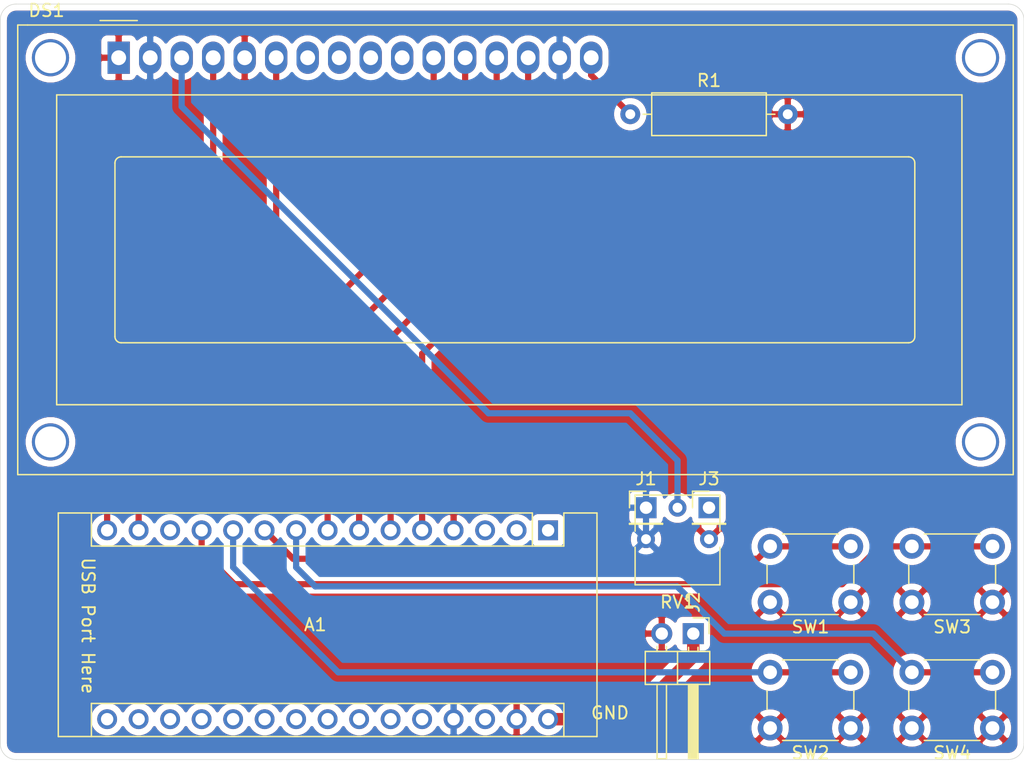
<source format=kicad_pcb>
(kicad_pcb (version 20171130) (host pcbnew "(5.1.9)-1")

  (general
    (thickness 1.6)
    (drawings 10)
    (tracks 51)
    (zones 0)
    (modules 11)
    (nets 36)
  )

  (page A4)
  (layers
    (0 F.Cu signal)
    (31 B.Cu signal)
    (32 B.Adhes user)
    (33 F.Adhes user)
    (34 B.Paste user)
    (35 F.Paste user)
    (36 B.SilkS user)
    (37 F.SilkS user)
    (38 B.Mask user)
    (39 F.Mask user)
    (40 Dwgs.User user)
    (41 Cmts.User user)
    (42 Eco1.User user)
    (43 Eco2.User user)
    (44 Edge.Cuts user)
    (45 Margin user)
    (46 B.CrtYd user)
    (47 F.CrtYd user)
    (48 B.Fab user)
    (49 F.Fab user)
  )

  (setup
    (last_trace_width 0.25)
    (user_trace_width 0.5)
    (user_trace_width 1)
    (trace_clearance 0.2)
    (zone_clearance 0.508)
    (zone_45_only no)
    (trace_min 0.2)
    (via_size 0.8)
    (via_drill 0.4)
    (via_min_size 0.4)
    (via_min_drill 0.3)
    (uvia_size 0.3)
    (uvia_drill 0.1)
    (uvias_allowed no)
    (uvia_min_size 0.2)
    (uvia_min_drill 0.1)
    (edge_width 0.05)
    (segment_width 0.2)
    (pcb_text_width 0.3)
    (pcb_text_size 1.5 1.5)
    (mod_edge_width 0.12)
    (mod_text_size 1 1)
    (mod_text_width 0.15)
    (pad_size 1.524 1.524)
    (pad_drill 0.762)
    (pad_to_mask_clearance 0)
    (aux_axis_origin 0 0)
    (grid_origin 87.63 66.04)
    (visible_elements 7FFFFFFF)
    (pcbplotparams
      (layerselection 0x010fc_ffffffff)
      (usegerberextensions false)
      (usegerberattributes true)
      (usegerberadvancedattributes true)
      (creategerberjobfile true)
      (excludeedgelayer true)
      (linewidth 0.100000)
      (plotframeref false)
      (viasonmask false)
      (mode 1)
      (useauxorigin false)
      (hpglpennumber 1)
      (hpglpenspeed 20)
      (hpglpendiameter 15.000000)
      (psnegative false)
      (psa4output false)
      (plotreference true)
      (plotvalue true)
      (plotinvisibletext false)
      (padsonsilk false)
      (subtractmaskfromsilk false)
      (outputformat 1)
      (mirror false)
      (drillshape 0)
      (scaleselection 1)
      (outputdirectory ""))
  )

  (net 0 "")
  (net 1 "Net-(A1-Pad1)")
  (net 2 "Net-(A1-Pad17)")
  (net 3 "Net-(A1-Pad2)")
  (net 4 "Net-(A1-Pad18)")
  (net 5 "Net-(A1-Pad3)")
  (net 6 "Net-(A1-Pad19)")
  (net 7 GND)
  (net 8 "Net-(A1-Pad20)")
  (net 9 D7)
  (net 10 "Net-(A1-Pad21)")
  (net 11 D6)
  (net 12 "Net-(A1-Pad22)")
  (net 13 D5)
  (net 14 "Net-(A1-Pad23)")
  (net 15 D4)
  (net 16 "Net-(A1-Pad24)")
  (net 17 "Net-(A1-Pad9)")
  (net 18 "Net-(A1-Pad25)")
  (net 19 "Net-(A1-Pad10)")
  (net 20 "Net-(A1-Pad26)")
  (net 21 "Net-(A1-Pad11)")
  (net 22 +5V)
  (net 23 "Net-(A1-Pad12)")
  (net 24 "Net-(A1-Pad28)")
  (net 25 "Net-(A1-Pad13)")
  (net 26 Enable)
  (net 27 VIN)
  (net 28 RS)
  (net 29 "Net-(A1-Pad16)")
  (net 30 Contrast)
  (net 31 "Net-(DS1-Pad7)")
  (net 32 "Net-(DS1-Pad8)")
  (net 33 "Net-(DS1-Pad9)")
  (net 34 "Net-(DS1-Pad10)")
  (net 35 "Net-(DS1-Pad16)")

  (net_class Default "This is the default net class."
    (clearance 0.2)
    (trace_width 0.25)
    (via_dia 0.8)
    (via_drill 0.4)
    (uvia_dia 0.3)
    (uvia_drill 0.1)
    (add_net +5V)
    (add_net Contrast)
    (add_net D4)
    (add_net D5)
    (add_net D6)
    (add_net D7)
    (add_net Enable)
    (add_net GND)
    (add_net "Net-(A1-Pad1)")
    (add_net "Net-(A1-Pad10)")
    (add_net "Net-(A1-Pad11)")
    (add_net "Net-(A1-Pad12)")
    (add_net "Net-(A1-Pad13)")
    (add_net "Net-(A1-Pad16)")
    (add_net "Net-(A1-Pad17)")
    (add_net "Net-(A1-Pad18)")
    (add_net "Net-(A1-Pad19)")
    (add_net "Net-(A1-Pad2)")
    (add_net "Net-(A1-Pad20)")
    (add_net "Net-(A1-Pad21)")
    (add_net "Net-(A1-Pad22)")
    (add_net "Net-(A1-Pad23)")
    (add_net "Net-(A1-Pad24)")
    (add_net "Net-(A1-Pad25)")
    (add_net "Net-(A1-Pad26)")
    (add_net "Net-(A1-Pad28)")
    (add_net "Net-(A1-Pad3)")
    (add_net "Net-(A1-Pad9)")
    (add_net "Net-(DS1-Pad10)")
    (add_net "Net-(DS1-Pad16)")
    (add_net "Net-(DS1-Pad7)")
    (add_net "Net-(DS1-Pad8)")
    (add_net "Net-(DS1-Pad9)")
    (add_net RS)
    (add_net VIN)
  )

  (module Display:WC1602A (layer F.Cu) (tedit 5A02FE80) (tstamp 608BA412)
    (at 83.205001 66.560001)
    (descr "LCD 16x2 http://www.wincomlcd.com/pdf/WC1602A-SFYLYHTC06.pdf")
    (tags "LCD 16x2 Alphanumeric 16pin")
    (path /607807D0)
    (fp_text reference DS1 (at -5.82 -3.81) (layer F.SilkS)
      (effects (font (size 1 1) (thickness 0.15)))
    )
    (fp_text value WC1602A (at -4.31 34.66) (layer F.Fab)
      (effects (font (size 1 1) (thickness 0.15)))
    )
    (fp_line (start -8.14 33.64) (end 72.14 33.64) (layer F.SilkS) (width 0.12))
    (fp_line (start 72.14 33.64) (end 72.14 -2.64) (layer F.SilkS) (width 0.12))
    (fp_line (start 72.14 -2.64) (end -7.34 -2.64) (layer F.SilkS) (width 0.12))
    (fp_line (start -8.14 -2.64) (end -8.14 33.64) (layer F.SilkS) (width 0.12))
    (fp_line (start -8.13 -2.64) (end -7.34 -2.64) (layer F.SilkS) (width 0.12))
    (fp_line (start -8.25 -2.75) (end -8.25 33.75) (layer F.CrtYd) (width 0.05))
    (fp_line (start -8.25 33.75) (end 72.25 33.75) (layer F.CrtYd) (width 0.05))
    (fp_line (start 72.25 -2.75) (end 72.25 33.75) (layer F.CrtYd) (width 0.05))
    (fp_line (start -1.5 -3) (end 1.5 -3) (layer F.SilkS) (width 0.12))
    (fp_line (start -8.25 -2.75) (end 72.25 -2.75) (layer F.CrtYd) (width 0.05))
    (fp_line (start 1 -2.5) (end 0 -1.5) (layer F.Fab) (width 0.1))
    (fp_line (start 0 -1.5) (end -1 -2.5) (layer F.Fab) (width 0.1))
    (fp_line (start -1 -2.5) (end -8 -2.5) (layer F.Fab) (width 0.1))
    (fp_line (start 0.2 8) (end 63.7 8) (layer F.SilkS) (width 0.12))
    (fp_line (start -0.29972 22.49932) (end -0.29972 8.5) (layer F.SilkS) (width 0.12))
    (fp_line (start 63.70066 23) (end 0.2 23) (layer F.SilkS) (width 0.12))
    (fp_line (start 64.2 8.5) (end 64.2 22.5) (layer F.SilkS) (width 0.12))
    (fp_line (start -5 3) (end 68 3) (layer F.SilkS) (width 0.12))
    (fp_line (start 68 3) (end 68 28) (layer F.SilkS) (width 0.12))
    (fp_line (start 68 28) (end -5 28) (layer F.SilkS) (width 0.12))
    (fp_line (start -5 28) (end -5 3) (layer F.SilkS) (width 0.12))
    (fp_line (start 1 -2.5) (end 72 -2.5) (layer F.Fab) (width 0.1))
    (fp_line (start 72 -2.5) (end 72 33.5) (layer F.Fab) (width 0.1))
    (fp_line (start 72 33.5) (end -8 33.5) (layer F.Fab) (width 0.1))
    (fp_line (start -8 33.5) (end -8 -2.5) (layer F.Fab) (width 0.1))
    (fp_text user %R (at 30.37 14.74) (layer F.Fab)
      (effects (font (size 1 1) (thickness 0.1)))
    )
    (fp_arc (start 63.7 8.5) (end 63.7 8) (angle 90) (layer F.SilkS) (width 0.12))
    (fp_arc (start 63.70066 22.49932) (end 64.20104 22.49932) (angle 90) (layer F.SilkS) (width 0.12))
    (fp_arc (start 0.20066 22.49932) (end 0.20066 22.9997) (angle 90) (layer F.SilkS) (width 0.12))
    (fp_arc (start 0.20066 8.49884) (end -0.29972 8.49884) (angle 90) (layer F.SilkS) (width 0.12))
    (pad 1 thru_hole rect (at 0 0) (size 1.8 2.6) (drill 1.2) (layers *.Cu *.Mask)
      (net 7 GND))
    (pad 2 thru_hole oval (at 2.54 0) (size 1.8 2.6) (drill 1.2) (layers *.Cu *.Mask)
      (net 22 +5V))
    (pad 3 thru_hole oval (at 5.08 0) (size 1.8 2.6) (drill 1.2) (layers *.Cu *.Mask)
      (net 30 Contrast))
    (pad 4 thru_hole oval (at 7.62 0) (size 1.8 2.6) (drill 1.2) (layers *.Cu *.Mask)
      (net 28 RS))
    (pad 5 thru_hole oval (at 10.16 0) (size 1.8 2.6) (drill 1.2) (layers *.Cu *.Mask)
      (net 7 GND))
    (pad 6 thru_hole oval (at 12.7 0) (size 1.8 2.6) (drill 1.2) (layers *.Cu *.Mask)
      (net 26 Enable))
    (pad 7 thru_hole oval (at 15.24 0) (size 1.8 2.6) (drill 1.2) (layers *.Cu *.Mask)
      (net 31 "Net-(DS1-Pad7)"))
    (pad 8 thru_hole oval (at 17.78 0) (size 1.8 2.6) (drill 1.2) (layers *.Cu *.Mask)
      (net 32 "Net-(DS1-Pad8)"))
    (pad 9 thru_hole oval (at 20.32 0) (size 1.8 2.6) (drill 1.2) (layers *.Cu *.Mask)
      (net 33 "Net-(DS1-Pad9)"))
    (pad 10 thru_hole oval (at 22.86 0) (size 1.8 2.6) (drill 1.2) (layers *.Cu *.Mask)
      (net 34 "Net-(DS1-Pad10)"))
    (pad 11 thru_hole oval (at 25.4 0) (size 1.8 2.6) (drill 1.2) (layers *.Cu *.Mask)
      (net 15 D4))
    (pad 12 thru_hole oval (at 27.94 0) (size 1.8 2.6) (drill 1.2) (layers *.Cu *.Mask)
      (net 13 D5))
    (pad 13 thru_hole oval (at 30.48 0) (size 1.8 2.6) (drill 1.2) (layers *.Cu *.Mask)
      (net 11 D6))
    (pad 14 thru_hole oval (at 33.02 0) (size 1.8 2.6) (drill 1.2) (layers *.Cu *.Mask)
      (net 9 D7))
    (pad 15 thru_hole oval (at 35.56 0) (size 1.8 2.6) (drill 1.2) (layers *.Cu *.Mask)
      (net 22 +5V))
    (pad 16 thru_hole oval (at 38.1 0) (size 1.8 2.6) (drill 1.2) (layers *.Cu *.Mask)
      (net 35 "Net-(DS1-Pad16)"))
    (pad "" thru_hole circle (at -5.4991 0) (size 3 3) (drill 2.5) (layers *.Cu *.Mask))
    (pad "" thru_hole circle (at -5.4991 31.0007) (size 3 3) (drill 2.5) (layers *.Cu *.Mask))
    (pad "" thru_hole circle (at 69.49948 31.0007) (size 3 3) (drill 2.5) (layers *.Cu *.Mask))
    (pad "" thru_hole circle (at 69.5 0) (size 3 3) (drill 2.5) (layers *.Cu *.Mask))
    (model ${KISYS3DMOD}/Display.3dshapes/WC1602A.wrl
      (at (xyz 0 0 0))
      (scale (xyz 1 1 1))
      (rotate (xyz 0 0 0))
    )
  )

  (module Button_Switch_THT:SW_PUSH_6mm (layer F.Cu) (tedit 5A02FE31) (tstamp 6075838A)
    (at 142.24 110.49 180)
    (descr https://www.omron.com/ecb/products/pdf/en-b3f.pdf)
    (tags "tact sw push 6mm")
    (path /60756FA2)
    (fp_text reference SW1 (at 3.25 -2) (layer F.SilkS)
      (effects (font (size 1 1) (thickness 0.15)))
    )
    (fp_text value up (at 3.75 6.7) (layer F.Fab)
      (effects (font (size 1 1) (thickness 0.15)))
    )
    (fp_line (start 3.25 -0.75) (end 6.25 -0.75) (layer F.Fab) (width 0.1))
    (fp_line (start 6.25 -0.75) (end 6.25 5.25) (layer F.Fab) (width 0.1))
    (fp_line (start 6.25 5.25) (end 0.25 5.25) (layer F.Fab) (width 0.1))
    (fp_line (start 0.25 5.25) (end 0.25 -0.75) (layer F.Fab) (width 0.1))
    (fp_line (start 0.25 -0.75) (end 3.25 -0.75) (layer F.Fab) (width 0.1))
    (fp_line (start 7.75 6) (end 8 6) (layer F.CrtYd) (width 0.05))
    (fp_line (start 8 6) (end 8 5.75) (layer F.CrtYd) (width 0.05))
    (fp_line (start 7.75 -1.5) (end 8 -1.5) (layer F.CrtYd) (width 0.05))
    (fp_line (start 8 -1.5) (end 8 -1.25) (layer F.CrtYd) (width 0.05))
    (fp_line (start -1.5 -1.25) (end -1.5 -1.5) (layer F.CrtYd) (width 0.05))
    (fp_line (start -1.5 -1.5) (end -1.25 -1.5) (layer F.CrtYd) (width 0.05))
    (fp_line (start -1.5 5.75) (end -1.5 6) (layer F.CrtYd) (width 0.05))
    (fp_line (start -1.5 6) (end -1.25 6) (layer F.CrtYd) (width 0.05))
    (fp_line (start -1.25 -1.5) (end 7.75 -1.5) (layer F.CrtYd) (width 0.05))
    (fp_line (start -1.5 5.75) (end -1.5 -1.25) (layer F.CrtYd) (width 0.05))
    (fp_line (start 7.75 6) (end -1.25 6) (layer F.CrtYd) (width 0.05))
    (fp_line (start 8 -1.25) (end 8 5.75) (layer F.CrtYd) (width 0.05))
    (fp_line (start 1 5.5) (end 5.5 5.5) (layer F.SilkS) (width 0.12))
    (fp_line (start -0.25 1.5) (end -0.25 3) (layer F.SilkS) (width 0.12))
    (fp_line (start 5.5 -1) (end 1 -1) (layer F.SilkS) (width 0.12))
    (fp_line (start 6.75 3) (end 6.75 1.5) (layer F.SilkS) (width 0.12))
    (fp_circle (center 3.25 2.25) (end 1.25 2.5) (layer F.Fab) (width 0.1))
    (fp_text user %R (at 3.25 2.25 180) (layer F.Fab)
      (effects (font (size 1 1) (thickness 0.15)))
    )
    (pad 2 thru_hole circle (at 0 4.5 270) (size 2 2) (drill 1.1) (layers *.Cu *.Mask)
      (net 19 "Net-(A1-Pad10)"))
    (pad 1 thru_hole circle (at 0 0 270) (size 2 2) (drill 1.1) (layers *.Cu *.Mask)
      (net 7 GND))
    (pad 2 thru_hole circle (at 6.5 4.5 270) (size 2 2) (drill 1.1) (layers *.Cu *.Mask)
      (net 19 "Net-(A1-Pad10)"))
    (pad 1 thru_hole circle (at 6.5 0 270) (size 2 2) (drill 1.1) (layers *.Cu *.Mask)
      (net 7 GND))
    (model ${KISYS3DMOD}/Button_Switch_THT.3dshapes/SW_PUSH_6mm.wrl
      (at (xyz 0 0 0))
      (scale (xyz 1 1 1))
      (rotate (xyz 0 0 0))
    )
  )

  (module Module:Arduino_Nano (layer F.Cu) (tedit 58ACAF70) (tstamp 60757BC8)
    (at 117.834999 104.695001 270)
    (descr "Arduino Nano, http://www.mouser.com/pdfdocs/Gravitech_Arduino_Nano3_0.pdf")
    (tags "Arduino Nano")
    (path /6075A11B)
    (fp_text reference A1 (at 7.62 18.774999 180) (layer F.SilkS)
      (effects (font (size 1 1) (thickness 0.15)))
    )
    (fp_text value Arduino_Nano_Every (at 8.89 19.05) (layer F.Fab)
      (effects (font (size 1 1) (thickness 0.15)))
    )
    (fp_line (start 1.27 1.27) (end 1.27 -1.27) (layer F.SilkS) (width 0.12))
    (fp_line (start 1.27 -1.27) (end -1.4 -1.27) (layer F.SilkS) (width 0.12))
    (fp_line (start -1.4 1.27) (end -1.4 39.5) (layer F.SilkS) (width 0.12))
    (fp_line (start -1.4 -3.94) (end -1.4 -1.27) (layer F.SilkS) (width 0.12))
    (fp_line (start 13.97 -1.27) (end 16.64 -1.27) (layer F.SilkS) (width 0.12))
    (fp_line (start 13.97 -1.27) (end 13.97 36.83) (layer F.SilkS) (width 0.12))
    (fp_line (start 13.97 36.83) (end 16.64 36.83) (layer F.SilkS) (width 0.12))
    (fp_line (start 1.27 1.27) (end -1.4 1.27) (layer F.SilkS) (width 0.12))
    (fp_line (start 1.27 1.27) (end 1.27 36.83) (layer F.SilkS) (width 0.12))
    (fp_line (start 1.27 36.83) (end -1.4 36.83) (layer F.SilkS) (width 0.12))
    (fp_line (start 3.81 31.75) (end 11.43 31.75) (layer F.Fab) (width 0.1))
    (fp_line (start 11.43 31.75) (end 11.43 41.91) (layer F.Fab) (width 0.1))
    (fp_line (start 11.43 41.91) (end 3.81 41.91) (layer F.Fab) (width 0.1))
    (fp_line (start 3.81 41.91) (end 3.81 31.75) (layer F.Fab) (width 0.1))
    (fp_line (start -1.4 39.5) (end 16.64 39.5) (layer F.SilkS) (width 0.12))
    (fp_line (start 16.64 39.5) (end 16.64 -3.94) (layer F.SilkS) (width 0.12))
    (fp_line (start 16.64 -3.94) (end -1.4 -3.94) (layer F.SilkS) (width 0.12))
    (fp_line (start 16.51 39.37) (end -1.27 39.37) (layer F.Fab) (width 0.1))
    (fp_line (start -1.27 39.37) (end -1.27 -2.54) (layer F.Fab) (width 0.1))
    (fp_line (start -1.27 -2.54) (end 0 -3.81) (layer F.Fab) (width 0.1))
    (fp_line (start 0 -3.81) (end 16.51 -3.81) (layer F.Fab) (width 0.1))
    (fp_line (start 16.51 -3.81) (end 16.51 39.37) (layer F.Fab) (width 0.1))
    (fp_line (start -1.53 -4.06) (end 16.75 -4.06) (layer F.CrtYd) (width 0.05))
    (fp_line (start -1.53 -4.06) (end -1.53 42.16) (layer F.CrtYd) (width 0.05))
    (fp_line (start 16.75 42.16) (end 16.75 -4.06) (layer F.CrtYd) (width 0.05))
    (fp_line (start 16.75 42.16) (end -1.53 42.16) (layer F.CrtYd) (width 0.05))
    (fp_text user %R (at 6.35 19.05) (layer F.Fab)
      (effects (font (size 1 1) (thickness 0.15)))
    )
    (pad 1 thru_hole rect (at 0 0 270) (size 1.6 1.6) (drill 1) (layers *.Cu *.Mask)
      (net 1 "Net-(A1-Pad1)"))
    (pad 17 thru_hole oval (at 15.24 33.02 270) (size 1.6 1.6) (drill 1) (layers *.Cu *.Mask)
      (net 2 "Net-(A1-Pad17)"))
    (pad 2 thru_hole oval (at 0 2.54 270) (size 1.6 1.6) (drill 1) (layers *.Cu *.Mask)
      (net 3 "Net-(A1-Pad2)"))
    (pad 18 thru_hole oval (at 15.24 30.48 270) (size 1.6 1.6) (drill 1) (layers *.Cu *.Mask)
      (net 4 "Net-(A1-Pad18)"))
    (pad 3 thru_hole oval (at 0 5.08 270) (size 1.6 1.6) (drill 1) (layers *.Cu *.Mask)
      (net 5 "Net-(A1-Pad3)"))
    (pad 19 thru_hole oval (at 15.24 27.94 270) (size 1.6 1.6) (drill 1) (layers *.Cu *.Mask)
      (net 6 "Net-(A1-Pad19)"))
    (pad 4 thru_hole oval (at 0 7.62 270) (size 1.6 1.6) (drill 1) (layers *.Cu *.Mask)
      (net 7 GND))
    (pad 20 thru_hole oval (at 15.24 25.4 270) (size 1.6 1.6) (drill 1) (layers *.Cu *.Mask)
      (net 8 "Net-(A1-Pad20)"))
    (pad 5 thru_hole oval (at 0 10.16 270) (size 1.6 1.6) (drill 1) (layers *.Cu *.Mask)
      (net 9 D7))
    (pad 21 thru_hole oval (at 15.24 22.86 270) (size 1.6 1.6) (drill 1) (layers *.Cu *.Mask)
      (net 10 "Net-(A1-Pad21)"))
    (pad 6 thru_hole oval (at 0 12.7 270) (size 1.6 1.6) (drill 1) (layers *.Cu *.Mask)
      (net 11 D6))
    (pad 22 thru_hole oval (at 15.24 20.32 270) (size 1.6 1.6) (drill 1) (layers *.Cu *.Mask)
      (net 12 "Net-(A1-Pad22)"))
    (pad 7 thru_hole oval (at 0 15.24 270) (size 1.6 1.6) (drill 1) (layers *.Cu *.Mask)
      (net 13 D5))
    (pad 23 thru_hole oval (at 15.24 17.78 270) (size 1.6 1.6) (drill 1) (layers *.Cu *.Mask)
      (net 14 "Net-(A1-Pad23)"))
    (pad 8 thru_hole oval (at 0 17.78 270) (size 1.6 1.6) (drill 1) (layers *.Cu *.Mask)
      (net 15 D4))
    (pad 24 thru_hole oval (at 15.24 15.24 270) (size 1.6 1.6) (drill 1) (layers *.Cu *.Mask)
      (net 16 "Net-(A1-Pad24)"))
    (pad 9 thru_hole oval (at 0 20.32 270) (size 1.6 1.6) (drill 1) (layers *.Cu *.Mask)
      (net 17 "Net-(A1-Pad9)"))
    (pad 25 thru_hole oval (at 15.24 12.7 270) (size 1.6 1.6) (drill 1) (layers *.Cu *.Mask)
      (net 18 "Net-(A1-Pad25)"))
    (pad 10 thru_hole oval (at 0 22.86 270) (size 1.6 1.6) (drill 1) (layers *.Cu *.Mask)
      (net 19 "Net-(A1-Pad10)"))
    (pad 26 thru_hole oval (at 15.24 10.16 270) (size 1.6 1.6) (drill 1) (layers *.Cu *.Mask)
      (net 20 "Net-(A1-Pad26)"))
    (pad 11 thru_hole oval (at 0 25.4 270) (size 1.6 1.6) (drill 1) (layers *.Cu *.Mask)
      (net 21 "Net-(A1-Pad11)"))
    (pad 27 thru_hole oval (at 15.24 7.62 270) (size 1.6 1.6) (drill 1) (layers *.Cu *.Mask)
      (net 22 +5V))
    (pad 12 thru_hole oval (at 0 27.94 270) (size 1.6 1.6) (drill 1) (layers *.Cu *.Mask)
      (net 23 "Net-(A1-Pad12)"))
    (pad 28 thru_hole oval (at 15.24 5.08 270) (size 1.6 1.6) (drill 1) (layers *.Cu *.Mask)
      (net 24 "Net-(A1-Pad28)"))
    (pad 13 thru_hole oval (at 0 30.48 270) (size 1.6 1.6) (drill 1) (layers *.Cu *.Mask)
      (net 25 "Net-(A1-Pad13)"))
    (pad 29 thru_hole oval (at 15.24 2.54 270) (size 1.6 1.6) (drill 1) (layers *.Cu *.Mask)
      (net 7 GND))
    (pad 14 thru_hole oval (at 0 33.02 270) (size 1.6 1.6) (drill 1) (layers *.Cu *.Mask)
      (net 26 Enable))
    (pad 30 thru_hole oval (at 15.24 0 270) (size 1.6 1.6) (drill 1) (layers *.Cu *.Mask)
      (net 27 VIN))
    (pad 15 thru_hole oval (at 0 35.56 270) (size 1.6 1.6) (drill 1) (layers *.Cu *.Mask)
      (net 28 RS))
    (pad 16 thru_hole oval (at 15.24 35.56 270) (size 1.6 1.6) (drill 1) (layers *.Cu *.Mask)
      (net 29 "Net-(A1-Pad16)"))
    (model ${KISYS3DMOD}/Module.3dshapes/Arduino_Nano_WithMountingHoles.wrl
      (at (xyz 0 0 0))
      (scale (xyz 1 1 1))
      (rotate (xyz 0 0 0))
    )
  )

  (module Connector_PinHeader_2.54mm:PinHeader_1x02_P2.54mm_Horizontal (layer F.Cu) (tedit 59FED5CB) (tstamp 6075AED2)
    (at 129.54 113.03 270)
    (descr "Through hole angled pin header, 1x02, 2.54mm pitch, 6mm pin length, single row")
    (tags "Through hole angled pin header THT 1x02 2.54mm single row")
    (path /6075927E)
    (fp_text reference J2 (at -2.54 0 90) (layer F.SilkS)
      (effects (font (size 1 1) (thickness 0.15)))
    )
    (fp_text value "Power Connector" (at 4.385 4.81 90) (layer F.Fab)
      (effects (font (size 1 1) (thickness 0.15)))
    )
    (fp_line (start 2.135 -1.27) (end 4.04 -1.27) (layer F.Fab) (width 0.1))
    (fp_line (start 4.04 -1.27) (end 4.04 3.81) (layer F.Fab) (width 0.1))
    (fp_line (start 4.04 3.81) (end 1.5 3.81) (layer F.Fab) (width 0.1))
    (fp_line (start 1.5 3.81) (end 1.5 -0.635) (layer F.Fab) (width 0.1))
    (fp_line (start 1.5 -0.635) (end 2.135 -1.27) (layer F.Fab) (width 0.1))
    (fp_line (start -0.32 -0.32) (end 1.5 -0.32) (layer F.Fab) (width 0.1))
    (fp_line (start -0.32 -0.32) (end -0.32 0.32) (layer F.Fab) (width 0.1))
    (fp_line (start -0.32 0.32) (end 1.5 0.32) (layer F.Fab) (width 0.1))
    (fp_line (start 4.04 -0.32) (end 10.04 -0.32) (layer F.Fab) (width 0.1))
    (fp_line (start 10.04 -0.32) (end 10.04 0.32) (layer F.Fab) (width 0.1))
    (fp_line (start 4.04 0.32) (end 10.04 0.32) (layer F.Fab) (width 0.1))
    (fp_line (start -0.32 2.22) (end 1.5 2.22) (layer F.Fab) (width 0.1))
    (fp_line (start -0.32 2.22) (end -0.32 2.86) (layer F.Fab) (width 0.1))
    (fp_line (start -0.32 2.86) (end 1.5 2.86) (layer F.Fab) (width 0.1))
    (fp_line (start 4.04 2.22) (end 10.04 2.22) (layer F.Fab) (width 0.1))
    (fp_line (start 10.04 2.22) (end 10.04 2.86) (layer F.Fab) (width 0.1))
    (fp_line (start 4.04 2.86) (end 10.04 2.86) (layer F.Fab) (width 0.1))
    (fp_line (start 1.44 -1.33) (end 1.44 3.87) (layer F.SilkS) (width 0.12))
    (fp_line (start 1.44 3.87) (end 4.1 3.87) (layer F.SilkS) (width 0.12))
    (fp_line (start 4.1 3.87) (end 4.1 -1.33) (layer F.SilkS) (width 0.12))
    (fp_line (start 4.1 -1.33) (end 1.44 -1.33) (layer F.SilkS) (width 0.12))
    (fp_line (start 4.1 -0.38) (end 10.1 -0.38) (layer F.SilkS) (width 0.12))
    (fp_line (start 10.1 -0.38) (end 10.1 0.38) (layer F.SilkS) (width 0.12))
    (fp_line (start 10.1 0.38) (end 4.1 0.38) (layer F.SilkS) (width 0.12))
    (fp_line (start 4.1 -0.32) (end 10.1 -0.32) (layer F.SilkS) (width 0.12))
    (fp_line (start 4.1 -0.2) (end 10.1 -0.2) (layer F.SilkS) (width 0.12))
    (fp_line (start 4.1 -0.08) (end 10.1 -0.08) (layer F.SilkS) (width 0.12))
    (fp_line (start 4.1 0.04) (end 10.1 0.04) (layer F.SilkS) (width 0.12))
    (fp_line (start 4.1 0.16) (end 10.1 0.16) (layer F.SilkS) (width 0.12))
    (fp_line (start 4.1 0.28) (end 10.1 0.28) (layer F.SilkS) (width 0.12))
    (fp_line (start 1.11 -0.38) (end 1.44 -0.38) (layer F.SilkS) (width 0.12))
    (fp_line (start 1.11 0.38) (end 1.44 0.38) (layer F.SilkS) (width 0.12))
    (fp_line (start 1.44 1.27) (end 4.1 1.27) (layer F.SilkS) (width 0.12))
    (fp_line (start 4.1 2.16) (end 10.1 2.16) (layer F.SilkS) (width 0.12))
    (fp_line (start 10.1 2.16) (end 10.1 2.92) (layer F.SilkS) (width 0.12))
    (fp_line (start 10.1 2.92) (end 4.1 2.92) (layer F.SilkS) (width 0.12))
    (fp_line (start 1.042929 2.16) (end 1.44 2.16) (layer F.SilkS) (width 0.12))
    (fp_line (start 1.042929 2.92) (end 1.44 2.92) (layer F.SilkS) (width 0.12))
    (fp_line (start -1.27 0) (end -1.27 -1.27) (layer F.SilkS) (width 0.12))
    (fp_line (start -1.27 -1.27) (end 0 -1.27) (layer F.SilkS) (width 0.12))
    (fp_line (start -1.8 -1.8) (end -1.8 4.35) (layer F.CrtYd) (width 0.05))
    (fp_line (start -1.8 4.35) (end 10.55 4.35) (layer F.CrtYd) (width 0.05))
    (fp_line (start 10.55 4.35) (end 10.55 -1.8) (layer F.CrtYd) (width 0.05))
    (fp_line (start 10.55 -1.8) (end -1.8 -1.8) (layer F.CrtYd) (width 0.05))
    (fp_text user %R (at 2.77 1.27) (layer F.Fab)
      (effects (font (size 1 1) (thickness 0.15)))
    )
    (pad 1 thru_hole rect (at 0 0 270) (size 1.7 1.7) (drill 1) (layers *.Cu *.Mask)
      (net 27 VIN))
    (pad 2 thru_hole oval (at 0 2.54 270) (size 1.7 1.7) (drill 1) (layers *.Cu *.Mask)
      (net 7 GND))
    (model ${KISYS3DMOD}/Connector_PinHeader_2.54mm.3dshapes/PinHeader_1x02_P2.54mm_Horizontal.wrl
      (at (xyz 0 0 0))
      (scale (xyz 1 1 1))
      (rotate (xyz 0 0 0))
    )
  )

  (module Potentiometer_THT:Potentiometer_Vishay_T73YP_Vertical (layer F.Cu) (tedit 5A3D4993) (tstamp 60757C54)
    (at 130.81 105.41 90)
    (descr "Potentiometer, vertical, Vishay T73YP, http://www.vishay.com/docs/51016/t73.pdf")
    (tags "Potentiometer vertical Vishay T73YP")
    (path /60758708)
    (fp_text reference RV1 (at -5.08 -2.54 180) (layer F.SilkS)
      (effects (font (size 1 1) (thickness 0.15)))
    )
    (fp_text value contrast (at -0.06 2.01 90) (layer F.Fab)
      (effects (font (size 1 1) (thickness 0.15)))
    )
    (fp_circle (center 0.24 -2.54) (end 1.74 -2.54) (layer F.Fab) (width 0.1))
    (fp_line (start -3.56 -5.84) (end -3.56 0.76) (layer F.Fab) (width 0.1))
    (fp_line (start -3.56 0.76) (end 3.44 0.76) (layer F.Fab) (width 0.1))
    (fp_line (start 3.44 0.76) (end 3.44 -5.84) (layer F.Fab) (width 0.1))
    (fp_line (start 3.44 -5.84) (end -3.56 -5.84) (layer F.Fab) (width 0.1))
    (fp_line (start -0.961 -2.616) (end 0.164 -2.616) (layer F.Fab) (width 0.1))
    (fp_line (start 0.164 -2.616) (end 0.164 -3.741) (layer F.Fab) (width 0.1))
    (fp_line (start 0.164 -3.741) (end 0.316 -3.741) (layer F.Fab) (width 0.1))
    (fp_line (start 0.316 -3.741) (end 0.316 -2.616) (layer F.Fab) (width 0.1))
    (fp_line (start 0.316 -2.616) (end 1.441 -2.616) (layer F.Fab) (width 0.1))
    (fp_line (start 1.441 -2.616) (end 1.441 -2.464) (layer F.Fab) (width 0.1))
    (fp_line (start 1.441 -2.464) (end 0.316 -2.464) (layer F.Fab) (width 0.1))
    (fp_line (start 0.316 -2.464) (end 0.316 -1.339) (layer F.Fab) (width 0.1))
    (fp_line (start 0.316 -1.339) (end 0.164 -1.339) (layer F.Fab) (width 0.1))
    (fp_line (start 0.164 -1.339) (end 0.164 -2.464) (layer F.Fab) (width 0.1))
    (fp_line (start 0.164 -2.464) (end -0.961 -2.464) (layer F.Fab) (width 0.1))
    (fp_line (start -0.961 -2.464) (end -0.961 -2.616) (layer F.Fab) (width 0.1))
    (fp_line (start -3.68 -5.96) (end -0.65 -5.96) (layer F.SilkS) (width 0.12))
    (fp_line (start 0.65 -5.96) (end 3.56 -5.96) (layer F.SilkS) (width 0.12))
    (fp_line (start -3.68 0.88) (end -0.65 0.88) (layer F.SilkS) (width 0.12))
    (fp_line (start 0.65 0.88) (end 3.56 0.88) (layer F.SilkS) (width 0.12))
    (fp_line (start -3.68 -5.96) (end -3.68 0.88) (layer F.SilkS) (width 0.12))
    (fp_line (start 3.56 -5.96) (end 3.56 0.88) (layer F.SilkS) (width 0.12))
    (fp_line (start -3.85 -6.1) (end -3.85 1.05) (layer F.CrtYd) (width 0.05))
    (fp_line (start -3.85 1.05) (end 3.7 1.05) (layer F.CrtYd) (width 0.05))
    (fp_line (start 3.7 1.05) (end 3.7 -6.1) (layer F.CrtYd) (width 0.05))
    (fp_line (start 3.7 -6.1) (end -3.85 -6.1) (layer F.CrtYd) (width 0.05))
    (fp_text user %R (at -2.56 -2.54) (layer F.Fab)
      (effects (font (size 1 1) (thickness 0.15)))
    )
    (pad 3 thru_hole circle (at 0 -5.08 90) (size 1.44 1.44) (drill 0.8) (layers *.Cu *.Mask)
      (net 22 +5V))
    (pad 2 thru_hole circle (at 2.54 -2.54 90) (size 1.44 1.44) (drill 0.8) (layers *.Cu *.Mask)
      (net 30 Contrast))
    (pad 1 thru_hole circle (at 0 0 90) (size 1.44 1.44) (drill 0.8) (layers *.Cu *.Mask)
      (net 7 GND))
    (model ${KISYS3DMOD}/Potentiometer_THT.3dshapes/Potentiometer_Vishay_T73YP_Vertical.wrl
      (at (xyz 0 0 0))
      (scale (xyz 1 1 1))
      (rotate (xyz 0 0 0))
    )
  )

  (module Button_Switch_THT:SW_PUSH_6mm (layer F.Cu) (tedit 5A02FE31) (tstamp 60757C92)
    (at 142.24 120.65 180)
    (descr https://www.omron.com/ecb/products/pdf/en-b3f.pdf)
    (tags "tact sw push 6mm")
    (path /607577BB)
    (fp_text reference SW2 (at 3.25 -2) (layer F.SilkS)
      (effects (font (size 1 1) (thickness 0.15)))
    )
    (fp_text value down (at 3.75 6.7) (layer F.Fab)
      (effects (font (size 1 1) (thickness 0.15)))
    )
    (fp_circle (center 3.25 2.25) (end 1.25 2.5) (layer F.Fab) (width 0.1))
    (fp_line (start 6.75 3) (end 6.75 1.5) (layer F.SilkS) (width 0.12))
    (fp_line (start 5.5 -1) (end 1 -1) (layer F.SilkS) (width 0.12))
    (fp_line (start -0.25 1.5) (end -0.25 3) (layer F.SilkS) (width 0.12))
    (fp_line (start 1 5.5) (end 5.5 5.5) (layer F.SilkS) (width 0.12))
    (fp_line (start 8 -1.25) (end 8 5.75) (layer F.CrtYd) (width 0.05))
    (fp_line (start 7.75 6) (end -1.25 6) (layer F.CrtYd) (width 0.05))
    (fp_line (start -1.5 5.75) (end -1.5 -1.25) (layer F.CrtYd) (width 0.05))
    (fp_line (start -1.25 -1.5) (end 7.75 -1.5) (layer F.CrtYd) (width 0.05))
    (fp_line (start -1.5 6) (end -1.25 6) (layer F.CrtYd) (width 0.05))
    (fp_line (start -1.5 5.75) (end -1.5 6) (layer F.CrtYd) (width 0.05))
    (fp_line (start -1.5 -1.5) (end -1.25 -1.5) (layer F.CrtYd) (width 0.05))
    (fp_line (start -1.5 -1.25) (end -1.5 -1.5) (layer F.CrtYd) (width 0.05))
    (fp_line (start 8 -1.5) (end 8 -1.25) (layer F.CrtYd) (width 0.05))
    (fp_line (start 7.75 -1.5) (end 8 -1.5) (layer F.CrtYd) (width 0.05))
    (fp_line (start 8 6) (end 8 5.75) (layer F.CrtYd) (width 0.05))
    (fp_line (start 7.75 6) (end 8 6) (layer F.CrtYd) (width 0.05))
    (fp_line (start 0.25 -0.75) (end 3.25 -0.75) (layer F.Fab) (width 0.1))
    (fp_line (start 0.25 5.25) (end 0.25 -0.75) (layer F.Fab) (width 0.1))
    (fp_line (start 6.25 5.25) (end 0.25 5.25) (layer F.Fab) (width 0.1))
    (fp_line (start 6.25 -0.75) (end 6.25 5.25) (layer F.Fab) (width 0.1))
    (fp_line (start 3.25 -0.75) (end 6.25 -0.75) (layer F.Fab) (width 0.1))
    (fp_text user %R (at 3.25 2.25) (layer F.Fab)
      (effects (font (size 1 1) (thickness 0.15)))
    )
    (pad 1 thru_hole circle (at 6.5 0 270) (size 2 2) (drill 1.1) (layers *.Cu *.Mask)
      (net 7 GND))
    (pad 2 thru_hole circle (at 6.5 4.5 270) (size 2 2) (drill 1.1) (layers *.Cu *.Mask)
      (net 21 "Net-(A1-Pad11)"))
    (pad 1 thru_hole circle (at 0 0 270) (size 2 2) (drill 1.1) (layers *.Cu *.Mask)
      (net 7 GND))
    (pad 2 thru_hole circle (at 0 4.5 270) (size 2 2) (drill 1.1) (layers *.Cu *.Mask)
      (net 21 "Net-(A1-Pad11)"))
    (model ${KISYS3DMOD}/Button_Switch_THT.3dshapes/SW_PUSH_6mm.wrl
      (at (xyz 0 0 0))
      (scale (xyz 1 1 1))
      (rotate (xyz 0 0 0))
    )
  )

  (module Button_Switch_THT:SW_PUSH_6mm (layer F.Cu) (tedit 5A02FE31) (tstamp 60757CB1)
    (at 153.67 110.49 180)
    (descr https://www.omron.com/ecb/products/pdf/en-b3f.pdf)
    (tags "tact sw push 6mm")
    (path /60757F0B)
    (fp_text reference SW3 (at 3.25 -2) (layer F.SilkS)
      (effects (font (size 1 1) (thickness 0.15)))
    )
    (fp_text value sel (at 3.75 6.7) (layer F.Fab)
      (effects (font (size 1 1) (thickness 0.15)))
    )
    (fp_line (start 3.25 -0.75) (end 6.25 -0.75) (layer F.Fab) (width 0.1))
    (fp_line (start 6.25 -0.75) (end 6.25 5.25) (layer F.Fab) (width 0.1))
    (fp_line (start 6.25 5.25) (end 0.25 5.25) (layer F.Fab) (width 0.1))
    (fp_line (start 0.25 5.25) (end 0.25 -0.75) (layer F.Fab) (width 0.1))
    (fp_line (start 0.25 -0.75) (end 3.25 -0.75) (layer F.Fab) (width 0.1))
    (fp_line (start 7.75 6) (end 8 6) (layer F.CrtYd) (width 0.05))
    (fp_line (start 8 6) (end 8 5.75) (layer F.CrtYd) (width 0.05))
    (fp_line (start 7.75 -1.5) (end 8 -1.5) (layer F.CrtYd) (width 0.05))
    (fp_line (start 8 -1.5) (end 8 -1.25) (layer F.CrtYd) (width 0.05))
    (fp_line (start -1.5 -1.25) (end -1.5 -1.5) (layer F.CrtYd) (width 0.05))
    (fp_line (start -1.5 -1.5) (end -1.25 -1.5) (layer F.CrtYd) (width 0.05))
    (fp_line (start -1.5 5.75) (end -1.5 6) (layer F.CrtYd) (width 0.05))
    (fp_line (start -1.5 6) (end -1.25 6) (layer F.CrtYd) (width 0.05))
    (fp_line (start -1.25 -1.5) (end 7.75 -1.5) (layer F.CrtYd) (width 0.05))
    (fp_line (start -1.5 5.75) (end -1.5 -1.25) (layer F.CrtYd) (width 0.05))
    (fp_line (start 7.75 6) (end -1.25 6) (layer F.CrtYd) (width 0.05))
    (fp_line (start 8 -1.25) (end 8 5.75) (layer F.CrtYd) (width 0.05))
    (fp_line (start 1 5.5) (end 5.5 5.5) (layer F.SilkS) (width 0.12))
    (fp_line (start -0.25 1.5) (end -0.25 3) (layer F.SilkS) (width 0.12))
    (fp_line (start 5.5 -1) (end 1 -1) (layer F.SilkS) (width 0.12))
    (fp_line (start 6.75 3) (end 6.75 1.5) (layer F.SilkS) (width 0.12))
    (fp_circle (center 3.25 2.25) (end 1.25 2.5) (layer F.Fab) (width 0.1))
    (fp_text user %R (at 3.25 2.25) (layer F.Fab)
      (effects (font (size 1 1) (thickness 0.15)))
    )
    (pad 2 thru_hole circle (at 0 4.5 270) (size 2 2) (drill 1.1) (layers *.Cu *.Mask)
      (net 23 "Net-(A1-Pad12)"))
    (pad 1 thru_hole circle (at 0 0 270) (size 2 2) (drill 1.1) (layers *.Cu *.Mask)
      (net 7 GND))
    (pad 2 thru_hole circle (at 6.5 4.5 270) (size 2 2) (drill 1.1) (layers *.Cu *.Mask)
      (net 23 "Net-(A1-Pad12)"))
    (pad 1 thru_hole circle (at 6.5 0 270) (size 2 2) (drill 1.1) (layers *.Cu *.Mask)
      (net 7 GND))
    (model ${KISYS3DMOD}/Button_Switch_THT.3dshapes/SW_PUSH_6mm.wrl
      (at (xyz 0 0 0))
      (scale (xyz 1 1 1))
      (rotate (xyz 0 0 0))
    )
  )

  (module Button_Switch_THT:SW_PUSH_6mm (layer F.Cu) (tedit 5A02FE31) (tstamp 6075AC84)
    (at 153.67 120.65 180)
    (descr https://www.omron.com/ecb/products/pdf/en-b3f.pdf)
    (tags "tact sw push 6mm")
    (path /6075582A)
    (fp_text reference SW4 (at 3.25 -2) (layer F.SilkS)
      (effects (font (size 1 1) (thickness 0.15)))
    )
    (fp_text value line (at 3.75 6.7) (layer F.Fab)
      (effects (font (size 1 1) (thickness 0.15)))
    )
    (fp_line (start 3.25 -0.75) (end 6.25 -0.75) (layer F.Fab) (width 0.1))
    (fp_line (start 6.25 -0.75) (end 6.25 5.25) (layer F.Fab) (width 0.1))
    (fp_line (start 6.25 5.25) (end 0.25 5.25) (layer F.Fab) (width 0.1))
    (fp_line (start 0.25 5.25) (end 0.25 -0.75) (layer F.Fab) (width 0.1))
    (fp_line (start 0.25 -0.75) (end 3.25 -0.75) (layer F.Fab) (width 0.1))
    (fp_line (start 7.75 6) (end 8 6) (layer F.CrtYd) (width 0.05))
    (fp_line (start 8 6) (end 8 5.75) (layer F.CrtYd) (width 0.05))
    (fp_line (start 7.75 -1.5) (end 8 -1.5) (layer F.CrtYd) (width 0.05))
    (fp_line (start 8 -1.5) (end 8 -1.25) (layer F.CrtYd) (width 0.05))
    (fp_line (start -1.5 -1.25) (end -1.5 -1.5) (layer F.CrtYd) (width 0.05))
    (fp_line (start -1.5 -1.5) (end -1.25 -1.5) (layer F.CrtYd) (width 0.05))
    (fp_line (start -1.5 5.75) (end -1.5 6) (layer F.CrtYd) (width 0.05))
    (fp_line (start -1.5 6) (end -1.25 6) (layer F.CrtYd) (width 0.05))
    (fp_line (start -1.25 -1.5) (end 7.75 -1.5) (layer F.CrtYd) (width 0.05))
    (fp_line (start -1.5 5.75) (end -1.5 -1.25) (layer F.CrtYd) (width 0.05))
    (fp_line (start 7.75 6) (end -1.25 6) (layer F.CrtYd) (width 0.05))
    (fp_line (start 8 -1.25) (end 8 5.75) (layer F.CrtYd) (width 0.05))
    (fp_line (start 1 5.5) (end 5.5 5.5) (layer F.SilkS) (width 0.12))
    (fp_line (start -0.25 1.5) (end -0.25 3) (layer F.SilkS) (width 0.12))
    (fp_line (start 5.5 -1) (end 1 -1) (layer F.SilkS) (width 0.12))
    (fp_line (start 6.75 3) (end 6.75 1.5) (layer F.SilkS) (width 0.12))
    (fp_circle (center 3.25 2.25) (end 1.25 2.5) (layer F.Fab) (width 0.1))
    (fp_text user %R (at 3.25 2.25) (layer F.Fab)
      (effects (font (size 1 1) (thickness 0.15)))
    )
    (pad 2 thru_hole circle (at 0 4.5 270) (size 2 2) (drill 1.1) (layers *.Cu *.Mask)
      (net 17 "Net-(A1-Pad9)"))
    (pad 1 thru_hole circle (at 0 0 270) (size 2 2) (drill 1.1) (layers *.Cu *.Mask)
      (net 7 GND))
    (pad 2 thru_hole circle (at 6.5 4.5 270) (size 2 2) (drill 1.1) (layers *.Cu *.Mask)
      (net 17 "Net-(A1-Pad9)"))
    (pad 1 thru_hole circle (at 6.5 0 270) (size 2 2) (drill 1.1) (layers *.Cu *.Mask)
      (net 7 GND))
    (model ${KISYS3DMOD}/Button_Switch_THT.3dshapes/SW_PUSH_6mm.wrl
      (at (xyz 0 0 0))
      (scale (xyz 1 1 1))
      (rotate (xyz 0 0 0))
    )
  )

  (module Resistor_THT:R_Axial_DIN0309_L9.0mm_D3.2mm_P12.70mm_Horizontal (layer F.Cu) (tedit 5AE5139B) (tstamp 6075F2A6)
    (at 124.46 71.12)
    (descr "Resistor, Axial_DIN0309 series, Axial, Horizontal, pin pitch=12.7mm, 0.5W = 1/2W, length*diameter=9*3.2mm^2, http://cdn-reichelt.de/documents/datenblatt/B400/1_4W%23YAG.pdf")
    (tags "Resistor Axial_DIN0309 series Axial Horizontal pin pitch 12.7mm 0.5W = 1/2W length 9mm diameter 3.2mm")
    (path /6076EE42)
    (fp_text reference R1 (at 6.35 -2.72) (layer F.SilkS)
      (effects (font (size 1 1) (thickness 0.15)))
    )
    (fp_text value 220 (at 6.35 2.72) (layer F.Fab)
      (effects (font (size 1 1) (thickness 0.15)))
    )
    (fp_line (start 13.75 -1.85) (end -1.05 -1.85) (layer F.CrtYd) (width 0.05))
    (fp_line (start 13.75 1.85) (end 13.75 -1.85) (layer F.CrtYd) (width 0.05))
    (fp_line (start -1.05 1.85) (end 13.75 1.85) (layer F.CrtYd) (width 0.05))
    (fp_line (start -1.05 -1.85) (end -1.05 1.85) (layer F.CrtYd) (width 0.05))
    (fp_line (start 11.66 0) (end 10.97 0) (layer F.SilkS) (width 0.12))
    (fp_line (start 1.04 0) (end 1.73 0) (layer F.SilkS) (width 0.12))
    (fp_line (start 10.97 -1.72) (end 1.73 -1.72) (layer F.SilkS) (width 0.12))
    (fp_line (start 10.97 1.72) (end 10.97 -1.72) (layer F.SilkS) (width 0.12))
    (fp_line (start 1.73 1.72) (end 10.97 1.72) (layer F.SilkS) (width 0.12))
    (fp_line (start 1.73 -1.72) (end 1.73 1.72) (layer F.SilkS) (width 0.12))
    (fp_line (start 12.7 0) (end 10.85 0) (layer F.Fab) (width 0.1))
    (fp_line (start 0 0) (end 1.85 0) (layer F.Fab) (width 0.1))
    (fp_line (start 10.85 -1.6) (end 1.85 -1.6) (layer F.Fab) (width 0.1))
    (fp_line (start 10.85 1.6) (end 10.85 -1.6) (layer F.Fab) (width 0.1))
    (fp_line (start 1.85 1.6) (end 10.85 1.6) (layer F.Fab) (width 0.1))
    (fp_line (start 1.85 -1.6) (end 1.85 1.6) (layer F.Fab) (width 0.1))
    (fp_text user %R (at 6.35 0) (layer F.Fab)
      (effects (font (size 1 1) (thickness 0.15)))
    )
    (pad 1 thru_hole circle (at 0 0) (size 1.6 1.6) (drill 0.8) (layers *.Cu *.Mask)
      (net 35 "Net-(DS1-Pad16)"))
    (pad 2 thru_hole oval (at 12.7 0) (size 1.6 1.6) (drill 0.8) (layers *.Cu *.Mask)
      (net 7 GND))
    (model ${KISYS3DMOD}/Resistor_THT.3dshapes/R_Axial_DIN0309_L9.0mm_D3.2mm_P12.70mm_Horizontal.wrl
      (at (xyz 0 0 0))
      (scale (xyz 1 1 1))
      (rotate (xyz 0 0 0))
    )
  )

  (module Connector_PinHeader_2.54mm:PinHeader_1x01_P2.54mm_Vertical (layer F.Cu) (tedit 59FED5CC) (tstamp 608BA5CC)
    (at 125.73 102.87)
    (descr "Through hole straight pin header, 1x01, 2.54mm pitch, single row")
    (tags "Through hole pin header THT 1x01 2.54mm single row")
    (path /608BA39A)
    (fp_text reference J1 (at 0 -2.33) (layer F.SilkS)
      (effects (font (size 1 1) (thickness 0.15)))
    )
    (fp_text value Conn_01x01_Male (at 0 2.33) (layer F.Fab)
      (effects (font (size 1 1) (thickness 0.15)))
    )
    (fp_line (start -0.635 -1.27) (end 1.27 -1.27) (layer F.Fab) (width 0.1))
    (fp_line (start 1.27 -1.27) (end 1.27 1.27) (layer F.Fab) (width 0.1))
    (fp_line (start 1.27 1.27) (end -1.27 1.27) (layer F.Fab) (width 0.1))
    (fp_line (start -1.27 1.27) (end -1.27 -0.635) (layer F.Fab) (width 0.1))
    (fp_line (start -1.27 -0.635) (end -0.635 -1.27) (layer F.Fab) (width 0.1))
    (fp_line (start -1.33 1.33) (end 1.33 1.33) (layer F.SilkS) (width 0.12))
    (fp_line (start -1.33 1.27) (end -1.33 1.33) (layer F.SilkS) (width 0.12))
    (fp_line (start 1.33 1.27) (end 1.33 1.33) (layer F.SilkS) (width 0.12))
    (fp_line (start -1.33 1.27) (end 1.33 1.27) (layer F.SilkS) (width 0.12))
    (fp_line (start -1.33 0) (end -1.33 -1.33) (layer F.SilkS) (width 0.12))
    (fp_line (start -1.33 -1.33) (end 0 -1.33) (layer F.SilkS) (width 0.12))
    (fp_line (start -1.8 -1.8) (end -1.8 1.8) (layer F.CrtYd) (width 0.05))
    (fp_line (start -1.8 1.8) (end 1.8 1.8) (layer F.CrtYd) (width 0.05))
    (fp_line (start 1.8 1.8) (end 1.8 -1.8) (layer F.CrtYd) (width 0.05))
    (fp_line (start 1.8 -1.8) (end -1.8 -1.8) (layer F.CrtYd) (width 0.05))
    (fp_text user %R (at 0 0 90) (layer F.Fab)
      (effects (font (size 1 1) (thickness 0.15)))
    )
    (pad 1 thru_hole rect (at 0 0) (size 1.7 1.7) (drill 1) (layers *.Cu *.Mask)
      (net 22 +5V))
    (model ${KISYS3DMOD}/Connector_PinHeader_2.54mm.3dshapes/PinHeader_1x01_P2.54mm_Vertical.wrl
      (at (xyz 0 0 0))
      (scale (xyz 1 1 1))
      (rotate (xyz 0 0 0))
    )
  )

  (module Connector_PinHeader_2.54mm:PinHeader_1x01_P2.54mm_Vertical (layer F.Cu) (tedit 59FED5CC) (tstamp 608BA2F9)
    (at 130.81 102.87)
    (descr "Through hole straight pin header, 1x01, 2.54mm pitch, single row")
    (tags "Through hole pin header THT 1x01 2.54mm single row")
    (path /608BCD02)
    (fp_text reference J3 (at 0 -2.33) (layer F.SilkS)
      (effects (font (size 1 1) (thickness 0.15)))
    )
    (fp_text value Conn_01x01_Male (at 0 2.33) (layer F.Fab)
      (effects (font (size 1 1) (thickness 0.15)))
    )
    (fp_line (start 1.8 -1.8) (end -1.8 -1.8) (layer F.CrtYd) (width 0.05))
    (fp_line (start 1.8 1.8) (end 1.8 -1.8) (layer F.CrtYd) (width 0.05))
    (fp_line (start -1.8 1.8) (end 1.8 1.8) (layer F.CrtYd) (width 0.05))
    (fp_line (start -1.8 -1.8) (end -1.8 1.8) (layer F.CrtYd) (width 0.05))
    (fp_line (start -1.33 -1.33) (end 0 -1.33) (layer F.SilkS) (width 0.12))
    (fp_line (start -1.33 0) (end -1.33 -1.33) (layer F.SilkS) (width 0.12))
    (fp_line (start -1.33 1.27) (end 1.33 1.27) (layer F.SilkS) (width 0.12))
    (fp_line (start 1.33 1.27) (end 1.33 1.33) (layer F.SilkS) (width 0.12))
    (fp_line (start -1.33 1.27) (end -1.33 1.33) (layer F.SilkS) (width 0.12))
    (fp_line (start -1.33 1.33) (end 1.33 1.33) (layer F.SilkS) (width 0.12))
    (fp_line (start -1.27 -0.635) (end -0.635 -1.27) (layer F.Fab) (width 0.1))
    (fp_line (start -1.27 1.27) (end -1.27 -0.635) (layer F.Fab) (width 0.1))
    (fp_line (start 1.27 1.27) (end -1.27 1.27) (layer F.Fab) (width 0.1))
    (fp_line (start 1.27 -1.27) (end 1.27 1.27) (layer F.Fab) (width 0.1))
    (fp_line (start -0.635 -1.27) (end 1.27 -1.27) (layer F.Fab) (width 0.1))
    (fp_text user %R (at 0 0 90) (layer F.Fab)
      (effects (font (size 1 1) (thickness 0.15)))
    )
    (pad 1 thru_hole rect (at 0 0) (size 1.7 1.7) (drill 1) (layers *.Cu *.Mask)
      (net 7 GND))
    (model ${KISYS3DMOD}/Connector_PinHeader_2.54mm.3dshapes/PinHeader_1x01_P2.54mm_Vertical.wrl
      (at (xyz 0 0 0))
      (scale (xyz 1 1 1))
      (rotate (xyz 0 0 0))
    )
  )

  (gr_arc (start 154.94 63.5) (end 156.21 63.5) (angle -90) (layer Edge.Cuts) (width 0.05))
  (gr_arc (start 154.94 121.92) (end 154.94 123.19) (angle -90) (layer Edge.Cuts) (width 0.05))
  (gr_arc (start 74.93 121.92) (end 73.66 121.92) (angle -90) (layer Edge.Cuts) (width 0.05))
  (gr_line (start 154.94 62.23) (end 74.93 62.23) (layer Edge.Cuts) (width 0.05) (tstamp 6075E051))
  (gr_line (start 156.21 121.92) (end 156.21 63.5) (layer Edge.Cuts) (width 0.05))
  (gr_line (start 74.93 123.19) (end 154.94 123.19) (layer Edge.Cuts) (width 0.05))
  (gr_line (start 73.66 63.5) (end 73.66 121.92) (layer Edge.Cuts) (width 0.05))
  (gr_text "USB Port Here" (at 80.735093 112.399228 270) (layer F.SilkS)
    (effects (font (size 1 1) (thickness 0.15)))
  )
  (gr_text GND (at 122.823991 119.427089) (layer F.SilkS)
    (effects (font (size 1 1) (thickness 0.15)))
  )
  (gr_arc (start 74.93 63.5) (end 74.93 62.23) (angle -90) (layer Edge.Cuts) (width 0.05))

  (segment (start 107.674999 91.715001) (end 107.674999 104.695001) (width 0.5) (layer F.Cu) (net 9))
  (segment (start 107.674999 90.445001) (end 107.674999 91.715001) (width 0.5) (layer F.Cu) (net 9))
  (segment (start 116.225001 81.894999) (end 107.674999 90.445001) (width 0.5) (layer F.Cu) (net 9))
  (segment (start 116.225001 66.560001) (end 116.225001 81.894999) (width 0.5) (layer F.Cu) (net 9))
  (segment (start 105.134999 104.695001) (end 105.134999 89.175001) (width 0.5) (layer F.Cu) (net 11))
  (segment (start 113.685001 80.624999) (end 105.134999 89.175001) (width 0.5) (layer F.Cu) (net 11))
  (segment (start 113.685001 66.560001) (end 113.685001 80.624999) (width 0.5) (layer F.Cu) (net 11))
  (segment (start 102.594999 104.695001) (end 102.594999 87.905001) (width 0.5) (layer F.Cu) (net 13))
  (segment (start 111.145001 79.354999) (end 102.594999 87.905001) (width 0.5) (layer F.Cu) (net 13))
  (segment (start 111.145001 66.560001) (end 111.145001 79.354999) (width 0.5) (layer F.Cu) (net 13))
  (segment (start 100.054999 104.695001) (end 100.054999 86.635001) (width 0.5) (layer F.Cu) (net 15))
  (segment (start 108.605001 78.084999) (end 100.054999 86.635001) (width 0.5) (layer F.Cu) (net 15))
  (segment (start 108.605001 66.560001) (end 108.605001 78.084999) (width 0.5) (layer F.Cu) (net 15))
  (segment (start 153.67 116.15) (end 147.17 116.15) (width 0.5) (layer F.Cu) (net 17))
  (segment (start 99.06 109.22) (end 97.514999 107.674999) (width 0.5) (layer B.Cu) (net 17))
  (segment (start 97.514999 107.674999) (end 97.514999 104.695001) (width 0.5) (layer B.Cu) (net 17))
  (segment (start 128.240002 109.22) (end 99.06 109.22) (width 0.5) (layer B.Cu) (net 17))
  (segment (start 132.050002 113.03) (end 128.240002 109.22) (width 0.5) (layer B.Cu) (net 17))
  (segment (start 144.05 113.03) (end 132.050002 113.03) (width 0.5) (layer B.Cu) (net 17))
  (segment (start 147.17 116.15) (end 144.05 113.03) (width 0.5) (layer B.Cu) (net 17))
  (segment (start 142.24 105.99) (end 135.74 105.99) (width 0.5) (layer F.Cu) (net 19))
  (segment (start 134.740001 106.989999) (end 97.269997 106.989999) (width 0.5) (layer F.Cu) (net 19))
  (segment (start 135.74 105.99) (end 134.740001 106.989999) (width 0.5) (layer F.Cu) (net 19))
  (segment (start 97.269997 106.989999) (end 94.974999 104.695001) (width 0.5) (layer F.Cu) (net 19))
  (segment (start 142.24 116.15) (end 135.74 116.15) (width 0.5) (layer F.Cu) (net 21))
  (segment (start 135.74 116.15) (end 100.91 116.15) (width 0.5) (layer B.Cu) (net 21))
  (segment (start 92.434999 107.674999) (end 100.91 116.15) (width 0.5) (layer B.Cu) (net 21))
  (segment (start 92.434999 104.695001) (end 92.434999 107.674999) (width 0.5) (layer B.Cu) (net 21))
  (segment (start 125.73 102.87) (end 125.73 105.41) (width 0.5) (layer B.Cu) (net 22))
  (segment (start 147.17 105.99) (end 153.67 105.99) (width 0.5) (layer F.Cu) (net 23))
  (segment (start 144.593998 105.99) (end 147.17 105.99) (width 0.5) (layer F.Cu) (net 23))
  (segment (start 89.894999 104.695001) (end 89.894999 106.404999) (width 0.5) (layer F.Cu) (net 23))
  (segment (start 89.894999 106.404999) (end 92.529999 109.039999) (width 0.5) (layer F.Cu) (net 23))
  (segment (start 92.529999 109.039999) (end 141.543999 109.039999) (width 0.5) (layer F.Cu) (net 23))
  (segment (start 141.543999 109.039999) (end 144.593998 105.99) (width 0.5) (layer F.Cu) (net 23))
  (segment (start 95.905001 66.560001) (end 95.905001 80.624999) (width 0.5) (layer F.Cu) (net 26))
  (segment (start 84.814999 91.715001) (end 95.905001 80.624999) (width 0.5) (layer F.Cu) (net 26))
  (segment (start 84.814999 104.695001) (end 84.814999 91.715001) (width 0.5) (layer F.Cu) (net 26))
  (segment (start 124.484999 119.935001) (end 117.834999 119.935001) (width 1) (layer F.Cu) (net 27))
  (segment (start 129.54 114.88) (end 124.484999 119.935001) (width 1) (layer F.Cu) (net 27))
  (segment (start 129.54 113.03) (end 129.54 114.88) (width 1) (layer F.Cu) (net 27))
  (segment (start 90.825001 66.560001) (end 90.825001 81.894999) (width 0.5) (layer F.Cu) (net 28))
  (segment (start 82.274999 90.445001) (end 90.825001 81.894999) (width 0.5) (layer F.Cu) (net 28))
  (segment (start 82.274999 104.695001) (end 82.274999 90.445001) (width 0.5) (layer F.Cu) (net 28))
  (segment (start 88.285001 66.560001) (end 88.285001 70.505001) (width 0.5) (layer B.Cu) (net 30))
  (segment (start 88.285001 70.505001) (end 113.03 95.25) (width 0.5) (layer B.Cu) (net 30))
  (segment (start 113.03 95.25) (end 124.46 95.25) (width 0.5) (layer B.Cu) (net 30))
  (segment (start 124.46 95.25) (end 128.27 99.06) (width 0.5) (layer B.Cu) (net 30))
  (segment (start 128.27 99.06) (end 128.27 102.87) (width 0.5) (layer B.Cu) (net 30))
  (segment (start 121.305001 67.965001) (end 124.46 71.12) (width 0.5) (layer F.Cu) (net 35))
  (segment (start 121.305001 66.560001) (end 121.305001 67.965001) (width 0.5) (layer F.Cu) (net 35))

  (zone (net 7) (net_name GND) (layer F.Cu) (tstamp 608E1238) (hatch edge 0.508)
    (connect_pads (clearance 0.508))
    (min_thickness 0.254)
    (fill yes (arc_segments 32) (thermal_gap 0.508) (thermal_bridge_width 0.508))
    (polygon
      (pts
        (xy 156.21 123.19) (xy 73.66 123.19) (xy 73.66 62.23) (xy 156.21 62.23)
      )
    )
    (filled_polygon
      (pts
        (xy 155.057869 62.904722) (xy 155.171246 62.938953) (xy 155.275819 62.994555) (xy 155.367596 63.069407) (xy 155.443091 63.160664)
        (xy 155.499419 63.264844) (xy 155.53444 63.377976) (xy 155.550001 63.526031) (xy 155.55 121.887721) (xy 155.535278 122.037869)
        (xy 155.501047 122.151246) (xy 155.445446 122.255817) (xy 155.370594 122.347595) (xy 155.279335 122.423091) (xy 155.17516 122.479419)
        (xy 155.062024 122.51444) (xy 154.913979 122.53) (xy 74.962279 122.53) (xy 74.812131 122.515278) (xy 74.698754 122.481047)
        (xy 74.594183 122.425446) (xy 74.502405 122.350594) (xy 74.426909 122.259335) (xy 74.370581 122.15516) (xy 74.33556 122.042024)
        (xy 74.32 121.893979) (xy 74.32 121.785413) (xy 134.784192 121.785413) (xy 134.879956 122.049814) (xy 135.169571 122.190704)
        (xy 135.481108 122.272384) (xy 135.802595 122.291718) (xy 136.121675 122.247961) (xy 136.426088 122.142795) (xy 136.600044 122.049814)
        (xy 136.695808 121.785413) (xy 141.284192 121.785413) (xy 141.379956 122.049814) (xy 141.669571 122.190704) (xy 141.981108 122.272384)
        (xy 142.302595 122.291718) (xy 142.621675 122.247961) (xy 142.926088 122.142795) (xy 143.100044 122.049814) (xy 143.195808 121.785413)
        (xy 146.214192 121.785413) (xy 146.309956 122.049814) (xy 146.599571 122.190704) (xy 146.911108 122.272384) (xy 147.232595 122.291718)
        (xy 147.551675 122.247961) (xy 147.856088 122.142795) (xy 148.030044 122.049814) (xy 148.125808 121.785413) (xy 152.714192 121.785413)
        (xy 152.809956 122.049814) (xy 153.099571 122.190704) (xy 153.411108 122.272384) (xy 153.732595 122.291718) (xy 154.051675 122.247961)
        (xy 154.356088 122.142795) (xy 154.530044 122.049814) (xy 154.625808 121.785413) (xy 153.67 120.829605) (xy 152.714192 121.785413)
        (xy 148.125808 121.785413) (xy 147.17 120.829605) (xy 146.214192 121.785413) (xy 143.195808 121.785413) (xy 142.24 120.829605)
        (xy 141.284192 121.785413) (xy 136.695808 121.785413) (xy 135.74 120.829605) (xy 134.784192 121.785413) (xy 74.32 121.785413)
        (xy 74.32 119.793666) (xy 80.839999 119.793666) (xy 80.839999 120.076336) (xy 80.895146 120.353575) (xy 81.003319 120.614728)
        (xy 81.160362 120.84976) (xy 81.36024 121.049638) (xy 81.595272 121.206681) (xy 81.856425 121.314854) (xy 82.133664 121.370001)
        (xy 82.416334 121.370001) (xy 82.693573 121.314854) (xy 82.954726 121.206681) (xy 83.189758 121.049638) (xy 83.389636 120.84976)
        (xy 83.544999 120.617242) (xy 83.700362 120.84976) (xy 83.90024 121.049638) (xy 84.135272 121.206681) (xy 84.396425 121.314854)
        (xy 84.673664 121.370001) (xy 84.956334 121.370001) (xy 85.233573 121.314854) (xy 85.494726 121.206681) (xy 85.729758 121.049638)
        (xy 85.929636 120.84976) (xy 86.084999 120.617242) (xy 86.240362 120.84976) (xy 86.44024 121.049638) (xy 86.675272 121.206681)
        (xy 86.936425 121.314854) (xy 87.213664 121.370001) (xy 87.496334 121.370001) (xy 87.773573 121.314854) (xy 88.034726 121.206681)
        (xy 88.269758 121.049638) (xy 88.469636 120.84976) (xy 88.624999 120.617242) (xy 88.780362 120.84976) (xy 88.98024 121.049638)
        (xy 89.215272 121.206681) (xy 89.476425 121.314854) (xy 89.753664 121.370001) (xy 90.036334 121.370001) (xy 90.313573 121.314854)
        (xy 90.574726 121.206681) (xy 90.809758 121.049638) (xy 91.009636 120.84976) (xy 91.164999 120.617242) (xy 91.320362 120.84976)
        (xy 91.52024 121.049638) (xy 91.755272 121.206681) (xy 92.016425 121.314854) (xy 92.293664 121.370001) (xy 92.576334 121.370001)
        (xy 92.853573 121.314854) (xy 93.114726 121.206681) (xy 93.349758 121.049638) (xy 93.549636 120.84976) (xy 93.704999 120.617242)
        (xy 93.860362 120.84976) (xy 94.06024 121.049638) (xy 94.295272 121.206681) (xy 94.556425 121.314854) (xy 94.833664 121.370001)
        (xy 95.116334 121.370001) (xy 95.393573 121.314854) (xy 95.654726 121.206681) (xy 95.889758 121.049638) (xy 96.089636 120.84976)
        (xy 96.244999 120.617242) (xy 96.400362 120.84976) (xy 96.60024 121.049638) (xy 96.835272 121.206681) (xy 97.096425 121.314854)
        (xy 97.373664 121.370001) (xy 97.656334 121.370001) (xy 97.933573 121.314854) (xy 98.194726 121.206681) (xy 98.429758 121.049638)
        (xy 98.629636 120.84976) (xy 98.784999 120.617242) (xy 98.940362 120.84976) (xy 99.14024 121.049638) (xy 99.375272 121.206681)
        (xy 99.636425 121.314854) (xy 99.913664 121.370001) (xy 100.196334 121.370001) (xy 100.473573 121.314854) (xy 100.734726 121.206681)
        (xy 100.969758 121.049638) (xy 101.169636 120.84976) (xy 101.324999 120.617242) (xy 101.480362 120.84976) (xy 101.68024 121.049638)
        (xy 101.915272 121.206681) (xy 102.176425 121.314854) (xy 102.453664 121.370001) (xy 102.736334 121.370001) (xy 103.013573 121.314854)
        (xy 103.274726 121.206681) (xy 103.509758 121.049638) (xy 103.709636 120.84976) (xy 103.864999 120.617242) (xy 104.020362 120.84976)
        (xy 104.22024 121.049638) (xy 104.455272 121.206681) (xy 104.716425 121.314854) (xy 104.993664 121.370001) (xy 105.276334 121.370001)
        (xy 105.553573 121.314854) (xy 105.814726 121.206681) (xy 106.049758 121.049638) (xy 106.249636 120.84976) (xy 106.404999 120.617242)
        (xy 106.560362 120.84976) (xy 106.76024 121.049638) (xy 106.995272 121.206681) (xy 107.256425 121.314854) (xy 107.533664 121.370001)
        (xy 107.816334 121.370001) (xy 108.093573 121.314854) (xy 108.354726 121.206681) (xy 108.589758 121.049638) (xy 108.789636 120.84976)
        (xy 108.944999 120.617242) (xy 109.100362 120.84976) (xy 109.30024 121.049638) (xy 109.535272 121.206681) (xy 109.796425 121.314854)
        (xy 110.073664 121.370001) (xy 110.356334 121.370001) (xy 110.633573 121.314854) (xy 110.894726 121.206681) (xy 111.129758 121.049638)
        (xy 111.329636 120.84976) (xy 111.484999 120.617242) (xy 111.640362 120.84976) (xy 111.84024 121.049638) (xy 112.075272 121.206681)
        (xy 112.336425 121.314854) (xy 112.613664 121.370001) (xy 112.896334 121.370001) (xy 113.173573 121.314854) (xy 113.434726 121.206681)
        (xy 113.669758 121.049638) (xy 113.869636 120.84976) (xy 114.026679 120.614728) (xy 114.031066 120.604136) (xy 114.142614 120.790132)
        (xy 114.331585 120.99852) (xy 114.557579 121.166038) (xy 114.811912 121.286247) (xy 114.94596 121.326905) (xy 115.167999 121.204916)
        (xy 115.167999 120.062001) (xy 115.147999 120.062001) (xy 115.147999 119.808001) (xy 115.167999 119.808001) (xy 115.167999 118.665086)
        (xy 115.421999 118.665086) (xy 115.421999 119.808001) (xy 115.441999 119.808001) (xy 115.441999 120.062001) (xy 115.421999 120.062001)
        (xy 115.421999 121.204916) (xy 115.644038 121.326905) (xy 115.778086 121.286247) (xy 116.032419 121.166038) (xy 116.258413 120.99852)
        (xy 116.447384 120.790132) (xy 116.558932 120.604136) (xy 116.563319 120.614728) (xy 116.720362 120.84976) (xy 116.92024 121.049638)
        (xy 117.155272 121.206681) (xy 117.416425 121.314854) (xy 117.693664 121.370001) (xy 117.976334 121.370001) (xy 118.253573 121.314854)
        (xy 118.514726 121.206681) (xy 118.719283 121.070001) (xy 124.429248 121.070001) (xy 124.484999 121.075492) (xy 124.54075 121.070001)
        (xy 124.540751 121.070001) (xy 124.707498 121.053578) (xy 124.921446 120.988677) (xy 125.118622 120.883285) (xy 125.291448 120.74145)
        (xy 125.315128 120.712595) (xy 134.098282 120.712595) (xy 134.142039 121.031675) (xy 134.247205 121.336088) (xy 134.340186 121.510044)
        (xy 134.604587 121.605808) (xy 135.560395 120.65) (xy 135.919605 120.65) (xy 136.875413 121.605808) (xy 137.139814 121.510044)
        (xy 137.280704 121.220429) (xy 137.362384 120.908892) (xy 137.374189 120.712595) (xy 140.598282 120.712595) (xy 140.642039 121.031675)
        (xy 140.747205 121.336088) (xy 140.840186 121.510044) (xy 141.104587 121.605808) (xy 142.060395 120.65) (xy 142.419605 120.65)
        (xy 143.375413 121.605808) (xy 143.639814 121.510044) (xy 143.780704 121.220429) (xy 143.862384 120.908892) (xy 143.874189 120.712595)
        (xy 145.528282 120.712595) (xy 145.572039 121.031675) (xy 145.677205 121.336088) (xy 145.770186 121.510044) (xy 146.034587 121.605808)
        (xy 146.990395 120.65) (xy 147.349605 120.65) (xy 148.305413 121.605808) (xy 148.569814 121.510044) (xy 148.710704 121.220429)
        (xy 148.792384 120.908892) (xy 148.804189 120.712595) (xy 152.028282 120.712595) (xy 152.072039 121.031675) (xy 152.177205 121.336088)
        (xy 152.270186 121.510044) (xy 152.534587 121.605808) (xy 153.490395 120.65) (xy 153.849605 120.65) (xy 154.805413 121.605808)
        (xy 155.069814 121.510044) (xy 155.210704 121.220429) (xy 155.292384 120.908892) (xy 155.311718 120.587405) (xy 155.267961 120.268325)
        (xy 155.162795 119.963912) (xy 155.069814 119.789956) (xy 154.805413 119.694192) (xy 153.849605 120.65) (xy 153.490395 120.65)
        (xy 152.534587 119.694192) (xy 152.270186 119.789956) (xy 152.129296 120.079571) (xy 152.047616 120.391108) (xy 152.028282 120.712595)
        (xy 148.804189 120.712595) (xy 148.811718 120.587405) (xy 148.767961 120.268325) (xy 148.662795 119.963912) (xy 148.569814 119.789956)
        (xy 148.305413 119.694192) (xy 147.349605 120.65) (xy 146.990395 120.65) (xy 146.034587 119.694192) (xy 145.770186 119.789956)
        (xy 145.629296 120.079571) (xy 145.547616 120.391108) (xy 145.528282 120.712595) (xy 143.874189 120.712595) (xy 143.881718 120.587405)
        (xy 143.837961 120.268325) (xy 143.732795 119.963912) (xy 143.639814 119.789956) (xy 143.375413 119.694192) (xy 142.419605 120.65)
        (xy 142.060395 120.65) (xy 141.104587 119.694192) (xy 140.840186 119.789956) (xy 140.699296 120.079571) (xy 140.617616 120.391108)
        (xy 140.598282 120.712595) (xy 137.374189 120.712595) (xy 137.381718 120.587405) (xy 137.337961 120.268325) (xy 137.232795 119.963912)
        (xy 137.139814 119.789956) (xy 136.875413 119.694192) (xy 135.919605 120.65) (xy 135.560395 120.65) (xy 134.604587 119.694192)
        (xy 134.340186 119.789956) (xy 134.199296 120.079571) (xy 134.117616 120.391108) (xy 134.098282 120.712595) (xy 125.315128 120.712595)
        (xy 125.326995 120.698136) (xy 126.510544 119.514587) (xy 134.784192 119.514587) (xy 135.74 120.470395) (xy 136.695808 119.514587)
        (xy 141.284192 119.514587) (xy 142.24 120.470395) (xy 143.195808 119.514587) (xy 146.214192 119.514587) (xy 147.17 120.470395)
        (xy 148.125808 119.514587) (xy 152.714192 119.514587) (xy 153.67 120.470395) (xy 154.625808 119.514587) (xy 154.530044 119.250186)
        (xy 154.240429 119.109296) (xy 153.928892 119.027616) (xy 153.607405 119.008282) (xy 153.288325 119.052039) (xy 152.983912 119.157205)
        (xy 152.809956 119.250186) (xy 152.714192 119.514587) (xy 148.125808 119.514587) (xy 148.030044 119.250186) (xy 147.740429 119.109296)
        (xy 147.428892 119.027616) (xy 147.107405 119.008282) (xy 146.788325 119.052039) (xy 146.483912 119.157205) (xy 146.309956 119.250186)
        (xy 146.214192 119.514587) (xy 143.195808 119.514587) (xy 143.100044 119.250186) (xy 142.810429 119.109296) (xy 142.498892 119.027616)
        (xy 142.177405 119.008282) (xy 141.858325 119.052039) (xy 141.553912 119.157205) (xy 141.379956 119.250186) (xy 141.284192 119.514587)
        (xy 136.695808 119.514587) (xy 136.600044 119.250186) (xy 136.310429 119.109296) (xy 135.998892 119.027616) (xy 135.677405 119.008282)
        (xy 135.358325 119.052039) (xy 135.053912 119.157205) (xy 134.879956 119.250186) (xy 134.784192 119.514587) (xy 126.510544 119.514587)
        (xy 130.036164 115.988967) (xy 134.105 115.988967) (xy 134.105 116.311033) (xy 134.167832 116.626912) (xy 134.291082 116.924463)
        (xy 134.470013 117.192252) (xy 134.697748 117.419987) (xy 134.965537 117.598918) (xy 135.263088 117.722168) (xy 135.578967 117.785)
        (xy 135.901033 117.785) (xy 136.216912 117.722168) (xy 136.514463 117.598918) (xy 136.782252 117.419987) (xy 137.009987 117.192252)
        (xy 137.115059 117.035) (xy 140.864941 117.035) (xy 140.970013 117.192252) (xy 141.197748 117.419987) (xy 141.465537 117.598918)
        (xy 141.763088 117.722168) (xy 142.078967 117.785) (xy 142.401033 117.785) (xy 142.716912 117.722168) (xy 143.014463 117.598918)
        (xy 143.282252 117.419987) (xy 143.509987 117.192252) (xy 143.688918 116.924463) (xy 143.812168 116.626912) (xy 143.875 116.311033)
        (xy 143.875 115.988967) (xy 145.535 115.988967) (xy 145.535 116.311033) (xy 145.597832 116.626912) (xy 145.721082 116.924463)
        (xy 145.900013 117.192252) (xy 146.127748 117.419987) (xy 146.395537 117.598918) (xy 146.693088 117.722168) (xy 147.008967 117.785)
        (xy 147.331033 117.785) (xy 147.646912 117.722168) (xy 147.944463 117.598918) (xy 148.212252 117.419987) (xy 148.439987 117.192252)
        (xy 148.545059 117.035) (xy 152.294941 117.035) (xy 152.400013 117.192252) (xy 152.627748 117.419987) (xy 152.895537 117.598918)
        (xy 153.193088 117.722168) (xy 153.508967 117.785) (xy 153.831033 117.785) (xy 154.146912 117.722168) (xy 154.444463 117.598918)
        (xy 154.712252 117.419987) (xy 154.939987 117.192252) (xy 155.118918 116.924463) (xy 155.242168 116.626912) (xy 155.305 116.311033)
        (xy 155.305 115.988967) (xy 155.242168 115.673088) (xy 155.118918 115.375537) (xy 154.939987 115.107748) (xy 154.712252 114.880013)
        (xy 154.444463 114.701082) (xy 154.146912 114.577832) (xy 153.831033 114.515) (xy 153.508967 114.515) (xy 153.193088 114.577832)
        (xy 152.895537 114.701082) (xy 152.627748 114.880013) (xy 152.400013 115.107748) (xy 152.294941 115.265) (xy 148.545059 115.265)
        (xy 148.439987 115.107748) (xy 148.212252 114.880013) (xy 147.944463 114.701082) (xy 147.646912 114.577832) (xy 147.331033 114.515)
        (xy 147.008967 114.515) (xy 146.693088 114.577832) (xy 146.395537 114.701082) (xy 146.127748 114.880013) (xy 145.900013 115.107748)
        (xy 145.721082 115.375537) (xy 145.597832 115.673088) (xy 145.535 115.988967) (xy 143.875 115.988967) (xy 143.812168 115.673088)
        (xy 143.688918 115.375537) (xy 143.509987 115.107748) (xy 143.282252 114.880013) (xy 143.014463 114.701082) (xy 142.716912 114.577832)
        (xy 142.401033 114.515) (xy 142.078967 114.515) (xy 141.763088 114.577832) (xy 141.465537 114.701082) (xy 141.197748 114.880013)
        (xy 140.970013 115.107748) (xy 140.864941 115.265) (xy 137.115059 115.265) (xy 137.009987 115.107748) (xy 136.782252 114.880013)
        (xy 136.514463 114.701082) (xy 136.216912 114.577832) (xy 135.901033 114.515) (xy 135.578967 114.515) (xy 135.263088 114.577832)
        (xy 134.965537 114.701082) (xy 134.697748 114.880013) (xy 134.470013 115.107748) (xy 134.291082 115.375537) (xy 134.167832 115.673088)
        (xy 134.105 115.988967) (xy 130.036164 115.988967) (xy 130.303141 115.721991) (xy 130.346449 115.686449) (xy 130.488284 115.513623)
        (xy 130.593676 115.316447) (xy 130.658577 115.102499) (xy 130.675 114.935752) (xy 130.680491 114.88) (xy 130.675 114.824249)
        (xy 130.675 114.447683) (xy 130.744494 114.410537) (xy 130.841185 114.331185) (xy 130.920537 114.234494) (xy 130.979502 114.12418)
        (xy 131.015812 114.004482) (xy 131.028072 113.88) (xy 131.028072 112.18) (xy 131.015812 112.055518) (xy 130.979502 111.93582)
        (xy 130.920537 111.825506) (xy 130.841185 111.728815) (xy 130.744494 111.649463) (xy 130.699501 111.625413) (xy 134.784192 111.625413)
        (xy 134.879956 111.889814) (xy 135.169571 112.030704) (xy 135.481108 112.112384) (xy 135.802595 112.131718) (xy 136.121675 112.087961)
        (xy 136.426088 111.982795) (xy 136.600044 111.889814) (xy 136.695808 111.625413) (xy 141.284192 111.625413) (xy 141.379956 111.889814)
        (xy 141.669571 112.030704) (xy 141.981108 112.112384) (xy 142.302595 112.131718) (xy 142.621675 112.087961) (xy 142.926088 111.982795)
        (xy 143.100044 111.889814) (xy 143.195808 111.625413) (xy 146.214192 111.625413) (xy 146.309956 111.889814) (xy 146.599571 112.030704)
        (xy 146.911108 112.112384) (xy 147.232595 112.131718) (xy 147.551675 112.087961) (xy 147.856088 111.982795) (xy 148.030044 111.889814)
        (xy 148.125808 111.625413) (xy 152.714192 111.625413) (xy 152.809956 111.889814) (xy 153.099571 112.030704) (xy 153.411108 112.112384)
        (xy 153.732595 112.131718) (xy 154.051675 112.087961) (xy 154.356088 111.982795) (xy 154.530044 111.889814) (xy 154.625808 111.625413)
        (xy 153.67 110.669605) (xy 152.714192 111.625413) (xy 148.125808 111.625413) (xy 147.17 110.669605) (xy 146.214192 111.625413)
        (xy 143.195808 111.625413) (xy 142.24 110.669605) (xy 141.284192 111.625413) (xy 136.695808 111.625413) (xy 135.74 110.669605)
        (xy 134.784192 111.625413) (xy 130.699501 111.625413) (xy 130.63418 111.590498) (xy 130.514482 111.554188) (xy 130.39 111.541928)
        (xy 128.69 111.541928) (xy 128.565518 111.554188) (xy 128.44582 111.590498) (xy 128.335506 111.649463) (xy 128.238815 111.728815)
        (xy 128.159463 111.825506) (xy 128.100498 111.93582) (xy 128.076034 112.016466) (xy 128.000269 111.932412) (xy 127.76692 111.758359)
        (xy 127.504099 111.633175) (xy 127.35689 111.588524) (xy 127.127 111.709845) (xy 127.127 112.903) (xy 127.147 112.903)
        (xy 127.147 113.157) (xy 127.127 113.157) (xy 127.127 114.350155) (xy 127.35689 114.471476) (xy 127.504099 114.426825)
        (xy 127.76692 114.301641) (xy 128.000269 114.127588) (xy 128.076034 114.043534) (xy 128.100498 114.12418) (xy 128.159463 114.234494)
        (xy 128.238815 114.331185) (xy 128.335506 114.410537) (xy 128.380357 114.434511) (xy 124.014868 118.800001) (xy 118.719283 118.800001)
        (xy 118.514726 118.663321) (xy 118.253573 118.555148) (xy 117.976334 118.500001) (xy 117.693664 118.500001) (xy 117.416425 118.555148)
        (xy 117.155272 118.663321) (xy 116.92024 118.820364) (xy 116.720362 119.020242) (xy 116.563319 119.255274) (xy 116.558932 119.265866)
        (xy 116.447384 119.07987) (xy 116.258413 118.871482) (xy 116.032419 118.703964) (xy 115.778086 118.583755) (xy 115.644038 118.543097)
        (xy 115.421999 118.665086) (xy 115.167999 118.665086) (xy 114.94596 118.543097) (xy 114.811912 118.583755) (xy 114.557579 118.703964)
        (xy 114.331585 118.871482) (xy 114.142614 119.07987) (xy 114.031066 119.265866) (xy 114.026679 119.255274) (xy 113.869636 119.020242)
        (xy 113.669758 118.820364) (xy 113.434726 118.663321) (xy 113.173573 118.555148) (xy 112.896334 118.500001) (xy 112.613664 118.500001)
        (xy 112.336425 118.555148) (xy 112.075272 118.663321) (xy 111.84024 118.820364) (xy 111.640362 119.020242) (xy 111.484999 119.25276)
        (xy 111.329636 119.020242) (xy 111.129758 118.820364) (xy 110.894726 118.663321) (xy 110.633573 118.555148) (xy 110.356334 118.500001)
        (xy 110.073664 118.500001) (xy 109.796425 118.555148) (xy 109.535272 118.663321) (xy 109.30024 118.820364) (xy 109.100362 119.020242)
        (xy 108.944999 119.25276) (xy 108.789636 119.020242) (xy 108.589758 118.820364) (xy 108.354726 118.663321) (xy 108.093573 118.555148)
        (xy 107.816334 118.500001) (xy 107.533664 118.500001) (xy 107.256425 118.555148) (xy 106.995272 118.663321) (xy 106.76024 118.820364)
        (xy 106.560362 119.020242) (xy 106.404999 119.25276) (xy 106.249636 119.020242) (xy 106.049758 118.820364) (xy 105.814726 118.663321)
        (xy 105.553573 118.555148) (xy 105.276334 118.500001) (xy 104.993664 118.500001) (xy 104.716425 118.555148) (xy 104.455272 118.663321)
        (xy 104.22024 118.820364) (xy 104.020362 119.020242) (xy 103.864999 119.25276) (xy 103.709636 119.020242) (xy 103.509758 118.820364)
        (xy 103.274726 118.663321) (xy 103.013573 118.555148) (xy 102.736334 118.500001) (xy 102.453664 118.500001) (xy 102.176425 118.555148)
        (xy 101.915272 118.663321) (xy 101.68024 118.820364) (xy 101.480362 119.020242) (xy 101.324999 119.25276) (xy 101.169636 119.020242)
        (xy 100.969758 118.820364) (xy 100.734726 118.663321) (xy 100.473573 118.555148) (xy 100.196334 118.500001) (xy 99.913664 118.500001)
        (xy 99.636425 118.555148) (xy 99.375272 118.663321) (xy 99.14024 118.820364) (xy 98.940362 119.020242) (xy 98.784999 119.25276)
        (xy 98.629636 119.020242) (xy 98.429758 118.820364) (xy 98.194726 118.663321) (xy 97.933573 118.555148) (xy 97.656334 118.500001)
        (xy 97.373664 118.500001) (xy 97.096425 118.555148) (xy 96.835272 118.663321) (xy 96.60024 118.820364) (xy 96.400362 119.020242)
        (xy 96.244999 119.25276) (xy 96.089636 119.020242) (xy 95.889758 118.820364) (xy 95.654726 118.663321) (xy 95.393573 118.555148)
        (xy 95.116334 118.500001) (xy 94.833664 118.500001) (xy 94.556425 118.555148) (xy 94.295272 118.663321) (xy 94.06024 118.820364)
        (xy 93.860362 119.020242) (xy 93.704999 119.25276) (xy 93.549636 119.020242) (xy 93.349758 118.820364) (xy 93.114726 118.663321)
        (xy 92.853573 118.555148) (xy 92.576334 118.500001) (xy 92.293664 118.500001) (xy 92.016425 118.555148) (xy 91.755272 118.663321)
        (xy 91.52024 118.820364) (xy 91.320362 119.020242) (xy 91.164999 119.25276) (xy 91.009636 119.020242) (xy 90.809758 118.820364)
        (xy 90.574726 118.663321) (xy 90.313573 118.555148) (xy 90.036334 118.500001) (xy 89.753664 118.500001) (xy 89.476425 118.555148)
        (xy 89.215272 118.663321) (xy 88.98024 118.820364) (xy 88.780362 119.020242) (xy 88.624999 119.25276) (xy 88.469636 119.020242)
        (xy 88.269758 118.820364) (xy 88.034726 118.663321) (xy 87.773573 118.555148) (xy 87.496334 118.500001) (xy 87.213664 118.500001)
        (xy 86.936425 118.555148) (xy 86.675272 118.663321) (xy 86.44024 118.820364) (xy 86.240362 119.020242) (xy 86.084999 119.25276)
        (xy 85.929636 119.020242) (xy 85.729758 118.820364) (xy 85.494726 118.663321) (xy 85.233573 118.555148) (xy 84.956334 118.500001)
        (xy 84.673664 118.500001) (xy 84.396425 118.555148) (xy 84.135272 118.663321) (xy 83.90024 118.820364) (xy 83.700362 119.020242)
        (xy 83.544999 119.25276) (xy 83.389636 119.020242) (xy 83.189758 118.820364) (xy 82.954726 118.663321) (xy 82.693573 118.555148)
        (xy 82.416334 118.500001) (xy 82.133664 118.500001) (xy 81.856425 118.555148) (xy 81.595272 118.663321) (xy 81.36024 118.820364)
        (xy 81.160362 119.020242) (xy 81.003319 119.255274) (xy 80.895146 119.516427) (xy 80.839999 119.793666) (xy 74.32 119.793666)
        (xy 74.32 113.386891) (xy 125.558519 113.386891) (xy 125.655843 113.661252) (xy 125.804822 113.911355) (xy 125.999731 114.127588)
        (xy 126.23308 114.301641) (xy 126.495901 114.426825) (xy 126.64311 114.471476) (xy 126.873 114.350155) (xy 126.873 113.157)
        (xy 125.679186 113.157) (xy 125.558519 113.386891) (xy 74.32 113.386891) (xy 74.32 112.673109) (xy 125.558519 112.673109)
        (xy 125.679186 112.903) (xy 126.873 112.903) (xy 126.873 111.709845) (xy 126.64311 111.588524) (xy 126.495901 111.633175)
        (xy 126.23308 111.758359) (xy 125.999731 111.932412) (xy 125.804822 112.148645) (xy 125.655843 112.398748) (xy 125.558519 112.673109)
        (xy 74.32 112.673109) (xy 74.32 104.553666) (xy 80.839999 104.553666) (xy 80.839999 104.836336) (xy 80.895146 105.113575)
        (xy 81.003319 105.374728) (xy 81.160362 105.60976) (xy 81.36024 105.809638) (xy 81.595272 105.966681) (xy 81.856425 106.074854)
        (xy 82.133664 106.130001) (xy 82.416334 106.130001) (xy 82.693573 106.074854) (xy 82.954726 105.966681) (xy 83.189758 105.809638)
        (xy 83.389636 105.60976) (xy 83.544999 105.377242) (xy 83.700362 105.60976) (xy 83.90024 105.809638) (xy 84.135272 105.966681)
        (xy 84.396425 106.074854) (xy 84.673664 106.130001) (xy 84.956334 106.130001) (xy 85.233573 106.074854) (xy 85.494726 105.966681)
        (xy 85.729758 105.809638) (xy 85.929636 105.60976) (xy 86.084999 105.377242) (xy 86.240362 105.60976) (xy 86.44024 105.809638)
        (xy 86.675272 105.966681) (xy 86.936425 106.074854) (xy 87.213664 106.130001) (xy 87.496334 106.130001) (xy 87.773573 106.074854)
        (xy 88.034726 105.966681) (xy 88.269758 105.809638) (xy 88.469636 105.60976) (xy 88.624999 105.377242) (xy 88.780362 105.60976)
        (xy 88.98024 105.809638) (xy 89.01 105.829523) (xy 89.01 106.36152) (xy 89.005718 106.404999) (xy 89.022804 106.578489)
        (xy 89.073411 106.745312) (xy 89.155589 106.899058) (xy 89.238467 107.000045) (xy 89.23847 107.000048) (xy 89.266183 107.033816)
        (xy 89.29995 107.061528) (xy 91.873469 109.635048) (xy 91.901182 109.668816) (xy 91.93495 109.696529) (xy 91.934952 109.696531)
        (xy 92.035939 109.779409) (xy 92.03594 109.77941) (xy 92.189686 109.861588) (xy 92.356509 109.912194) (xy 92.486522 109.924999)
        (xy 92.48653 109.924999) (xy 92.529999 109.92928) (xy 92.573468 109.924999) (xy 134.197873 109.924999) (xy 134.117616 110.231108)
        (xy 134.098282 110.552595) (xy 134.142039 110.871675) (xy 134.247205 111.176088) (xy 134.340186 111.350044) (xy 134.604587 111.445808)
        (xy 135.560395 110.49) (xy 135.546253 110.475858) (xy 135.725858 110.296253) (xy 135.74 110.310395) (xy 135.754143 110.296253)
        (xy 135.933748 110.475858) (xy 135.919605 110.49) (xy 136.875413 111.445808) (xy 137.139814 111.350044) (xy 137.280704 111.060429)
        (xy 137.362384 110.748892) (xy 137.381718 110.427405) (xy 137.337961 110.108325) (xy 137.274627 109.924999) (xy 140.697873 109.924999)
        (xy 140.617616 110.231108) (xy 140.598282 110.552595) (xy 140.642039 110.871675) (xy 140.747205 111.176088) (xy 140.840186 111.350044)
        (xy 141.104587 111.445808) (xy 142.060395 110.49) (xy 142.419605 110.49) (xy 143.375413 111.445808) (xy 143.639814 111.350044)
        (xy 143.780704 111.060429) (xy 143.862384 110.748892) (xy 143.874189 110.552595) (xy 145.528282 110.552595) (xy 145.572039 110.871675)
        (xy 145.677205 111.176088) (xy 145.770186 111.350044) (xy 146.034587 111.445808) (xy 146.990395 110.49) (xy 147.349605 110.49)
        (xy 148.305413 111.445808) (xy 148.569814 111.350044) (xy 148.710704 111.060429) (xy 148.792384 110.748892) (xy 148.804189 110.552595)
        (xy 152.028282 110.552595) (xy 152.072039 110.871675) (xy 152.177205 111.176088) (xy 152.270186 111.350044) (xy 152.534587 111.445808)
        (xy 153.490395 110.49) (xy 153.849605 110.49) (xy 154.805413 111.445808) (xy 155.069814 111.350044) (xy 155.210704 111.060429)
        (xy 155.292384 110.748892) (xy 155.311718 110.427405) (xy 155.267961 110.108325) (xy 155.162795 109.803912) (xy 155.069814 109.629956)
        (xy 154.805413 109.534192) (xy 153.849605 110.49) (xy 153.490395 110.49) (xy 152.534587 109.534192) (xy 152.270186 109.629956)
        (xy 152.129296 109.919571) (xy 152.047616 110.231108) (xy 152.028282 110.552595) (xy 148.804189 110.552595) (xy 148.811718 110.427405)
        (xy 148.767961 110.108325) (xy 148.662795 109.803912) (xy 148.569814 109.629956) (xy 148.305413 109.534192) (xy 147.349605 110.49)
        (xy 146.990395 110.49) (xy 146.034587 109.534192) (xy 145.770186 109.629956) (xy 145.629296 109.919571) (xy 145.547616 110.231108)
        (xy 145.528282 110.552595) (xy 143.874189 110.552595) (xy 143.881718 110.427405) (xy 143.837961 110.108325) (xy 143.732795 109.803912)
        (xy 143.639814 109.629956) (xy 143.375413 109.534192) (xy 142.419605 110.49) (xy 142.060395 110.49) (xy 142.046253 110.475858)
        (xy 142.225858 110.296253) (xy 142.24 110.310395) (xy 143.195808 109.354587) (xy 146.214192 109.354587) (xy 147.17 110.310395)
        (xy 148.125808 109.354587) (xy 152.714192 109.354587) (xy 153.67 110.310395) (xy 154.625808 109.354587) (xy 154.530044 109.090186)
        (xy 154.240429 108.949296) (xy 153.928892 108.867616) (xy 153.607405 108.848282) (xy 153.288325 108.892039) (xy 152.983912 108.997205)
        (xy 152.809956 109.090186) (xy 152.714192 109.354587) (xy 148.125808 109.354587) (xy 148.030044 109.090186) (xy 147.740429 108.949296)
        (xy 147.428892 108.867616) (xy 147.107405 108.848282) (xy 146.788325 108.892039) (xy 146.483912 108.997205) (xy 146.309956 109.090186)
        (xy 146.214192 109.354587) (xy 143.195808 109.354587) (xy 143.100044 109.090186) (xy 142.861457 108.97412) (xy 144.960577 106.875)
        (xy 145.794941 106.875) (xy 145.900013 107.032252) (xy 146.127748 107.259987) (xy 146.395537 107.438918) (xy 146.693088 107.562168)
        (xy 147.008967 107.625) (xy 147.331033 107.625) (xy 147.646912 107.562168) (xy 147.944463 107.438918) (xy 148.212252 107.259987)
        (xy 148.439987 107.032252) (xy 148.545059 106.875) (xy 152.294941 106.875) (xy 152.400013 107.032252) (xy 152.627748 107.259987)
        (xy 152.895537 107.438918) (xy 153.193088 107.562168) (xy 153.508967 107.625) (xy 153.831033 107.625) (xy 154.146912 107.562168)
        (xy 154.444463 107.438918) (xy 154.712252 107.259987) (xy 154.939987 107.032252) (xy 155.118918 106.764463) (xy 155.242168 106.466912)
        (xy 155.305 106.151033) (xy 155.305 105.828967) (xy 155.242168 105.513088) (xy 155.118918 105.215537) (xy 154.939987 104.947748)
        (xy 154.712252 104.720013) (xy 154.444463 104.541082) (xy 154.146912 104.417832) (xy 153.831033 104.355) (xy 153.508967 104.355)
        (xy 153.193088 104.417832) (xy 152.895537 104.541082) (xy 152.627748 104.720013) (xy 152.400013 104.947748) (xy 152.294941 105.105)
        (xy 148.545059 105.105) (xy 148.439987 104.947748) (xy 148.212252 104.720013) (xy 147.944463 104.541082) (xy 147.646912 104.417832)
        (xy 147.331033 104.355) (xy 147.008967 104.355) (xy 146.693088 104.417832) (xy 146.395537 104.541082) (xy 146.127748 104.720013)
        (xy 145.900013 104.947748) (xy 145.794941 105.105) (xy 144.637467 105.105) (xy 144.593998 105.100719) (xy 144.550529 105.105)
        (xy 144.550521 105.105) (xy 144.435304 105.116348) (xy 144.420507 105.117805) (xy 144.369901 105.133157) (xy 144.253685 105.168411)
        (xy 144.099939 105.250589) (xy 144.099937 105.25059) (xy 144.099938 105.25059) (xy 143.998951 105.333468) (xy 143.998949 105.33347)
        (xy 143.965181 105.361183) (xy 143.937468 105.394951) (xy 143.813356 105.519063) (xy 143.812168 105.513088) (xy 143.688918 105.215537)
        (xy 143.509987 104.947748) (xy 143.282252 104.720013) (xy 143.014463 104.541082) (xy 142.716912 104.417832) (xy 142.401033 104.355)
        (xy 142.078967 104.355) (xy 141.763088 104.417832) (xy 141.465537 104.541082) (xy 141.197748 104.720013) (xy 140.970013 104.947748)
        (xy 140.864941 105.105) (xy 137.115059 105.105) (xy 137.009987 104.947748) (xy 136.782252 104.720013) (xy 136.514463 104.541082)
        (xy 136.216912 104.417832) (xy 135.901033 104.355) (xy 135.578967 104.355) (xy 135.263088 104.417832) (xy 134.965537 104.541082)
        (xy 134.697748 104.720013) (xy 134.470013 104.947748) (xy 134.291082 105.215537) (xy 134.167832 105.513088) (xy 134.105 105.828967)
        (xy 134.105 106.104999) (xy 131.977821 106.104999) (xy 131.981368 106.104068) (xy 132.094266 105.86221) (xy 132.157811 105.602973)
        (xy 132.169561 105.33632) (xy 132.129063 105.072499) (xy 132.037875 104.821647) (xy 131.981368 104.715932) (xy 131.74556 104.654045)
        (xy 130.989605 105.41) (xy 131.003748 105.424143) (xy 130.824143 105.603748) (xy 130.81 105.589605) (xy 130.795858 105.603748)
        (xy 130.616253 105.424143) (xy 130.630395 105.41) (xy 129.87444 104.654045) (xy 129.638632 104.715932) (xy 129.525734 104.95779)
        (xy 129.462189 105.217027) (xy 129.450439 105.48368) (xy 129.490937 105.747501) (xy 129.582125 105.998353) (xy 129.638632 106.104068)
        (xy 129.642179 106.104999) (xy 126.895261 106.104999) (xy 126.930785 106.051833) (xy 127.032928 105.805239) (xy 127.085 105.543456)
        (xy 127.085 105.276544) (xy 127.032928 105.014761) (xy 126.930785 104.768167) (xy 126.782497 104.546238) (xy 126.593762 104.357503)
        (xy 126.592736 104.356818) (xy 126.704482 104.345812) (xy 126.82418 104.309502) (xy 126.934494 104.250537) (xy 127.031185 104.171185)
        (xy 127.110537 104.074494) (xy 127.169502 103.96418) (xy 127.205812 103.844482) (xy 127.216818 103.732736) (xy 127.217503 103.733762)
        (xy 127.406238 103.922497) (xy 127.628167 104.070785) (xy 127.874761 104.172928) (xy 128.136544 104.225) (xy 128.403456 104.225)
        (xy 128.665239 104.172928) (xy 128.911833 104.070785) (xy 129.133762 103.922497) (xy 129.322497 103.733762) (xy 129.323182 103.732736)
        (xy 129.334188 103.844482) (xy 129.370498 103.96418) (xy 129.429463 104.074494) (xy 129.508815 104.171185) (xy 129.605506 104.250537)
        (xy 129.71582 104.309502) (xy 129.835518 104.345812) (xy 129.96 104.358072) (xy 130.084585 104.358072) (xy 130.054045 104.47444)
        (xy 130.81 105.230395) (xy 131.565955 104.47444) (xy 131.535415 104.358072) (xy 131.66 104.358072) (xy 131.784482 104.345812)
        (xy 131.90418 104.309502) (xy 132.014494 104.250537) (xy 132.111185 104.171185) (xy 132.190537 104.074494) (xy 132.249502 103.96418)
        (xy 132.285812 103.844482) (xy 132.298072 103.72) (xy 132.298072 102.02) (xy 132.285812 101.895518) (xy 132.249502 101.77582)
        (xy 132.190537 101.665506) (xy 132.111185 101.568815) (xy 132.014494 101.489463) (xy 131.90418 101.430498) (xy 131.784482 101.394188)
        (xy 131.66 101.381928) (xy 129.96 101.381928) (xy 129.835518 101.394188) (xy 129.71582 101.430498) (xy 129.605506 101.489463)
        (xy 129.508815 101.568815) (xy 129.429463 101.665506) (xy 129.370498 101.77582) (xy 129.334188 101.895518) (xy 129.323182 102.007264)
        (xy 129.322497 102.006238) (xy 129.133762 101.817503) (xy 128.911833 101.669215) (xy 128.665239 101.567072) (xy 128.403456 101.515)
        (xy 128.136544 101.515) (xy 127.874761 101.567072) (xy 127.628167 101.669215) (xy 127.406238 101.817503) (xy 127.217503 102.006238)
        (xy 127.216818 102.007264) (xy 127.205812 101.895518) (xy 127.169502 101.77582) (xy 127.110537 101.665506) (xy 127.031185 101.568815)
        (xy 126.934494 101.489463) (xy 126.82418 101.430498) (xy 126.704482 101.394188) (xy 126.58 101.381928) (xy 124.88 101.381928)
        (xy 124.755518 101.394188) (xy 124.63582 101.430498) (xy 124.525506 101.489463) (xy 124.428815 101.568815) (xy 124.349463 101.665506)
        (xy 124.290498 101.77582) (xy 124.254188 101.895518) (xy 124.241928 102.02) (xy 124.241928 103.72) (xy 124.254188 103.844482)
        (xy 124.290498 103.96418) (xy 124.349463 104.074494) (xy 124.428815 104.171185) (xy 124.525506 104.250537) (xy 124.63582 104.309502)
        (xy 124.755518 104.345812) (xy 124.867264 104.356818) (xy 124.866238 104.357503) (xy 124.677503 104.546238) (xy 124.529215 104.768167)
        (xy 124.427072 105.014761) (xy 124.375 105.276544) (xy 124.375 105.543456) (xy 124.427072 105.805239) (xy 124.529215 106.051833)
        (xy 124.564739 106.104999) (xy 118.811613 106.104999) (xy 118.879179 106.084503) (xy 118.989493 106.025538) (xy 119.086184 105.946186)
        (xy 119.165536 105.849495) (xy 119.224501 105.739181) (xy 119.260811 105.619483) (xy 119.273071 105.495001) (xy 119.273071 103.895001)
        (xy 119.260811 103.770519) (xy 119.224501 103.650821) (xy 119.165536 103.540507) (xy 119.086184 103.443816) (xy 118.989493 103.364464)
        (xy 118.879179 103.305499) (xy 118.759481 103.269189) (xy 118.634999 103.256929) (xy 117.034999 103.256929) (xy 116.910517 103.269189)
        (xy 116.790819 103.305499) (xy 116.680505 103.364464) (xy 116.583814 103.443816) (xy 116.504462 103.540507) (xy 116.445497 103.650821)
        (xy 116.409187 103.770519) (xy 116.408356 103.778962) (xy 116.209758 103.580364) (xy 115.974726 103.423321) (xy 115.713573 103.315148)
        (xy 115.436334 103.260001) (xy 115.153664 103.260001) (xy 114.876425 103.315148) (xy 114.615272 103.423321) (xy 114.38024 103.580364)
        (xy 114.180362 103.780242) (xy 114.024999 104.01276) (xy 113.869636 103.780242) (xy 113.669758 103.580364) (xy 113.434726 103.423321)
        (xy 113.173573 103.315148) (xy 112.896334 103.260001) (xy 112.613664 103.260001) (xy 112.336425 103.315148) (xy 112.075272 103.423321)
        (xy 111.84024 103.580364) (xy 111.640362 103.780242) (xy 111.483319 104.015274) (xy 111.478932 104.025866) (xy 111.367384 103.83987)
        (xy 111.178413 103.631482) (xy 110.952419 103.463964) (xy 110.698086 103.343755) (xy 110.564038 103.303097) (xy 110.341999 103.425086)
        (xy 110.341999 104.568001) (xy 110.361999 104.568001) (xy 110.361999 104.822001) (xy 110.341999 104.822001) (xy 110.341999 104.842001)
        (xy 110.087999 104.842001) (xy 110.087999 104.822001) (xy 110.067999 104.822001) (xy 110.067999 104.568001) (xy 110.087999 104.568001)
        (xy 110.087999 103.425086) (xy 109.86596 103.303097) (xy 109.731912 103.343755) (xy 109.477579 103.463964) (xy 109.251585 103.631482)
        (xy 109.062614 103.83987) (xy 108.951066 104.025866) (xy 108.946679 104.015274) (xy 108.789636 103.780242) (xy 108.589758 103.580364)
        (xy 108.559999 103.56048) (xy 108.559999 97.350422) (xy 150.569481 97.350422) (xy 150.569481 97.77098) (xy 150.651528 98.183457)
        (xy 150.812469 98.572003) (xy 151.046118 98.921684) (xy 151.343498 99.219064) (xy 151.693179 99.452713) (xy 152.081725 99.613654)
        (xy 152.494202 99.695701) (xy 152.91476 99.695701) (xy 153.327237 99.613654) (xy 153.715783 99.452713) (xy 154.065464 99.219064)
        (xy 154.362844 98.921684) (xy 154.596493 98.572003) (xy 154.757434 98.183457) (xy 154.839481 97.77098) (xy 154.839481 97.350422)
        (xy 154.757434 96.937945) (xy 154.596493 96.549399) (xy 154.362844 96.199718) (xy 154.065464 95.902338) (xy 153.715783 95.668689)
        (xy 153.327237 95.507748) (xy 152.91476 95.425701) (xy 152.494202 95.425701) (xy 152.081725 95.507748) (xy 151.693179 95.668689)
        (xy 151.343498 95.902338) (xy 151.046118 96.199718) (xy 150.812469 96.549399) (xy 150.651528 96.937945) (xy 150.569481 97.350422)
        (xy 108.559999 97.350422) (xy 108.559999 90.811579) (xy 116.82005 82.551529) (xy 116.853818 82.523816) (xy 116.964412 82.389058)
        (xy 117.04659 82.235312) (xy 117.097196 82.068489) (xy 117.110001 81.938476) (xy 117.110001 81.938468) (xy 117.114282 81.894999)
        (xy 117.110001 81.85153) (xy 117.110001 68.219443) (xy 117.315662 68.050662) (xy 117.495001 67.832136) (xy 117.67434 68.050662)
        (xy 117.908075 68.242482) (xy 118.174741 68.385018) (xy 118.464089 68.472791) (xy 118.765001 68.502428) (xy 119.065914 68.472791)
        (xy 119.355262 68.385018) (xy 119.621928 68.242482) (xy 119.855662 68.050662) (xy 120.035001 67.832136) (xy 120.21434 68.050662)
        (xy 120.448075 68.242482) (xy 120.467503 68.252866) (xy 120.483413 68.305314) (xy 120.565591 68.45906) (xy 120.648469 68.560047)
        (xy 120.648472 68.56005) (xy 120.676185 68.593818) (xy 120.709952 68.62153) (xy 123.031983 70.943561) (xy 123.025 70.978665)
        (xy 123.025 71.261335) (xy 123.080147 71.538574) (xy 123.18832 71.799727) (xy 123.345363 72.034759) (xy 123.545241 72.234637)
        (xy 123.780273 72.39168) (xy 124.041426 72.499853) (xy 124.318665 72.555) (xy 124.601335 72.555) (xy 124.878574 72.499853)
        (xy 125.139727 72.39168) (xy 125.374759 72.234637) (xy 125.574637 72.034759) (xy 125.73168 71.799727) (xy 125.839853 71.538574)
        (xy 125.853684 71.469039) (xy 135.768096 71.469039) (xy 135.808754 71.603087) (xy 135.928963 71.85742) (xy 136.096481 72.083414)
        (xy 136.304869 72.272385) (xy 136.546119 72.41707) (xy 136.81096 72.511909) (xy 137.033 72.390624) (xy 137.033 71.247)
        (xy 137.287 71.247) (xy 137.287 72.390624) (xy 137.50904 72.511909) (xy 137.773881 72.41707) (xy 138.015131 72.272385)
        (xy 138.223519 72.083414) (xy 138.391037 71.85742) (xy 138.511246 71.603087) (xy 138.551904 71.469039) (xy 138.429915 71.247)
        (xy 137.287 71.247) (xy 137.033 71.247) (xy 135.890085 71.247) (xy 135.768096 71.469039) (xy 125.853684 71.469039)
        (xy 125.895 71.261335) (xy 125.895 70.978665) (xy 125.853685 70.770961) (xy 135.768096 70.770961) (xy 135.890085 70.993)
        (xy 137.033 70.993) (xy 137.033 69.849376) (xy 137.287 69.849376) (xy 137.287 70.993) (xy 138.429915 70.993)
        (xy 138.551904 70.770961) (xy 138.511246 70.636913) (xy 138.391037 70.38258) (xy 138.223519 70.156586) (xy 138.015131 69.967615)
        (xy 137.773881 69.82293) (xy 137.50904 69.728091) (xy 137.287 69.849376) (xy 137.033 69.849376) (xy 136.81096 69.728091)
        (xy 136.546119 69.82293) (xy 136.304869 69.967615) (xy 136.096481 70.156586) (xy 135.928963 70.38258) (xy 135.808754 70.636913)
        (xy 135.768096 70.770961) (xy 125.853685 70.770961) (xy 125.839853 70.701426) (xy 125.73168 70.440273) (xy 125.574637 70.205241)
        (xy 125.374759 70.005363) (xy 125.139727 69.84832) (xy 124.878574 69.740147) (xy 124.601335 69.685) (xy 124.318665 69.685)
        (xy 124.283561 69.691983) (xy 122.506808 67.91523) (xy 122.587482 67.816928) (xy 122.730018 67.550262) (xy 122.817791 67.260914)
        (xy 122.840001 67.035408) (xy 122.840001 66.349722) (xy 150.570001 66.349722) (xy 150.570001 66.77028) (xy 150.652048 67.182757)
        (xy 150.812989 67.571303) (xy 151.046638 67.920984) (xy 151.344018 68.218364) (xy 151.693699 68.452013) (xy 152.082245 68.612954)
        (xy 152.494722 68.695001) (xy 152.91528 68.695001) (xy 153.327757 68.612954) (xy 153.716303 68.452013) (xy 154.065984 68.218364)
        (xy 154.363364 67.920984) (xy 154.597013 67.571303) (xy 154.757954 67.182757) (xy 154.840001 66.77028) (xy 154.840001 66.349722)
        (xy 154.757954 65.937245) (xy 154.597013 65.548699) (xy 154.363364 65.199018) (xy 154.065984 64.901638) (xy 153.716303 64.667989)
        (xy 153.327757 64.507048) (xy 152.91528 64.425001) (xy 152.494722 64.425001) (xy 152.082245 64.507048) (xy 151.693699 64.667989)
        (xy 151.344018 64.901638) (xy 151.046638 65.199018) (xy 150.812989 65.548699) (xy 150.652048 65.937245) (xy 150.570001 66.349722)
        (xy 122.840001 66.349722) (xy 122.840001 66.084593) (xy 122.817791 65.859088) (xy 122.730018 65.56974) (xy 122.587482 65.303074)
        (xy 122.395662 65.06934) (xy 122.161927 64.87752) (xy 121.895261 64.734984) (xy 121.605913 64.647211) (xy 121.305001 64.617574)
        (xy 121.004088 64.647211) (xy 120.71474 64.734984) (xy 120.448074 64.87752) (xy 120.21434 65.06934) (xy 120.035001 65.287866)
        (xy 119.855662 65.06934) (xy 119.621927 64.87752) (xy 119.355261 64.734984) (xy 119.065913 64.647211) (xy 118.765001 64.617574)
        (xy 118.464088 64.647211) (xy 118.17474 64.734984) (xy 117.908074 64.87752) (xy 117.67434 65.06934) (xy 117.495001 65.287866)
        (xy 117.315662 65.06934) (xy 117.081927 64.87752) (xy 116.815261 64.734984) (xy 116.525913 64.647211) (xy 116.225001 64.617574)
        (xy 115.924088 64.647211) (xy 115.63474 64.734984) (xy 115.368074 64.87752) (xy 115.13434 65.06934) (xy 114.955001 65.287866)
        (xy 114.775662 65.06934) (xy 114.541927 64.87752) (xy 114.275261 64.734984) (xy 113.985913 64.647211) (xy 113.685001 64.617574)
        (xy 113.384088 64.647211) (xy 113.09474 64.734984) (xy 112.828074 64.87752) (xy 112.59434 65.06934) (xy 112.415001 65.287866)
        (xy 112.235662 65.06934) (xy 112.001927 64.87752) (xy 111.735261 64.734984) (xy 111.445913 64.647211) (xy 111.145001 64.617574)
        (xy 110.844088 64.647211) (xy 110.55474 64.734984) (xy 110.288074 64.87752) (xy 110.05434 65.06934) (xy 109.875001 65.287866)
        (xy 109.695662 65.06934) (xy 109.461927 64.87752) (xy 109.195261 64.734984) (xy 108.905913 64.647211) (xy 108.605001 64.617574)
        (xy 108.304088 64.647211) (xy 108.01474 64.734984) (xy 107.748074 64.87752) (xy 107.51434 65.06934) (xy 107.335001 65.287866)
        (xy 107.155662 65.06934) (xy 106.921927 64.87752) (xy 106.655261 64.734984) (xy 106.365913 64.647211) (xy 106.065001 64.617574)
        (xy 105.764088 64.647211) (xy 105.47474 64.734984) (xy 105.208074 64.87752) (xy 104.97434 65.06934) (xy 104.795001 65.287866)
        (xy 104.615662 65.06934) (xy 104.381927 64.87752) (xy 104.115261 64.734984) (xy 103.825913 64.647211) (xy 103.525001 64.617574)
        (xy 103.224088 64.647211) (xy 102.93474 64.734984) (xy 102.668074 64.87752) (xy 102.43434 65.06934) (xy 102.255001 65.287866)
        (xy 102.075662 65.06934) (xy 101.841927 64.87752) (xy 101.575261 64.734984) (xy 101.285913 64.647211) (xy 100.985001 64.617574)
        (xy 100.684088 64.647211) (xy 100.39474 64.734984) (xy 100.128074 64.87752) (xy 99.89434 65.06934) (xy 99.715001 65.287866)
        (xy 99.535662 65.06934) (xy 99.301927 64.87752) (xy 99.035261 64.734984) (xy 98.745913 64.647211) (xy 98.445001 64.617574)
        (xy 98.144088 64.647211) (xy 97.85474 64.734984) (xy 97.588074 64.87752) (xy 97.35434 65.06934) (xy 97.175001 65.287866)
        (xy 96.995662 65.06934) (xy 96.761927 64.87752) (xy 96.495261 64.734984) (xy 96.205913 64.647211) (xy 95.905001 64.617574)
        (xy 95.604088 64.647211) (xy 95.31474 64.734984) (xy 95.048074 64.87752) (xy 94.81434 65.06934) (xy 94.63022 65.293693)
        (xy 94.570749 65.201605) (xy 94.360607 64.984791) (xy 94.112205 64.813139) (xy 93.835088 64.693246) (xy 93.729741 64.668965)
        (xy 93.492001 64.789623) (xy 93.492001 66.433001) (xy 93.512001 66.433001) (xy 93.512001 66.687001) (xy 93.492001 66.687001)
        (xy 93.492001 68.330379) (xy 93.729741 68.451037) (xy 93.835088 68.426756) (xy 94.112205 68.306863) (xy 94.360607 68.135211)
        (xy 94.570749 67.918397) (xy 94.63022 67.82631) (xy 94.81434 68.050662) (xy 95.020001 68.219443) (xy 95.020002 80.258419)
        (xy 84.219951 91.058471) (xy 84.186183 91.086184) (xy 84.15847 91.119952) (xy 84.158467 91.119955) (xy 84.075589 91.220942)
        (xy 83.993411 91.374688) (xy 83.942804 91.541511) (xy 83.925718 91.715001) (xy 83.93 91.758478) (xy 83.929999 103.56048)
        (xy 83.90024 103.580364) (xy 83.700362 103.780242) (xy 83.544999 104.01276) (xy 83.389636 103.780242) (xy 83.189758 103.580364)
        (xy 83.159999 103.56048) (xy 83.159999 90.811579) (xy 91.42005 82.551529) (xy 91.453818 82.523816) (xy 91.564412 82.389058)
        (xy 91.64659 82.235312) (xy 91.697196 82.068489) (xy 91.710001 81.938476) (xy 91.710001 81.938468) (xy 91.714282 81.894999)
        (xy 91.710001 81.85153) (xy 91.710001 68.219443) (xy 91.915662 68.050662) (xy 92.099782 67.82631) (xy 92.159253 67.918397)
        (xy 92.369395 68.135211) (xy 92.617797 68.306863) (xy 92.894914 68.426756) (xy 93.000261 68.451037) (xy 93.238001 68.330379)
        (xy 93.238001 66.687001) (xy 93.218001 66.687001) (xy 93.218001 66.433001) (xy 93.238001 66.433001) (xy 93.238001 64.789623)
        (xy 93.000261 64.668965) (xy 92.894914 64.693246) (xy 92.617797 64.813139) (xy 92.369395 64.984791) (xy 92.159253 65.201605)
        (xy 92.099782 65.293692) (xy 91.915662 65.06934) (xy 91.681927 64.87752) (xy 91.415261 64.734984) (xy 91.125913 64.647211)
        (xy 90.825001 64.617574) (xy 90.524088 64.647211) (xy 90.23474 64.734984) (xy 89.968074 64.87752) (xy 89.73434 65.06934)
        (xy 89.555001 65.287866) (xy 89.375662 65.06934) (xy 89.141927 64.87752) (xy 88.875261 64.734984) (xy 88.585913 64.647211)
        (xy 88.285001 64.617574) (xy 87.984088 64.647211) (xy 87.69474 64.734984) (xy 87.428074 64.87752) (xy 87.19434 65.06934)
        (xy 87.015001 65.287866) (xy 86.835662 65.06934) (xy 86.601927 64.87752) (xy 86.335261 64.734984) (xy 86.045913 64.647211)
        (xy 85.745001 64.617574) (xy 85.444088 64.647211) (xy 85.15474 64.734984) (xy 84.888074 64.87752) (xy 84.699496 65.032281)
        (xy 84.694503 65.015821) (xy 84.635538 64.905507) (xy 84.556186 64.808816) (xy 84.459495 64.729464) (xy 84.349181 64.670499)
        (xy 84.229483 64.634189) (xy 84.105001 64.621929) (xy 83.490751 64.625001) (xy 83.332001 64.783751) (xy 83.332001 66.433001)
        (xy 83.352001 66.433001) (xy 83.352001 66.687001) (xy 83.332001 66.687001) (xy 83.332001 68.336251) (xy 83.490751 68.495001)
        (xy 84.105001 68.498073) (xy 84.229483 68.485813) (xy 84.349181 68.449503) (xy 84.459495 68.390538) (xy 84.556186 68.311186)
        (xy 84.635538 68.214495) (xy 84.694503 68.104181) (xy 84.699496 68.087721) (xy 84.888075 68.242482) (xy 85.154741 68.385018)
        (xy 85.444089 68.472791) (xy 85.745001 68.502428) (xy 86.045914 68.472791) (xy 86.335262 68.385018) (xy 86.601928 68.242482)
        (xy 86.835662 68.050662) (xy 87.015001 67.832136) (xy 87.19434 68.050662) (xy 87.428075 68.242482) (xy 87.694741 68.385018)
        (xy 87.984089 68.472791) (xy 88.285001 68.502428) (xy 88.585914 68.472791) (xy 88.875262 68.385018) (xy 89.141928 68.242482)
        (xy 89.375662 68.050662) (xy 89.555001 67.832136) (xy 89.73434 68.050662) (xy 89.940001 68.219443) (xy 89.940002 81.528419)
        (xy 81.679951 89.788471) (xy 81.646183 89.816184) (xy 81.61847 89.849952) (xy 81.618467 89.849955) (xy 81.535589 89.950942)
        (xy 81.453411 90.104688) (xy 81.402804 90.271511) (xy 81.385718 90.445001) (xy 81.39 90.48848) (xy 81.389999 103.56048)
        (xy 81.36024 103.580364) (xy 81.160362 103.780242) (xy 81.003319 104.015274) (xy 80.895146 104.276427) (xy 80.839999 104.553666)
        (xy 74.32 104.553666) (xy 74.32 97.350422) (xy 75.570901 97.350422) (xy 75.570901 97.77098) (xy 75.652948 98.183457)
        (xy 75.813889 98.572003) (xy 76.047538 98.921684) (xy 76.344918 99.219064) (xy 76.694599 99.452713) (xy 77.083145 99.613654)
        (xy 77.495622 99.695701) (xy 77.91618 99.695701) (xy 78.328657 99.613654) (xy 78.717203 99.452713) (xy 79.066884 99.219064)
        (xy 79.364264 98.921684) (xy 79.597913 98.572003) (xy 79.758854 98.183457) (xy 79.840901 97.77098) (xy 79.840901 97.350422)
        (xy 79.758854 96.937945) (xy 79.597913 96.549399) (xy 79.364264 96.199718) (xy 79.066884 95.902338) (xy 78.717203 95.668689)
        (xy 78.328657 95.507748) (xy 77.91618 95.425701) (xy 77.495622 95.425701) (xy 77.083145 95.507748) (xy 76.694599 95.668689)
        (xy 76.344918 95.902338) (xy 76.047538 96.199718) (xy 75.813889 96.549399) (xy 75.652948 96.937945) (xy 75.570901 97.350422)
        (xy 74.32 97.350422) (xy 74.32 66.349722) (xy 75.570901 66.349722) (xy 75.570901 66.77028) (xy 75.652948 67.182757)
        (xy 75.813889 67.571303) (xy 76.047538 67.920984) (xy 76.344918 68.218364) (xy 76.694599 68.452013) (xy 77.083145 68.612954)
        (xy 77.495622 68.695001) (xy 77.91618 68.695001) (xy 78.328657 68.612954) (xy 78.717203 68.452013) (xy 79.066884 68.218364)
        (xy 79.364264 67.920984) (xy 79.405011 67.860001) (xy 81.666929 67.860001) (xy 81.679189 67.984483) (xy 81.715499 68.104181)
        (xy 81.774464 68.214495) (xy 81.853816 68.311186) (xy 81.950507 68.390538) (xy 82.060821 68.449503) (xy 82.180519 68.485813)
        (xy 82.305001 68.498073) (xy 82.919251 68.495001) (xy 83.078001 68.336251) (xy 83.078001 66.687001) (xy 81.828751 66.687001)
        (xy 81.670001 66.845751) (xy 81.666929 67.860001) (xy 79.405011 67.860001) (xy 79.597913 67.571303) (xy 79.758854 67.182757)
        (xy 79.840901 66.77028) (xy 79.840901 66.349722) (xy 79.758854 65.937245) (xy 79.597913 65.548699) (xy 79.405012 65.260001)
        (xy 81.666929 65.260001) (xy 81.670001 66.274251) (xy 81.828751 66.433001) (xy 83.078001 66.433001) (xy 83.078001 64.783751)
        (xy 82.919251 64.625001) (xy 82.305001 64.621929) (xy 82.180519 64.634189) (xy 82.060821 64.670499) (xy 81.950507 64.729464)
        (xy 81.853816 64.808816) (xy 81.774464 64.905507) (xy 81.715499 65.015821) (xy 81.679189 65.135519) (xy 81.666929 65.260001)
        (xy 79.405012 65.260001) (xy 79.364264 65.199018) (xy 79.066884 64.901638) (xy 78.717203 64.667989) (xy 78.328657 64.507048)
        (xy 77.91618 64.425001) (xy 77.495622 64.425001) (xy 77.083145 64.507048) (xy 76.694599 64.667989) (xy 76.344918 64.901638)
        (xy 76.047538 65.199018) (xy 75.813889 65.548699) (xy 75.652948 65.937245) (xy 75.570901 66.349722) (xy 74.32 66.349722)
        (xy 74.32 63.532279) (xy 74.334722 63.382131) (xy 74.368953 63.268754) (xy 74.424555 63.164181) (xy 74.499407 63.072404)
        (xy 74.590664 62.996909) (xy 74.694844 62.940581) (xy 74.807976 62.90556) (xy 74.956022 62.89) (xy 154.907721 62.89)
      )
    )
  )
  (zone (net 22) (net_name +5V) (layer B.Cu) (tstamp 608E1235) (hatch edge 0.508)
    (connect_pads (clearance 0.508))
    (min_thickness 0.254)
    (fill yes (arc_segments 32) (thermal_gap 0.508) (thermal_bridge_width 0.508))
    (polygon
      (pts
        (xy 156.21 123.19) (xy 73.66 123.19) (xy 73.66 62.23) (xy 156.21 62.23)
      )
    )
    (filled_polygon
      (pts
        (xy 155.057869 62.904722) (xy 155.171246 62.938953) (xy 155.275819 62.994555) (xy 155.367596 63.069407) (xy 155.443091 63.160664)
        (xy 155.499419 63.264844) (xy 155.53444 63.377976) (xy 155.550001 63.526031) (xy 155.55 121.887721) (xy 155.535278 122.037869)
        (xy 155.501047 122.151246) (xy 155.445446 122.255817) (xy 155.370594 122.347595) (xy 155.279335 122.423091) (xy 155.17516 122.479419)
        (xy 155.062024 122.51444) (xy 154.913979 122.53) (xy 74.962279 122.53) (xy 74.812131 122.515278) (xy 74.698754 122.481047)
        (xy 74.594183 122.425446) (xy 74.502405 122.350594) (xy 74.426909 122.259335) (xy 74.370581 122.15516) (xy 74.33556 122.042024)
        (xy 74.32 121.893979) (xy 74.32 119.793666) (xy 80.839999 119.793666) (xy 80.839999 120.076336) (xy 80.895146 120.353575)
        (xy 81.003319 120.614728) (xy 81.160362 120.84976) (xy 81.36024 121.049638) (xy 81.595272 121.206681) (xy 81.856425 121.314854)
        (xy 82.133664 121.370001) (xy 82.416334 121.370001) (xy 82.693573 121.314854) (xy 82.954726 121.206681) (xy 83.189758 121.049638)
        (xy 83.389636 120.84976) (xy 83.544999 120.617242) (xy 83.700362 120.84976) (xy 83.90024 121.049638) (xy 84.135272 121.206681)
        (xy 84.396425 121.314854) (xy 84.673664 121.370001) (xy 84.956334 121.370001) (xy 85.233573 121.314854) (xy 85.494726 121.206681)
        (xy 85.729758 121.049638) (xy 85.929636 120.84976) (xy 86.084999 120.617242) (xy 86.240362 120.84976) (xy 86.44024 121.049638)
        (xy 86.675272 121.206681) (xy 86.936425 121.314854) (xy 87.213664 121.370001) (xy 87.496334 121.370001) (xy 87.773573 121.314854)
        (xy 88.034726 121.206681) (xy 88.269758 121.049638) (xy 88.469636 120.84976) (xy 88.624999 120.617242) (xy 88.780362 120.84976)
        (xy 88.98024 121.049638) (xy 89.215272 121.206681) (xy 89.476425 121.314854) (xy 89.753664 121.370001) (xy 90.036334 121.370001)
        (xy 90.313573 121.314854) (xy 90.574726 121.206681) (xy 90.809758 121.049638) (xy 91.009636 120.84976) (xy 91.164999 120.617242)
        (xy 91.320362 120.84976) (xy 91.52024 121.049638) (xy 91.755272 121.206681) (xy 92.016425 121.314854) (xy 92.293664 121.370001)
        (xy 92.576334 121.370001) (xy 92.853573 121.314854) (xy 93.114726 121.206681) (xy 93.349758 121.049638) (xy 93.549636 120.84976)
        (xy 93.704999 120.617242) (xy 93.860362 120.84976) (xy 94.06024 121.049638) (xy 94.295272 121.206681) (xy 94.556425 121.314854)
        (xy 94.833664 121.370001) (xy 95.116334 121.370001) (xy 95.393573 121.314854) (xy 95.654726 121.206681) (xy 95.889758 121.049638)
        (xy 96.089636 120.84976) (xy 96.244999 120.617242) (xy 96.400362 120.84976) (xy 96.60024 121.049638) (xy 96.835272 121.206681)
        (xy 97.096425 121.314854) (xy 97.373664 121.370001) (xy 97.656334 121.370001) (xy 97.933573 121.314854) (xy 98.194726 121.206681)
        (xy 98.429758 121.049638) (xy 98.629636 120.84976) (xy 98.784999 120.617242) (xy 98.940362 120.84976) (xy 99.14024 121.049638)
        (xy 99.375272 121.206681) (xy 99.636425 121.314854) (xy 99.913664 121.370001) (xy 100.196334 121.370001) (xy 100.473573 121.314854)
        (xy 100.734726 121.206681) (xy 100.969758 121.049638) (xy 101.169636 120.84976) (xy 101.324999 120.617242) (xy 101.480362 120.84976)
        (xy 101.68024 121.049638) (xy 101.915272 121.206681) (xy 102.176425 121.314854) (xy 102.453664 121.370001) (xy 102.736334 121.370001)
        (xy 103.013573 121.314854) (xy 103.274726 121.206681) (xy 103.509758 121.049638) (xy 103.709636 120.84976) (xy 103.864999 120.617242)
        (xy 104.020362 120.84976) (xy 104.22024 121.049638) (xy 104.455272 121.206681) (xy 104.716425 121.314854) (xy 104.993664 121.370001)
        (xy 105.276334 121.370001) (xy 105.553573 121.314854) (xy 105.814726 121.206681) (xy 106.049758 121.049638) (xy 106.249636 120.84976)
        (xy 106.404999 120.617242) (xy 106.560362 120.84976) (xy 106.76024 121.049638) (xy 106.995272 121.206681) (xy 107.256425 121.314854)
        (xy 107.533664 121.370001) (xy 107.816334 121.370001) (xy 108.093573 121.314854) (xy 108.354726 121.206681) (xy 108.589758 121.049638)
        (xy 108.789636 120.84976) (xy 108.946679 120.614728) (xy 108.951066 120.604136) (xy 109.062614 120.790132) (xy 109.251585 120.99852)
        (xy 109.477579 121.166038) (xy 109.731912 121.286247) (xy 109.86596 121.326905) (xy 110.087999 121.204916) (xy 110.087999 120.062001)
        (xy 110.067999 120.062001) (xy 110.067999 119.808001) (xy 110.087999 119.808001) (xy 110.087999 118.665086) (xy 110.341999 118.665086)
        (xy 110.341999 119.808001) (xy 110.361999 119.808001) (xy 110.361999 120.062001) (xy 110.341999 120.062001) (xy 110.341999 121.204916)
        (xy 110.564038 121.326905) (xy 110.698086 121.286247) (xy 110.952419 121.166038) (xy 111.178413 120.99852) (xy 111.367384 120.790132)
        (xy 111.478932 120.604136) (xy 111.483319 120.614728) (xy 111.640362 120.84976) (xy 111.84024 121.049638) (xy 112.075272 121.206681)
        (xy 112.336425 121.314854) (xy 112.613664 121.370001) (xy 112.896334 121.370001) (xy 113.173573 121.314854) (xy 113.434726 121.206681)
        (xy 113.669758 121.049638) (xy 113.869636 120.84976) (xy 114.024999 120.617242) (xy 114.180362 120.84976) (xy 114.38024 121.049638)
        (xy 114.615272 121.206681) (xy 114.876425 121.314854) (xy 115.153664 121.370001) (xy 115.436334 121.370001) (xy 115.713573 121.314854)
        (xy 115.974726 121.206681) (xy 116.209758 121.049638) (xy 116.409636 120.84976) (xy 116.564999 120.617242) (xy 116.720362 120.84976)
        (xy 116.92024 121.049638) (xy 117.155272 121.206681) (xy 117.416425 121.314854) (xy 117.693664 121.370001) (xy 117.976334 121.370001)
        (xy 118.253573 121.314854) (xy 118.514726 121.206681) (xy 118.749758 121.049638) (xy 118.949636 120.84976) (xy 119.106679 120.614728)
        (xy 119.15877 120.488967) (xy 134.105 120.488967) (xy 134.105 120.811033) (xy 134.167832 121.126912) (xy 134.291082 121.424463)
        (xy 134.470013 121.692252) (xy 134.697748 121.919987) (xy 134.965537 122.098918) (xy 135.263088 122.222168) (xy 135.578967 122.285)
        (xy 135.901033 122.285) (xy 136.216912 122.222168) (xy 136.514463 122.098918) (xy 136.782252 121.919987) (xy 137.009987 121.692252)
        (xy 137.188918 121.424463) (xy 137.312168 121.126912) (xy 137.375 120.811033) (xy 137.375 120.488967) (xy 140.605 120.488967)
        (xy 140.605 120.811033) (xy 140.667832 121.126912) (xy 140.791082 121.424463) (xy 140.970013 121.692252) (xy 141.197748 121.919987)
        (xy 141.465537 122.098918) (xy 141.763088 122.222168) (xy 142.078967 122.285) (xy 142.401033 122.285) (xy 142.716912 122.222168)
        (xy 143.014463 122.098918) (xy 143.282252 121.919987) (xy 143.509987 121.692252) (xy 143.688918 121.424463) (xy 143.812168 121.126912)
        (xy 143.875 120.811033) (xy 143.875 120.488967) (xy 145.535 120.488967) (xy 145.535 120.811033) (xy 145.597832 121.126912)
        (xy 145.721082 121.424463) (xy 145.900013 121.692252) (xy 146.127748 121.919987) (xy 146.395537 122.098918) (xy 146.693088 122.222168)
        (xy 147.008967 122.285) (xy 147.331033 122.285) (xy 147.646912 122.222168) (xy 147.944463 122.098918) (xy 148.212252 121.919987)
        (xy 148.439987 121.692252) (xy 148.618918 121.424463) (xy 148.742168 121.126912) (xy 148.805 120.811033) (xy 148.805 120.488967)
        (xy 152.035 120.488967) (xy 152.035 120.811033) (xy 152.097832 121.126912) (xy 152.221082 121.424463) (xy 152.400013 121.692252)
        (xy 152.627748 121.919987) (xy 152.895537 122.098918) (xy 153.193088 122.222168) (xy 153.508967 122.285) (xy 153.831033 122.285)
        (xy 154.146912 122.222168) (xy 154.444463 122.098918) (xy 154.712252 121.919987) (xy 154.939987 121.692252) (xy 155.118918 121.424463)
        (xy 155.242168 121.126912) (xy 155.305 120.811033) (xy 155.305 120.488967) (xy 155.242168 120.173088) (xy 155.118918 119.875537)
        (xy 154.939987 119.607748) (xy 154.712252 119.380013) (xy 154.444463 119.201082) (xy 154.146912 119.077832) (xy 153.831033 119.015)
        (xy 153.508967 119.015) (xy 153.193088 119.077832) (xy 152.895537 119.201082) (xy 152.627748 119.380013) (xy 152.400013 119.607748)
        (xy 152.221082 119.875537) (xy 152.097832 120.173088) (xy 152.035 120.488967) (xy 148.805 120.488967) (xy 148.742168 120.173088)
        (xy 148.618918 119.875537) (xy 148.439987 119.607748) (xy 148.212252 119.380013) (xy 147.944463 119.201082) (xy 147.646912 119.077832)
        (xy 147.331033 119.015) (xy 147.008967 119.015) (xy 146.693088 119.077832) (xy 146.395537 119.201082) (xy 146.127748 119.380013)
        (xy 145.900013 119.607748) (xy 145.721082 119.875537) (xy 145.597832 120.173088) (xy 145.535 120.488967) (xy 143.875 120.488967)
        (xy 143.812168 120.173088) (xy 143.688918 119.875537) (xy 143.509987 119.607748) (xy 143.282252 119.380013) (xy 143.014463 119.201082)
        (xy 142.716912 119.077832) (xy 142.401033 119.015) (xy 142.078967 119.015) (xy 141.763088 119.077832) (xy 141.465537 119.201082)
        (xy 141.197748 119.380013) (xy 140.970013 119.607748) (xy 140.791082 119.875537) (xy 140.667832 120.173088) (xy 140.605 120.488967)
        (xy 137.375 120.488967) (xy 137.312168 120.173088) (xy 137.188918 119.875537) (xy 137.009987 119.607748) (xy 136.782252 119.380013)
        (xy 136.514463 119.201082) (xy 136.216912 119.077832) (xy 135.901033 119.015) (xy 135.578967 119.015) (xy 135.263088 119.077832)
        (xy 134.965537 119.201082) (xy 134.697748 119.380013) (xy 134.470013 119.607748) (xy 134.291082 119.875537) (xy 134.167832 120.173088)
        (xy 134.105 120.488967) (xy 119.15877 120.488967) (xy 119.214852 120.353575) (xy 119.269999 120.076336) (xy 119.269999 119.793666)
        (xy 119.214852 119.516427) (xy 119.106679 119.255274) (xy 118.949636 119.020242) (xy 118.749758 118.820364) (xy 118.514726 118.663321)
        (xy 118.253573 118.555148) (xy 117.976334 118.500001) (xy 117.693664 118.500001) (xy 117.416425 118.555148) (xy 117.155272 118.663321)
        (xy 116.92024 118.820364) (xy 116.720362 119.020242) (xy 116.564999 119.25276) (xy 116.409636 119.020242) (xy 116.209758 118.820364)
        (xy 115.974726 118.663321) (xy 115.713573 118.555148) (xy 115.436334 118.500001) (xy 115.153664 118.500001) (xy 114.876425 118.555148)
        (xy 114.615272 118.663321) (xy 114.38024 118.820364) (xy 114.180362 119.020242) (xy 114.024999 119.25276) (xy 113.869636 119.020242)
        (xy 113.669758 118.820364) (xy 113.434726 118.663321) (xy 113.173573 118.555148) (xy 112.896334 118.500001) (xy 112.613664 118.500001)
        (xy 112.336425 118.555148) (xy 112.075272 118.663321) (xy 111.84024 118.820364) (xy 111.640362 119.020242) (xy 111.483319 119.255274)
        (xy 111.478932 119.265866) (xy 111.367384 119.07987) (xy 111.178413 118.871482) (xy 110.952419 118.703964) (xy 110.698086 118.583755)
        (xy 110.564038 118.543097) (xy 110.341999 118.665086) (xy 110.087999 118.665086) (xy 109.86596 118.543097) (xy 109.731912 118.583755)
        (xy 109.477579 118.703964) (xy 109.251585 118.871482) (xy 109.062614 119.07987) (xy 108.951066 119.265866) (xy 108.946679 119.255274)
        (xy 108.789636 119.020242) (xy 108.589758 118.820364) (xy 108.354726 118.663321) (xy 108.093573 118.555148) (xy 107.816334 118.500001)
        (xy 107.533664 118.500001) (xy 107.256425 118.555148) (xy 106.995272 118.663321) (xy 106.76024 118.820364) (xy 106.560362 119.020242)
        (xy 106.404999 119.25276) (xy 106.249636 119.020242) (xy 106.049758 118.820364) (xy 105.814726 118.663321) (xy 105.553573 118.555148)
        (xy 105.276334 118.500001) (xy 104.993664 118.500001) (xy 104.716425 118.555148) (xy 104.455272 118.663321) (xy 104.22024 118.820364)
        (xy 104.020362 119.020242) (xy 103.864999 119.25276) (xy 103.709636 119.020242) (xy 103.509758 118.820364) (xy 103.274726 118.663321)
        (xy 103.013573 118.555148) (xy 102.736334 118.500001) (xy 102.453664 118.500001) (xy 102.176425 118.555148) (xy 101.915272 118.663321)
        (xy 101.68024 118.820364) (xy 101.480362 119.020242) (xy 101.324999 119.25276) (xy 101.169636 119.020242) (xy 100.969758 118.820364)
        (xy 100.734726 118.663321) (xy 100.473573 118.555148) (xy 100.196334 118.500001) (xy 99.913664 118.500001) (xy 99.636425 118.555148)
        (xy 99.375272 118.663321) (xy 99.14024 118.820364) (xy 98.940362 119.020242) (xy 98.784999 119.25276) (xy 98.629636 119.020242)
        (xy 98.429758 118.820364) (xy 98.194726 118.663321) (xy 97.933573 118.555148) (xy 97.656334 118.500001) (xy 97.373664 118.500001)
        (xy 97.096425 118.555148) (xy 96.835272 118.663321) (xy 96.60024 118.820364) (xy 96.400362 119.020242) (xy 96.244999 119.25276)
        (xy 96.089636 119.020242) (xy 95.889758 118.820364) (xy 95.654726 118.663321) (xy 95.393573 118.555148) (xy 95.116334 118.500001)
        (xy 94.833664 118.500001) (xy 94.556425 118.555148) (xy 94.295272 118.663321) (xy 94.06024 118.820364) (xy 93.860362 119.020242)
        (xy 93.704999 119.25276) (xy 93.549636 119.020242) (xy 93.349758 118.820364) (xy 93.114726 118.663321) (xy 92.853573 118.555148)
        (xy 92.576334 118.500001) (xy 92.293664 118.500001) (xy 92.016425 118.555148) (xy 91.755272 118.663321) (xy 91.52024 118.820364)
        (xy 91.320362 119.020242) (xy 91.164999 119.25276) (xy 91.009636 119.020242) (xy 90.809758 118.820364) (xy 90.574726 118.663321)
        (xy 90.313573 118.555148) (xy 90.036334 118.500001) (xy 89.753664 118.500001) (xy 89.476425 118.555148) (xy 89.215272 118.663321)
        (xy 88.98024 118.820364) (xy 88.780362 119.020242) (xy 88.624999 119.25276) (xy 88.469636 119.020242) (xy 88.269758 118.820364)
        (xy 88.034726 118.663321) (xy 87.773573 118.555148) (xy 87.496334 118.500001) (xy 87.213664 118.500001) (xy 86.936425 118.555148)
        (xy 86.675272 118.663321) (xy 86.44024 118.820364) (xy 86.240362 119.020242) (xy 86.084999 119.25276) (xy 85.929636 119.020242)
        (xy 85.729758 118.820364) (xy 85.494726 118.663321) (xy 85.233573 118.555148) (xy 84.956334 118.500001) (xy 84.673664 118.500001)
        (xy 84.396425 118.555148) (xy 84.135272 118.663321) (xy 83.90024 118.820364) (xy 83.700362 119.020242) (xy 83.544999 119.25276)
        (xy 83.389636 119.020242) (xy 83.189758 118.820364) (xy 82.954726 118.663321) (xy 82.693573 118.555148) (xy 82.416334 118.500001)
        (xy 82.133664 118.500001) (xy 81.856425 118.555148) (xy 81.595272 118.663321) (xy 81.36024 118.820364) (xy 81.160362 119.020242)
        (xy 81.003319 119.255274) (xy 80.895146 119.516427) (xy 80.839999 119.793666) (xy 74.32 119.793666) (xy 74.32 104.553666)
        (xy 80.839999 104.553666) (xy 80.839999 104.836336) (xy 80.895146 105.113575) (xy 81.003319 105.374728) (xy 81.160362 105.60976)
        (xy 81.36024 105.809638) (xy 81.595272 105.966681) (xy 81.856425 106.074854) (xy 82.133664 106.130001) (xy 82.416334 106.130001)
        (xy 82.693573 106.074854) (xy 82.954726 105.966681) (xy 83.189758 105.809638) (xy 83.389636 105.60976) (xy 83.544999 105.377242)
        (xy 83.700362 105.60976) (xy 83.90024 105.809638) (xy 84.135272 105.966681) (xy 84.396425 106.074854) (xy 84.673664 106.130001)
        (xy 84.956334 106.130001) (xy 85.233573 106.074854) (xy 85.494726 105.966681) (xy 85.729758 105.809638) (xy 85.929636 105.60976)
        (xy 86.084999 105.377242) (xy 86.240362 105.60976) (xy 86.44024 105.809638) (xy 86.675272 105.966681) (xy 86.936425 106.074854)
        (xy 87.213664 106.130001) (xy 87.496334 106.130001) (xy 87.773573 106.074854) (xy 88.034726 105.966681) (xy 88.269758 105.809638)
        (xy 88.469636 105.60976) (xy 88.624999 105.377242) (xy 88.780362 105.60976) (xy 88.98024 105.809638) (xy 89.215272 105.966681)
        (xy 89.476425 106.074854) (xy 89.753664 106.130001) (xy 90.036334 106.130001) (xy 90.313573 106.074854) (xy 90.574726 105.966681)
        (xy 90.809758 105.809638) (xy 91.009636 105.60976) (xy 91.164999 105.377242) (xy 91.320362 105.60976) (xy 91.52024 105.809638)
        (xy 91.549999 105.829523) (xy 91.55 107.63152) (xy 91.545718 107.674999) (xy 91.562804 107.848489) (xy 91.613411 108.015312)
        (xy 91.695589 108.169058) (xy 91.778467 108.270045) (xy 91.77847 108.270048) (xy 91.806183 108.303816) (xy 91.839951 108.331529)
        (xy 100.25347 116.745049) (xy 100.281183 116.778817) (xy 100.314951 116.80653) (xy 100.314953 116.806532) (xy 100.386452 116.86521)
        (xy 100.415941 116.889411) (xy 100.569687 116.971589) (xy 100.73651 117.022195) (xy 100.866523 117.035) (xy 100.866533 117.035)
        (xy 100.909999 117.039281) (xy 100.953465 117.035) (xy 134.364941 117.035) (xy 134.470013 117.192252) (xy 134.697748 117.419987)
        (xy 134.965537 117.598918) (xy 135.263088 117.722168) (xy 135.578967 117.785) (xy 135.901033 117.785) (xy 136.216912 117.722168)
        (xy 136.514463 117.598918) (xy 136.782252 117.419987) (xy 137.009987 117.192252) (xy 137.188918 116.924463) (xy 137.312168 116.626912)
        (xy 137.375 116.311033) (xy 137.375 115.988967) (xy 140.605 115.988967) (xy 140.605 116.311033) (xy 140.667832 116.626912)
        (xy 140.791082 116.924463) (xy 140.970013 117.192252) (xy 141.197748 117.419987) (xy 141.465537 117.598918) (xy 141.763088 117.722168)
        (xy 142.078967 117.785) (xy 142.401033 117.785) (xy 142.716912 117.722168) (xy 143.014463 117.598918) (xy 143.282252 117.419987)
        (xy 143.509987 117.192252) (xy 143.688918 116.924463) (xy 143.812168 116.626912) (xy 143.875 116.311033) (xy 143.875 115.988967)
        (xy 143.812168 115.673088) (xy 143.688918 115.375537) (xy 143.509987 115.107748) (xy 143.282252 114.880013) (xy 143.014463 114.701082)
        (xy 142.716912 114.577832) (xy 142.401033 114.515) (xy 142.078967 114.515) (xy 141.763088 114.577832) (xy 141.465537 114.701082)
        (xy 141.197748 114.880013) (xy 140.970013 115.107748) (xy 140.791082 115.375537) (xy 140.667832 115.673088) (xy 140.605 115.988967)
        (xy 137.375 115.988967) (xy 137.312168 115.673088) (xy 137.188918 115.375537) (xy 137.009987 115.107748) (xy 136.782252 114.880013)
        (xy 136.514463 114.701082) (xy 136.216912 114.577832) (xy 135.901033 114.515) (xy 135.578967 114.515) (xy 135.263088 114.577832)
        (xy 134.965537 114.701082) (xy 134.697748 114.880013) (xy 134.470013 115.107748) (xy 134.364941 115.265) (xy 101.276579 115.265)
        (xy 93.319999 107.308421) (xy 93.319999 105.829522) (xy 93.349758 105.809638) (xy 93.549636 105.60976) (xy 93.704999 105.377242)
        (xy 93.860362 105.60976) (xy 94.06024 105.809638) (xy 94.295272 105.966681) (xy 94.556425 106.074854) (xy 94.833664 106.130001)
        (xy 95.116334 106.130001) (xy 95.393573 106.074854) (xy 95.654726 105.966681) (xy 95.889758 105.809638) (xy 96.089636 105.60976)
        (xy 96.244999 105.377242) (xy 96.400362 105.60976) (xy 96.60024 105.809638) (xy 96.63 105.829523) (xy 96.629999 107.63153)
        (xy 96.625718 107.674999) (xy 96.629999 107.718468) (xy 96.629999 107.718475) (xy 96.642804 107.848488) (xy 96.69341 108.015311)
        (xy 96.775588 108.169057) (xy 96.886182 108.303816) (xy 96.919955 108.331533) (xy 98.40347 109.815049) (xy 98.431183 109.848817)
        (xy 98.464951 109.87653) (xy 98.464953 109.876532) (xy 98.536452 109.93521) (xy 98.565941 109.959411) (xy 98.719687 110.041589)
        (xy 98.88651 110.092195) (xy 99.016523 110.105) (xy 99.016533 110.105) (xy 99.059999 110.109281) (xy 99.103465 110.105)
        (xy 127.873424 110.105) (xy 129.310352 111.541928) (xy 128.69 111.541928) (xy 128.565518 111.554188) (xy 128.44582 111.590498)
        (xy 128.335506 111.649463) (xy 128.238815 111.728815) (xy 128.159463 111.825506) (xy 128.100498 111.93582) (xy 128.078487 112.00838)
        (xy 127.946632 111.876525) (xy 127.703411 111.71401) (xy 127.433158 111.602068) (xy 127.14626 111.545) (xy 126.85374 111.545)
        (xy 126.566842 111.602068) (xy 126.296589 111.71401) (xy 126.053368 111.876525) (xy 125.846525 112.083368) (xy 125.68401 112.326589)
        (xy 125.572068 112.596842) (xy 125.515 112.88374) (xy 125.515 113.17626) (xy 125.572068 113.463158) (xy 125.68401 113.733411)
        (xy 125.846525 113.976632) (xy 126.053368 114.183475) (xy 126.296589 114.34599) (xy 126.566842 114.457932) (xy 126.85374 114.515)
        (xy 127.14626 114.515) (xy 127.433158 114.457932) (xy 127.703411 114.34599) (xy 127.946632 114.183475) (xy 128.078487 114.05162)
        (xy 128.100498 114.12418) (xy 128.159463 114.234494) (xy 128.238815 114.331185) (xy 128.335506 114.410537) (xy 128.44582 114.469502)
        (xy 128.565518 114.505812) (xy 128.69 114.518072) (xy 130.39 114.518072) (xy 130.514482 114.505812) (xy 130.63418 114.469502)
        (xy 130.744494 114.410537) (xy 130.841185 114.331185) (xy 130.920537 114.234494) (xy 130.979502 114.12418) (xy 131.015812 114.004482)
        (xy 131.028072 113.88) (xy 131.028072 113.259649) (xy 131.393472 113.625049) (xy 131.421185 113.658817) (xy 131.454953 113.68653)
        (xy 131.454955 113.686532) (xy 131.555943 113.769411) (xy 131.709688 113.851589) (xy 131.803346 113.88) (xy 131.876512 113.902195)
        (xy 132.006525 113.915) (xy 132.006533 113.915) (xy 132.050002 113.919281) (xy 132.093471 113.915) (xy 143.683422 113.915)
        (xy 145.571896 115.803475) (xy 145.535 115.988967) (xy 145.535 116.311033) (xy 145.597832 116.626912) (xy 145.721082 116.924463)
        (xy 145.900013 117.192252) (xy 146.127748 117.419987) (xy 146.395537 117.598918) (xy 146.693088 117.722168) (xy 147.008967 117.785)
        (xy 147.331033 117.785) (xy 147.646912 117.722168) (xy 147.944463 117.598918) (xy 148.212252 117.419987) (xy 148.439987 117.192252)
        (xy 148.618918 116.924463) (xy 148.742168 116.626912) (xy 148.805 116.311033) (xy 148.805 115.988967) (xy 152.035 115.988967)
        (xy 152.035 116.311033) (xy 152.097832 116.626912) (xy 152.221082 116.924463) (xy 152.400013 117.192252) (xy 152.627748 117.419987)
        (xy 152.895537 117.598918) (xy 153.193088 117.722168) (xy 153.508967 117.785) (xy 153.831033 117.785) (xy 154.146912 117.722168)
        (xy 154.444463 117.598918) (xy 154.712252 117.419987) (xy 154.939987 117.192252) (xy 155.118918 116.924463) (xy 155.242168 116.626912)
        (xy 155.305 116.311033) (xy 155.305 115.988967) (xy 155.242168 115.673088) (xy 155.118918 115.375537) (xy 154.939987 115.107748)
        (xy 154.712252 114.880013) (xy 154.444463 114.701082) (xy 154.146912 114.577832) (xy 153.831033 114.515) (xy 153.508967 114.515)
        (xy 153.193088 114.577832) (xy 152.895537 114.701082) (xy 152.627748 114.880013) (xy 152.400013 115.107748) (xy 152.221082 115.375537)
        (xy 152.097832 115.673088) (xy 152.035 115.988967) (xy 148.805 115.988967) (xy 148.742168 115.673088) (xy 148.618918 115.375537)
        (xy 148.439987 115.107748) (xy 148.212252 114.880013) (xy 147.944463 114.701082) (xy 147.646912 114.577832) (xy 147.331033 114.515)
        (xy 147.008967 114.515) (xy 146.823475 114.551896) (xy 144.706534 112.434956) (xy 144.678817 112.401183) (xy 144.544059 112.290589)
        (xy 144.390313 112.208411) (xy 144.22349 112.157805) (xy 144.093477 112.145) (xy 144.093469 112.145) (xy 144.05 112.140719)
        (xy 144.006531 112.145) (xy 132.416581 112.145) (xy 130.600548 110.328967) (xy 134.105 110.328967) (xy 134.105 110.651033)
        (xy 134.167832 110.966912) (xy 134.291082 111.264463) (xy 134.470013 111.532252) (xy 134.697748 111.759987) (xy 134.965537 111.938918)
        (xy 135.263088 112.062168) (xy 135.578967 112.125) (xy 135.901033 112.125) (xy 136.216912 112.062168) (xy 136.514463 111.938918)
        (xy 136.782252 111.759987) (xy 137.009987 111.532252) (xy 137.188918 111.264463) (xy 137.312168 110.966912) (xy 137.375 110.651033)
        (xy 137.375 110.328967) (xy 140.605 110.328967) (xy 140.605 110.651033) (xy 140.667832 110.966912) (xy 140.791082 111.264463)
        (xy 140.970013 111.532252) (xy 141.197748 111.759987) (xy 141.465537 111.938918) (xy 141.763088 112.062168) (xy 142.078967 112.125)
        (xy 142.401033 112.125) (xy 142.716912 112.062168) (xy 143.014463 111.938918) (xy 143.282252 111.759987) (xy 143.509987 111.532252)
        (xy 143.688918 111.264463) (xy 143.812168 110.966912) (xy 143.875 110.651033) (xy 143.875 110.328967) (xy 145.535 110.328967)
        (xy 145.535 110.651033) (xy 145.597832 110.966912) (xy 145.721082 111.264463) (xy 145.900013 111.532252) (xy 146.127748 111.759987)
        (xy 146.395537 111.938918) (xy 146.693088 112.062168) (xy 147.008967 112.125) (xy 147.331033 112.125) (xy 147.646912 112.062168)
        (xy 147.944463 111.938918) (xy 148.212252 111.759987) (xy 148.439987 111.532252) (xy 148.618918 111.264463) (xy 148.742168 110.966912)
        (xy 148.805 110.651033) (xy 148.805 110.328967) (xy 152.035 110.328967) (xy 152.035 110.651033) (xy 152.097832 110.966912)
        (xy 152.221082 111.264463) (xy 152.400013 111.532252) (xy 152.627748 111.759987) (xy 152.895537 111.938918) (xy 153.193088 112.062168)
        (xy 153.508967 112.125) (xy 153.831033 112.125) (xy 154.146912 112.062168) (xy 154.444463 111.938918) (xy 154.712252 111.759987)
        (xy 154.939987 111.532252) (xy 155.118918 111.264463) (xy 155.242168 110.966912) (xy 155.305 110.651033) (xy 155.305 110.328967)
        (xy 155.242168 110.013088) (xy 155.118918 109.715537) (xy 154.939987 109.447748) (xy 154.712252 109.220013) (xy 154.444463 109.041082)
        (xy 154.146912 108.917832) (xy 153.831033 108.855) (xy 153.508967 108.855) (xy 153.193088 108.917832) (xy 152.895537 109.041082)
        (xy 152.627748 109.220013) (xy 152.400013 109.447748) (xy 152.221082 109.715537) (xy 152.097832 110.013088) (xy 152.035 110.328967)
        (xy 148.805 110.328967) (xy 148.742168 110.013088) (xy 148.618918 109.715537) (xy 148.439987 109.447748) (xy 148.212252 109.220013)
        (xy 147.944463 109.041082) (xy 147.646912 108.917832) (xy 147.331033 108.855) (xy 147.008967 108.855) (xy 146.693088 108.917832)
        (xy 146.395537 109.041082) (xy 146.127748 109.220013) (xy 145.900013 109.447748) (xy 145.721082 109.715537) (xy 145.597832 110.013088)
        (xy 145.535 110.328967) (xy 143.875 110.328967) (xy 143.812168 110.013088) (xy 143.688918 109.715537) (xy 143.509987 109.447748)
        (xy 143.282252 109.220013) (xy 143.014463 109.041082) (xy 142.716912 108.917832) (xy 142.401033 108.855) (xy 142.078967 108.855)
        (xy 141.763088 108.917832) (xy 141.465537 109.041082) (xy 141.197748 109.220013) (xy 140.970013 109.447748) (xy 140.791082 109.715537)
        (xy 140.667832 110.013088) (xy 140.605 110.328967) (xy 137.375 110.328967) (xy 137.312168 110.013088) (xy 137.188918 109.715537)
        (xy 137.009987 109.447748) (xy 136.782252 109.220013) (xy 136.514463 109.041082) (xy 136.216912 108.917832) (xy 135.901033 108.855)
        (xy 135.578967 108.855) (xy 135.263088 108.917832) (xy 134.965537 109.041082) (xy 134.697748 109.220013) (xy 134.470013 109.447748)
        (xy 134.291082 109.715537) (xy 134.167832 110.013088) (xy 134.105 110.328967) (xy 130.600548 110.328967) (xy 128.896536 108.624956)
        (xy 128.868819 108.591183) (xy 128.734061 108.480589) (xy 128.580315 108.398411) (xy 128.413492 108.347805) (xy 128.283479 108.335)
        (xy 128.283471 108.335) (xy 128.240002 108.330719) (xy 128.196533 108.335) (xy 99.426579 108.335) (xy 98.399999 107.308421)
        (xy 98.399999 106.34556) (xy 124.974045 106.34556) (xy 125.035932 106.581368) (xy 125.27779 106.694266) (xy 125.537027 106.757811)
        (xy 125.80368 106.769561) (xy 126.067501 106.729063) (xy 126.318353 106.637875) (xy 126.424068 106.581368) (xy 126.485955 106.34556)
        (xy 125.73 105.589605) (xy 124.974045 106.34556) (xy 98.399999 106.34556) (xy 98.399999 105.829522) (xy 98.429758 105.809638)
        (xy 98.629636 105.60976) (xy 98.784999 105.377242) (xy 98.940362 105.60976) (xy 99.14024 105.809638) (xy 99.375272 105.966681)
        (xy 99.636425 106.074854) (xy 99.913664 106.130001) (xy 100.196334 106.130001) (xy 100.473573 106.074854) (xy 100.734726 105.966681)
        (xy 100.969758 105.809638) (xy 101.169636 105.60976) (xy 101.324999 105.377242) (xy 101.480362 105.60976) (xy 101.68024 105.809638)
        (xy 101.915272 105.966681) (xy 102.176425 106.074854) (xy 102.453664 106.130001) (xy 102.736334 106.130001) (xy 103.013573 106.074854)
        (xy 103.274726 105.966681) (xy 103.509758 105.809638) (xy 103.709636 105.60976) (xy 103.864999 105.377242) (xy 104.020362 105.60976)
        (xy 104.22024 105.809638) (xy 104.455272 105.966681) (xy 104.716425 106.074854) (xy 104.993664 106.130001) (xy 105.276334 106.130001)
        (xy 105.553573 106.074854) (xy 105.814726 105.966681) (xy 106.049758 105.809638) (xy 106.249636 105.60976) (xy 106.404999 105.377242)
        (xy 106.560362 105.60976) (xy 106.76024 105.809638) (xy 106.995272 105.966681) (xy 107.256425 106.074854) (xy 107.533664 106.130001)
        (xy 107.816334 106.130001) (xy 108.093573 106.074854) (xy 108.354726 105.966681) (xy 108.589758 105.809638) (xy 108.789636 105.60976)
        (xy 108.944999 105.377242) (xy 109.100362 105.60976) (xy 109.30024 105.809638) (xy 109.535272 105.966681) (xy 109.796425 106.074854)
        (xy 110.073664 106.130001) (xy 110.356334 106.130001) (xy 110.633573 106.074854) (xy 110.894726 105.966681) (xy 111.129758 105.809638)
        (xy 111.329636 105.60976) (xy 111.484999 105.377242) (xy 111.640362 105.60976) (xy 111.84024 105.809638) (xy 112.075272 105.966681)
        (xy 112.336425 106.074854) (xy 112.613664 106.130001) (xy 112.896334 106.130001) (xy 113.173573 106.074854) (xy 113.434726 105.966681)
        (xy 113.669758 105.809638) (xy 113.869636 105.60976) (xy 114.024999 105.377242) (xy 114.180362 105.60976) (xy 114.38024 105.809638)
        (xy 114.615272 105.966681) (xy 114.876425 106.074854) (xy 115.153664 106.130001) (xy 115.436334 106.130001) (xy 115.713573 106.074854)
        (xy 115.974726 105.966681) (xy 116.209758 105.809638) (xy 116.408356 105.61104) (xy 116.409187 105.619483) (xy 116.445497 105.739181)
        (xy 116.504462 105.849495) (xy 116.583814 105.946186) (xy 116.680505 106.025538) (xy 116.790819 106.084503) (xy 116.910517 106.120813)
        (xy 117.034999 106.133073) (xy 118.634999 106.133073) (xy 118.759481 106.120813) (xy 118.879179 106.084503) (xy 118.989493 106.025538)
        (xy 119.086184 105.946186) (xy 119.165536 105.849495) (xy 119.224501 105.739181) (xy 119.260811 105.619483) (xy 119.273071 105.495001)
        (xy 119.273071 105.48368) (xy 124.370439 105.48368) (xy 124.410937 105.747501) (xy 124.502125 105.998353) (xy 124.558632 106.104068)
        (xy 124.79444 106.165955) (xy 125.550395 105.41) (xy 125.909605 105.41) (xy 126.66556 106.165955) (xy 126.901368 106.104068)
        (xy 127.014266 105.86221) (xy 127.077811 105.602973) (xy 127.089561 105.33632) (xy 127.049063 105.072499) (xy 126.957875 104.821647)
        (xy 126.901368 104.715932) (xy 126.66556 104.654045) (xy 125.909605 105.41) (xy 125.550395 105.41) (xy 124.79444 104.654045)
        (xy 124.558632 104.715932) (xy 124.445734 104.95779) (xy 124.382189 105.217027) (xy 124.370439 105.48368) (xy 119.273071 105.48368)
        (xy 119.273071 103.895001) (xy 119.260811 103.770519) (xy 119.224501 103.650821) (xy 119.165536 103.540507) (xy 119.086184 103.443816)
        (xy 118.989493 103.364464) (xy 118.879179 103.305499) (xy 118.759481 103.269189) (xy 118.634999 103.256929) (xy 117.034999 103.256929)
        (xy 116.910517 103.269189) (xy 116.790819 103.305499) (xy 116.680505 103.364464) (xy 116.583814 103.443816) (xy 116.504462 103.540507)
        (xy 116.445497 103.650821) (xy 116.409187 103.770519) (xy 116.408356 103.778962) (xy 116.209758 103.580364) (xy 115.974726 103.423321)
        (xy 115.713573 103.315148) (xy 115.436334 103.260001) (xy 115.153664 103.260001) (xy 114.876425 103.315148) (xy 114.615272 103.423321)
        (xy 114.38024 103.580364) (xy 114.180362 103.780242) (xy 114.024999 104.01276) (xy 113.869636 103.780242) (xy 113.669758 103.580364)
        (xy 113.434726 103.423321) (xy 113.173573 103.315148) (xy 112.896334 103.260001) (xy 112.613664 103.260001) (xy 112.336425 103.315148)
        (xy 112.075272 103.423321) (xy 111.84024 103.580364) (xy 111.640362 103.780242) (xy 111.484999 104.01276) (xy 111.329636 103.780242)
        (xy 111.129758 103.580364) (xy 110.894726 103.423321) (xy 110.633573 103.315148) (xy 110.356334 103.260001) (xy 110.073664 103.260001)
        (xy 109.796425 103.315148) (xy 109.535272 103.423321) (xy 109.30024 103.580364) (xy 109.100362 103.780242) (xy 108.944999 104.01276)
        (xy 108.789636 103.780242) (xy 108.589758 103.580364) (xy 108.354726 103.423321) (xy 108.093573 103.315148) (xy 107.816334 103.260001)
        (xy 107.533664 103.260001) (xy 107.256425 103.315148) (xy 106.995272 103.423321) (xy 106.76024 103.580364) (xy 106.560362 103.780242)
        (xy 106.404999 104.01276) (xy 106.249636 103.780242) (xy 106.049758 103.580364) (xy 105.814726 103.423321) (xy 105.553573 103.315148)
        (xy 105.276334 103.260001) (xy 104.993664 103.260001) (xy 104.716425 103.315148) (xy 104.455272 103.423321) (xy 104.22024 103.580364)
        (xy 104.020362 103.780242) (xy 103.864999 104.01276) (xy 103.709636 103.780242) (xy 103.509758 103.580364) (xy 103.274726 103.423321)
        (xy 103.013573 103.315148) (xy 102.736334 103.260001) (xy 102.453664 103.260001) (xy 102.176425 103.315148) (xy 101.915272 103.423321)
        (xy 101.68024 103.580364) (xy 101.480362 103.780242) (xy 101.324999 104.01276) (xy 101.169636 103.780242) (xy 100.969758 103.580364)
        (xy 100.734726 103.423321) (xy 100.473573 103.315148) (xy 100.196334 103.260001) (xy 99.913664 103.260001) (xy 99.636425 103.315148)
        (xy 99.375272 103.423321) (xy 99.14024 103.580364) (xy 98.940362 103.780242) (xy 98.784999 104.01276) (xy 98.629636 103.780242)
        (xy 98.429758 103.580364) (xy 98.194726 103.423321) (xy 97.933573 103.315148) (xy 97.656334 103.260001) (xy 97.373664 103.260001)
        (xy 97.096425 103.315148) (xy 96.835272 103.423321) (xy 96.60024 103.580364) (xy 96.400362 103.780242) (xy 96.244999 104.01276)
        (xy 96.089636 103.780242) (xy 95.889758 103.580364) (xy 95.654726 103.423321) (xy 95.393573 103.315148) (xy 95.116334 103.260001)
        (xy 94.833664 103.260001) (xy 94.556425 103.315148) (xy 94.295272 103.423321) (xy 94.06024 103.580364) (xy 93.860362 103.780242)
        (xy 93.704999 104.01276) (xy 93.549636 103.780242) (xy 93.349758 103.580364) (xy 93.114726 103.423321) (xy 92.853573 103.315148)
        (xy 92.576334 103.260001) (xy 92.293664 103.260001) (xy 92.016425 103.315148) (xy 91.755272 103.423321) (xy 91.52024 103.580364)
        (xy 91.320362 103.780242) (xy 91.164999 104.01276) (xy 91.009636 103.780242) (xy 90.809758 103.580364) (xy 90.574726 103.423321)
        (xy 90.313573 103.315148) (xy 90.036334 103.260001) (xy 89.753664 103.260001) (xy 89.476425 103.315148) (xy 89.215272 103.423321)
        (xy 88.98024 103.580364) (xy 88.780362 103.780242) (xy 88.624999 104.01276) (xy 88.469636 103.780242) (xy 88.269758 103.580364)
        (xy 88.034726 103.423321) (xy 87.773573 103.315148) (xy 87.496334 103.260001) (xy 87.213664 103.260001) (xy 86.936425 103.315148)
        (xy 86.675272 103.423321) (xy 86.44024 103.580364) (xy 86.240362 103.780242) (xy 86.084999 104.01276) (xy 85.929636 103.780242)
        (xy 85.729758 103.580364) (xy 85.494726 103.423321) (xy 85.233573 103.315148) (xy 84.956334 103.260001) (xy 84.673664 103.260001)
        (xy 84.396425 103.315148) (xy 84.135272 103.423321) (xy 83.90024 103.580364) (xy 83.700362 103.780242) (xy 83.544999 104.01276)
        (xy 83.389636 103.780242) (xy 83.189758 103.580364) (xy 82.954726 103.423321) (xy 82.693573 103.315148) (xy 82.416334 103.260001)
        (xy 82.133664 103.260001) (xy 81.856425 103.315148) (xy 81.595272 103.423321) (xy 81.36024 103.580364) (xy 81.160362 103.780242)
        (xy 81.003319 104.015274) (xy 80.895146 104.276427) (xy 80.839999 104.553666) (xy 74.32 104.553666) (xy 74.32 102.02)
        (xy 124.241928 102.02) (xy 124.245 102.58425) (xy 124.40375 102.743) (xy 125.603 102.743) (xy 125.603 101.54375)
        (xy 125.44425 101.385) (xy 124.88 101.381928) (xy 124.755518 101.394188) (xy 124.63582 101.430498) (xy 124.525506 101.489463)
        (xy 124.428815 101.568815) (xy 124.349463 101.665506) (xy 124.290498 101.77582) (xy 124.254188 101.895518) (xy 124.241928 102.02)
        (xy 74.32 102.02) (xy 74.32 97.350422) (xy 75.570901 97.350422) (xy 75.570901 97.77098) (xy 75.652948 98.183457)
        (xy 75.813889 98.572003) (xy 76.047538 98.921684) (xy 76.344918 99.219064) (xy 76.694599 99.452713) (xy 77.083145 99.613654)
        (xy 77.495622 99.695701) (xy 77.91618 99.695701) (xy 78.328657 99.613654) (xy 78.717203 99.452713) (xy 79.066884 99.219064)
        (xy 79.364264 98.921684) (xy 79.597913 98.572003) (xy 79.758854 98.183457) (xy 79.840901 97.77098) (xy 79.840901 97.350422)
        (xy 79.758854 96.937945) (xy 79.597913 96.549399) (xy 79.364264 96.199718) (xy 79.066884 95.902338) (xy 78.717203 95.668689)
        (xy 78.328657 95.507748) (xy 77.91618 95.425701) (xy 77.495622 95.425701) (xy 77.083145 95.507748) (xy 76.694599 95.668689)
        (xy 76.344918 95.902338) (xy 76.047538 96.199718) (xy 75.813889 96.549399) (xy 75.652948 96.937945) (xy 75.570901 97.350422)
        (xy 74.32 97.350422) (xy 74.32 66.349722) (xy 75.570901 66.349722) (xy 75.570901 66.77028) (xy 75.652948 67.182757)
        (xy 75.813889 67.571303) (xy 76.047538 67.920984) (xy 76.344918 68.218364) (xy 76.694599 68.452013) (xy 77.083145 68.612954)
        (xy 77.495622 68.695001) (xy 77.91618 68.695001) (xy 78.328657 68.612954) (xy 78.717203 68.452013) (xy 79.066884 68.218364)
        (xy 79.364264 67.920984) (xy 79.597913 67.571303) (xy 79.758854 67.182757) (xy 79.840901 66.77028) (xy 79.840901 66.349722)
        (xy 79.758854 65.937245) (xy 79.597913 65.548699) (xy 79.405012 65.260001) (xy 81.666929 65.260001) (xy 81.666929 67.860001)
        (xy 81.679189 67.984483) (xy 81.715499 68.104181) (xy 81.774464 68.214495) (xy 81.853816 68.311186) (xy 81.950507 68.390538)
        (xy 82.060821 68.449503) (xy 82.180519 68.485813) (xy 82.305001 68.498073) (xy 84.105001 68.498073) (xy 84.229483 68.485813)
        (xy 84.349181 68.449503) (xy 84.459495 68.390538) (xy 84.556186 68.311186) (xy 84.635538 68.214495) (xy 84.694503 68.104181)
        (xy 84.700419 68.08468) (xy 84.749395 68.135211) (xy 84.997797 68.306863) (xy 85.274914 68.426756) (xy 85.380261 68.451037)
        (xy 85.618001 68.330379) (xy 85.618001 66.687001) (xy 85.598001 66.687001) (xy 85.598001 66.433001) (xy 85.618001 66.433001)
        (xy 85.618001 64.789623) (xy 85.872001 64.789623) (xy 85.872001 66.433001) (xy 85.892001 66.433001) (xy 85.892001 66.687001)
        (xy 85.872001 66.687001) (xy 85.872001 68.330379) (xy 86.109741 68.451037) (xy 86.215088 68.426756) (xy 86.492205 68.306863)
        (xy 86.740607 68.135211) (xy 86.950749 67.918397) (xy 87.01022 67.82631) (xy 87.19434 68.050662) (xy 87.400001 68.219443)
        (xy 87.400002 70.461522) (xy 87.39572 70.505001) (xy 87.412806 70.678491) (xy 87.463413 70.845314) (xy 87.545591 70.99906)
        (xy 87.628469 71.100047) (xy 87.628472 71.10005) (xy 87.656185 71.133818) (xy 87.689953 71.161531) (xy 112.37347 95.845049)
        (xy 112.401183 95.878817) (xy 112.434951 95.90653) (xy 112.434953 95.906532) (xy 112.506452 95.96521) (xy 112.535941 95.989411)
        (xy 112.689687 96.071589) (xy 112.85651 96.122195) (xy 112.986523 96.135) (xy 112.986533 96.135) (xy 113.029999 96.139281)
        (xy 113.073465 96.135) (xy 124.093422 96.135) (xy 127.385 99.426579) (xy 127.385001 101.83874) (xy 127.217503 102.006238)
        (xy 127.216818 102.007264) (xy 127.205812 101.895518) (xy 127.169502 101.77582) (xy 127.110537 101.665506) (xy 127.031185 101.568815)
        (xy 126.934494 101.489463) (xy 126.82418 101.430498) (xy 126.704482 101.394188) (xy 126.58 101.381928) (xy 126.01575 101.385)
        (xy 125.857 101.54375) (xy 125.857 102.743) (xy 125.877 102.743) (xy 125.877 102.997) (xy 125.857 102.997)
        (xy 125.857 103.017) (xy 125.603 103.017) (xy 125.603 102.997) (xy 124.40375 102.997) (xy 124.245 103.15575)
        (xy 124.241928 103.72) (xy 124.254188 103.844482) (xy 124.290498 103.96418) (xy 124.349463 104.074494) (xy 124.428815 104.171185)
        (xy 124.525506 104.250537) (xy 124.63582 104.309502) (xy 124.755518 104.345812) (xy 124.88 104.358072) (xy 125.004764 104.357393)
        (xy 124.974045 104.47444) (xy 125.73 105.230395) (xy 126.485955 104.47444) (xy 126.455236 104.357393) (xy 126.58 104.358072)
        (xy 126.704482 104.345812) (xy 126.82418 104.309502) (xy 126.934494 104.250537) (xy 127.031185 104.171185) (xy 127.110537 104.074494)
        (xy 127.169502 103.96418) (xy 127.205812 103.844482) (xy 127.216818 103.732736) (xy 127.217503 103.733762) (xy 127.406238 103.922497)
        (xy 127.628167 104.070785) (xy 127.874761 104.172928) (xy 128.136544 104.225) (xy 128.403456 104.225) (xy 128.665239 104.172928)
        (xy 128.911833 104.070785) (xy 129.133762 103.922497) (xy 129.322497 103.733762) (xy 129.323182 103.732736) (xy 129.334188 103.844482)
        (xy 129.370498 103.96418) (xy 129.429463 104.074494) (xy 129.508815 104.171185) (xy 129.605506 104.250537) (xy 129.71582 104.309502)
        (xy 129.835518 104.345812) (xy 129.947264 104.356818) (xy 129.946238 104.357503) (xy 129.757503 104.546238) (xy 129.609215 104.768167)
        (xy 129.507072 105.014761) (xy 129.455 105.276544) (xy 129.455 105.543456) (xy 129.507072 105.805239) (xy 129.609215 106.051833)
        (xy 129.757503 106.273762) (xy 129.946238 106.462497) (xy 130.168167 106.610785) (xy 130.414761 106.712928) (xy 130.676544 106.765)
        (xy 130.943456 106.765) (xy 131.205239 106.712928) (xy 131.451833 106.610785) (xy 131.673762 106.462497) (xy 131.862497 106.273762)
        (xy 132.010785 106.051833) (xy 132.103099 105.828967) (xy 134.105 105.828967) (xy 134.105 106.151033) (xy 134.167832 106.466912)
        (xy 134.291082 106.764463) (xy 134.470013 107.032252) (xy 134.697748 107.259987) (xy 134.965537 107.438918) (xy 135.263088 107.562168)
        (xy 135.578967 107.625) (xy 135.901033 107.625) (xy 136.216912 107.562168) (xy 136.514463 107.438918) (xy 136.782252 107.259987)
        (xy 137.009987 107.032252) (xy 137.188918 106.764463) (xy 137.312168 106.466912) (xy 137.375 106.151033) (xy 137.375 105.828967)
        (xy 140.605 105.828967) (xy 140.605 106.151033) (xy 140.667832 106.466912) (xy 140.791082 106.764463) (xy 140.970013 107.032252)
        (xy 141.197748 107.259987) (xy 141.465537 107.438918) (xy 141.763088 107.562168) (xy 142.078967 107.625) (xy 142.401033 107.625)
        (xy 142.716912 107.562168) (xy 143.014463 107.438918) (xy 143.282252 107.259987) (xy 143.509987 107.032252) (xy 143.688918 106.764463)
        (xy 143.812168 106.466912) (xy 143.875 106.151033) (xy 143.875 105.828967) (xy 145.535 105.828967) (xy 145.535 106.151033)
        (xy 145.597832 106.466912) (xy 145.721082 106.764463) (xy 145.900013 107.032252) (xy 146.127748 107.259987) (xy 146.395537 107.438918)
        (xy 146.693088 107.562168) (xy 147.008967 107.625) (xy 147.331033 107.625) (xy 147.646912 107.562168) (xy 147.944463 107.438918)
        (xy 148.212252 107.259987) (xy 148.439987 107.032252) (xy 148.618918 106.764463) (xy 148.742168 106.466912) (xy 148.805 106.151033)
        (xy 148.805 105.828967) (xy 152.035 105.828967) (xy 152.035 106.151033) (xy 152.097832 106.466912) (xy 152.221082 106.764463)
        (xy 152.400013 107.032252) (xy 152.627748 107.259987) (xy 152.895537 107.438918) (xy 153.193088 107.562168) (xy 153.508967 107.625)
        (xy 153.831033 107.625) (xy 154.146912 107.562168) (xy 154.444463 107.438918) (xy 154.712252 107.259987) (xy 154.939987 107.032252)
        (xy 155.118918 106.764463) (xy 155.242168 106.466912) (xy 155.305 106.151033) (xy 155.305 105.828967) (xy 155.242168 105.513088)
        (xy 155.118918 105.215537) (xy 154.939987 104.947748) (xy 154.712252 104.720013) (xy 154.444463 104.541082) (xy 154.146912 104.417832)
        (xy 153.831033 104.355) (xy 153.508967 104.355) (xy 153.193088 104.417832) (xy 152.895537 104.541082) (xy 152.627748 104.720013)
        (xy 152.400013 104.947748) (xy 152.221082 105.215537) (xy 152.097832 105.513088) (xy 152.035 105.828967) (xy 148.805 105.828967)
        (xy 148.742168 105.513088) (xy 148.618918 105.215537) (xy 148.439987 104.947748) (xy 148.212252 104.720013) (xy 147.944463 104.541082)
        (xy 147.646912 104.417832) (xy 147.331033 104.355) (xy 147.008967 104.355) (xy 146.693088 104.417832) (xy 146.395537 104.541082)
        (xy 146.127748 104.720013) (xy 145.900013 104.947748) (xy 145.721082 105.215537) (xy 145.597832 105.513088) (xy 145.535 105.828967)
        (xy 143.875 105.828967) (xy 143.812168 105.513088) (xy 143.688918 105.215537) (xy 143.509987 104.947748) (xy 143.282252 104.720013)
        (xy 143.014463 104.541082) (xy 142.716912 104.417832) (xy 142.401033 104.355) (xy 142.078967 104.355) (xy 141.763088 104.417832)
        (xy 141.465537 104.541082) (xy 141.197748 104.720013) (xy 140.970013 104.947748) (xy 140.791082 105.215537) (xy 140.667832 105.513088)
        (xy 140.605 105.828967) (xy 137.375 105.828967) (xy 137.312168 105.513088) (xy 137.188918 105.215537) (xy 137.009987 104.947748)
        (xy 136.782252 104.720013) (xy 136.514463 104.541082) (xy 136.216912 104.417832) (xy 135.901033 104.355) (xy 135.578967 104.355)
        (xy 135.263088 104.417832) (xy 134.965537 104.541082) (xy 134.697748 104.720013) (xy 134.470013 104.947748) (xy 134.291082 105.215537)
        (xy 134.167832 105.513088) (xy 134.105 105.828967) (xy 132.103099 105.828967) (xy 132.112928 105.805239) (xy 132.165 105.543456)
        (xy 132.165 105.276544) (xy 132.112928 105.014761) (xy 132.010785 104.768167) (xy 131.862497 104.546238) (xy 131.673762 104.357503)
        (xy 131.672736 104.356818) (xy 131.784482 104.345812) (xy 131.90418 104.309502) (xy 132.014494 104.250537) (xy 132.111185 104.171185)
        (xy 132.190537 104.074494) (xy 132.249502 103.96418) (xy 132.285812 103.844482) (xy 132.298072 103.72) (xy 132.298072 102.02)
        (xy 132.285812 101.895518) (xy 132.249502 101.77582) (xy 132.190537 101.665506) (xy 132.111185 101.568815) (xy 132.014494 101.489463)
        (xy 131.90418 101.430498) (xy 131.784482 101.394188) (xy 131.66 101.381928) (xy 129.96 101.381928) (xy 129.835518 101.394188)
        (xy 129.71582 101.430498) (xy 129.605506 101.489463) (xy 129.508815 101.568815) (xy 129.429463 101.665506) (xy 129.370498 101.77582)
        (xy 129.334188 101.895518) (xy 129.323182 102.007264) (xy 129.322497 102.006238) (xy 129.155 101.838741) (xy 129.155 99.103469)
        (xy 129.159281 99.06) (xy 129.155 99.016531) (xy 129.155 99.016523) (xy 129.142195 98.88651) (xy 129.091589 98.719686)
        (xy 129.009411 98.565941) (xy 128.926532 98.464953) (xy 128.92653 98.464951) (xy 128.898817 98.431183) (xy 128.86505 98.403471)
        (xy 127.812001 97.350422) (xy 150.569481 97.350422) (xy 150.569481 97.77098) (xy 150.651528 98.183457) (xy 150.812469 98.572003)
        (xy 151.046118 98.921684) (xy 151.343498 99.219064) (xy 151.693179 99.452713) (xy 152.081725 99.613654) (xy 152.494202 99.695701)
        (xy 152.91476 99.695701) (xy 153.327237 99.613654) (xy 153.715783 99.452713) (xy 154.065464 99.219064) (xy 154.362844 98.921684)
        (xy 154.596493 98.572003) (xy 154.757434 98.183457) (xy 154.839481 97.77098) (xy 154.839481 97.350422) (xy 154.757434 96.937945)
        (xy 154.596493 96.549399) (xy 154.362844 96.199718) (xy 154.065464 95.902338) (xy 153.715783 95.668689) (xy 153.327237 95.507748)
        (xy 152.91476 95.425701) (xy 152.494202 95.425701) (xy 152.081725 95.507748) (xy 151.693179 95.668689) (xy 151.343498 95.902338)
        (xy 151.046118 96.199718) (xy 150.812469 96.549399) (xy 150.651528 96.937945) (xy 150.569481 97.350422) (xy 127.812001 97.350422)
        (xy 125.116534 94.654956) (xy 125.088817 94.621183) (xy 124.954059 94.510589) (xy 124.800313 94.428411) (xy 124.63349 94.377805)
        (xy 124.503477 94.365) (xy 124.503469 94.365) (xy 124.46 94.360719) (xy 124.416531 94.365) (xy 113.396579 94.365)
        (xy 90.010244 70.978665) (xy 123.025 70.978665) (xy 123.025 71.261335) (xy 123.080147 71.538574) (xy 123.18832 71.799727)
        (xy 123.345363 72.034759) (xy 123.545241 72.234637) (xy 123.780273 72.39168) (xy 124.041426 72.499853) (xy 124.318665 72.555)
        (xy 124.601335 72.555) (xy 124.878574 72.499853) (xy 125.139727 72.39168) (xy 125.374759 72.234637) (xy 125.574637 72.034759)
        (xy 125.73168 71.799727) (xy 125.839853 71.538574) (xy 125.895 71.261335) (xy 125.895 70.978665) (xy 135.725 70.978665)
        (xy 135.725 71.261335) (xy 135.780147 71.538574) (xy 135.88832 71.799727) (xy 136.045363 72.034759) (xy 136.245241 72.234637)
        (xy 136.480273 72.39168) (xy 136.741426 72.499853) (xy 137.018665 72.555) (xy 137.301335 72.555) (xy 137.578574 72.499853)
        (xy 137.839727 72.39168) (xy 138.074759 72.234637) (xy 138.274637 72.034759) (xy 138.43168 71.799727) (xy 138.539853 71.538574)
        (xy 138.595 71.261335) (xy 138.595 70.978665) (xy 138.539853 70.701426) (xy 138.43168 70.440273) (xy 138.274637 70.205241)
        (xy 138.074759 70.005363) (xy 137.839727 69.84832) (xy 137.578574 69.740147) (xy 137.301335 69.685) (xy 137.018665 69.685)
        (xy 136.741426 69.740147) (xy 136.480273 69.84832) (xy 136.245241 70.005363) (xy 136.045363 70.205241) (xy 135.88832 70.440273)
        (xy 135.780147 70.701426) (xy 135.725 70.978665) (xy 125.895 70.978665) (xy 125.839853 70.701426) (xy 125.73168 70.440273)
        (xy 125.574637 70.205241) (xy 125.374759 70.005363) (xy 125.139727 69.84832) (xy 124.878574 69.740147) (xy 124.601335 69.685)
        (xy 124.318665 69.685) (xy 124.041426 69.740147) (xy 123.780273 69.84832) (xy 123.545241 70.005363) (xy 123.345363 70.205241)
        (xy 123.18832 70.440273) (xy 123.080147 70.701426) (xy 123.025 70.978665) (xy 90.010244 70.978665) (xy 89.170001 70.138423)
        (xy 89.170001 68.219443) (xy 89.375662 68.050662) (xy 89.555001 67.832136) (xy 89.73434 68.050662) (xy 89.968075 68.242482)
        (xy 90.234741 68.385018) (xy 90.524089 68.472791) (xy 90.825001 68.502428) (xy 91.125914 68.472791) (xy 91.415262 68.385018)
        (xy 91.681928 68.242482) (xy 91.915662 68.050662) (xy 92.095001 67.832136) (xy 92.27434 68.050662) (xy 92.508075 68.242482)
        (xy 92.774741 68.385018) (xy 93.064089 68.472791) (xy 93.365001 68.502428) (xy 93.665914 68.472791) (xy 93.955262 68.385018)
        (xy 94.221928 68.242482) (xy 94.455662 68.050662) (xy 94.635001 67.832136) (xy 94.81434 68.050662) (xy 95.048075 68.242482)
        (xy 95.314741 68.385018) (xy 95.604089 68.472791) (xy 95.905001 68.502428) (xy 96.205914 68.472791) (xy 96.495262 68.385018)
        (xy 96.761928 68.242482) (xy 96.995662 68.050662) (xy 97.175001 67.832136) (xy 97.35434 68.050662) (xy 97.588075 68.242482)
        (xy 97.854741 68.385018) (xy 98.144089 68.472791) (xy 98.445001 68.502428) (xy 98.745914 68.472791) (xy 99.035262 68.385018)
        (xy 99.301928 68.242482) (xy 99.535662 68.050662) (xy 99.715001 67.832136) (xy 99.89434 68.050662) (xy 100.128075 68.242482)
        (xy 100.394741 68.385018) (xy 100.684089 68.472791) (xy 100.985001 68.502428) (xy 101.285914 68.472791) (xy 101.575262 68.385018)
        (xy 101.841928 68.242482) (xy 102.075662 68.050662) (xy 102.255001 67.832136) (xy 102.43434 68.050662) (xy 102.668075 68.242482)
        (xy 102.934741 68.385018) (xy 103.224089 68.472791) (xy 103.525001 68.502428) (xy 103.825914 68.472791) (xy 104.115262 68.385018)
        (xy 104.381928 68.242482) (xy 104.615662 68.050662) (xy 104.795001 67.832136) (xy 104.97434 68.050662) (xy 105.208075 68.242482)
        (xy 105.474741 68.385018) (xy 105.764089 68.472791) (xy 106.065001 68.502428) (xy 106.365914 68.472791) (xy 106.655262 68.385018)
        (xy 106.921928 68.242482) (xy 107.155662 68.050662) (xy 107.335001 67.832136) (xy 107.51434 68.050662) (xy 107.748075 68.242482)
        (xy 108.014741 68.385018) (xy 108.304089 68.472791) (xy 108.605001 68.502428) (xy 108.905914 68.472791) (xy 109.195262 68.385018)
        (xy 109.461928 68.242482) (xy 109.695662 68.050662) (xy 109.875001 67.832136) (xy 110.05434 68.050662) (xy 110.288075 68.242482)
        (xy 110.554741 68.385018) (xy 110.844089 68.472791) (xy 111.145001 68.502428) (xy 111.445914 68.472791) (xy 111.735262 68.385018)
        (xy 112.001928 68.242482) (xy 112.235662 68.050662) (xy 112.415001 67.832136) (xy 112.59434 68.050662) (xy 112.828075 68.242482)
        (xy 113.094741 68.385018) (xy 113.384089 68.472791) (xy 113.685001 68.502428) (xy 113.985914 68.472791) (xy 114.275262 68.385018)
        (xy 114.541928 68.242482) (xy 114.775662 68.050662) (xy 114.955001 67.832136) (xy 115.13434 68.050662) (xy 115.368075 68.242482)
        (xy 115.634741 68.385018) (xy 115.924089 68.472791) (xy 116.225001 68.502428) (xy 116.525914 68.472791) (xy 116.815262 68.385018)
        (xy 117.081928 68.242482) (xy 117.315662 68.050662) (xy 117.499782 67.82631) (xy 117.559253 67.918397) (xy 117.769395 68.135211)
        (xy 118.017797 68.306863) (xy 118.294914 68.426756) (xy 118.400261 68.451037) (xy 118.638001 68.330379) (xy 118.638001 66.687001)
        (xy 118.618001 66.687001) (xy 118.618001 66.433001) (xy 118.638001 66.433001) (xy 118.638001 64.789623) (xy 118.892001 64.789623)
        (xy 118.892001 66.433001) (xy 118.912001 66.433001) (xy 118.912001 66.687001) (xy 118.892001 66.687001) (xy 118.892001 68.330379)
        (xy 119.129741 68.451037) (xy 119.235088 68.426756) (xy 119.512205 68.306863) (xy 119.760607 68.135211) (xy 119.970749 67.918397)
        (xy 120.03022 67.82631) (xy 120.21434 68.050662) (xy 120.448075 68.242482) (xy 120.714741 68.385018) (xy 121.004089 68.472791)
        (xy 121.305001 68.502428) (xy 121.605914 68.472791) (xy 121.895262 68.385018) (xy 122.161928 68.242482) (xy 122.395662 68.050662)
        (xy 122.587482 67.816928) (xy 122.730018 67.550262) (xy 122.817791 67.260914) (xy 122.840001 67.035408) (xy 122.840001 66.349722)
        (xy 150.570001 66.349722) (xy 150.570001 66.77028) (xy 150.652048 67.182757) (xy 150.812989 67.571303) (xy 151.046638 67.920984)
        (xy 151.344018 68.218364) (xy 151.693699 68.452013) (xy 152.082245 68.612954) (xy 152.494722 68.695001) (xy 152.91528 68.695001)
        (xy 153.327757 68.612954) (xy 153.716303 68.452013) (xy 154.065984 68.218364) (xy 154.363364 67.920984) (xy 154.597013 67.571303)
        (xy 154.757954 67.182757) (xy 154.840001 66.77028) (xy 154.840001 66.349722) (xy 154.757954 65.937245) (xy 154.597013 65.548699)
        (xy 154.363364 65.199018) (xy 154.065984 64.901638) (xy 153.716303 64.667989) (xy 153.327757 64.507048) (xy 152.91528 64.425001)
        (xy 152.494722 64.425001) (xy 152.082245 64.507048) (xy 151.693699 64.667989) (xy 151.344018 64.901638) (xy 151.046638 65.199018)
        (xy 150.812989 65.548699) (xy 150.652048 65.937245) (xy 150.570001 66.349722) (xy 122.840001 66.349722) (xy 122.840001 66.084593)
        (xy 122.817791 65.859088) (xy 122.730018 65.56974) (xy 122.587482 65.303074) (xy 122.395662 65.06934) (xy 122.161927 64.87752)
        (xy 121.895261 64.734984) (xy 121.605913 64.647211) (xy 121.305001 64.617574) (xy 121.004088 64.647211) (xy 120.71474 64.734984)
        (xy 120.448074 64.87752) (xy 120.21434 65.06934) (xy 120.03022 65.293693) (xy 119.970749 65.201605) (xy 119.760607 64.984791)
        (xy 119.512205 64.813139) (xy 119.235088 64.693246) (xy 119.129741 64.668965) (xy 118.892001 64.789623) (xy 118.638001 64.789623)
        (xy 118.400261 64.668965) (xy 118.294914 64.693246) (xy 118.017797 64.813139) (xy 117.769395 64.984791) (xy 117.559253 65.201605)
        (xy 117.499782 65.293692) (xy 117.315662 65.06934) (xy 117.081927 64.87752) (xy 116.815261 64.734984) (xy 116.525913 64.647211)
        (xy 116.225001 64.617574) (xy 115.924088 64.647211) (xy 115.63474 64.734984) (xy 115.368074 64.87752) (xy 115.13434 65.06934)
        (xy 114.955001 65.287866) (xy 114.775662 65.06934) (xy 114.541927 64.87752) (xy 114.275261 64.734984) (xy 113.985913 64.647211)
        (xy 113.685001 64.617574) (xy 113.384088 64.647211) (xy 113.09474 64.734984) (xy 112.828074 64.87752) (xy 112.59434 65.06934)
        (xy 112.415001 65.287866) (xy 112.235662 65.06934) (xy 112.001927 64.87752) (xy 111.735261 64.734984) (xy 111.445913 64.647211)
        (xy 111.145001 64.617574) (xy 110.844088 64.647211) (xy 110.55474 64.734984) (xy 110.288074 64.87752) (xy 110.05434 65.06934)
        (xy 109.875001 65.287866) (xy 109.695662 65.06934) (xy 109.461927 64.87752) (xy 109.195261 64.734984) (xy 108.905913 64.647211)
        (xy 108.605001 64.617574) (xy 108.304088 64.647211) (xy 108.01474 64.734984) (xy 107.748074 64.87752) (xy 107.51434 65.06934)
        (xy 107.335001 65.287866) (xy 107.155662 65.06934) (xy 106.921927 64.87752) (xy 106.655261 64.734984) (xy 106.365913 64.647211)
        (xy 106.065001 64.617574) (xy 105.764088 64.647211) (xy 105.47474 64.734984) (xy 105.208074 64.87752) (xy 104.97434 65.06934)
        (xy 104.795001 65.287866) (xy 104.615662 65.06934) (xy 104.381927 64.87752) (xy 104.115261 64.734984) (xy 103.825913 64.647211)
        (xy 103.525001 64.617574) (xy 103.224088 64.647211) (xy 102.93474 64.734984) (xy 102.668074 64.87752) (xy 102.43434 65.06934)
        (xy 102.255001 65.287866) (xy 102.075662 65.06934) (xy 101.841927 64.87752) (xy 101.575261 64.734984) (xy 101.285913 64.647211)
        (xy 100.985001 64.617574) (xy 100.684088 64.647211) (xy 100.39474 64.734984) (xy 100.128074 64.87752) (xy 99.89434 65.06934)
        (xy 99.715001 65.287866) (xy 99.535662 65.06934) (xy 99.301927 64.87752) (xy 99.035261 64.734984) (xy 98.745913 64.647211)
        (xy 98.445001 64.617574) (xy 98.144088 64.647211) (xy 97.85474 64.734984) (xy 97.588074 64.87752) (xy 97.35434 65.06934)
        (xy 97.175001 65.287866) (xy 96.995662 65.06934) (xy 96.761927 64.87752) (xy 96.495261 64.734984) (xy 96.205913 64.647211)
        (xy 95.905001 64.617574) (xy 95.604088 64.647211) (xy 95.31474 64.734984) (xy 95.048074 64.87752) (xy 94.81434 65.06934)
        (xy 94.635001 65.287866) (xy 94.455662 65.06934) (xy 94.221927 64.87752) (xy 93.955261 64.734984) (xy 93.665913 64.647211)
        (xy 93.365001 64.617574) (xy 93.064088 64.647211) (xy 92.77474 64.734984) (xy 92.508074 64.87752) (xy 92.27434 65.06934)
        (xy 92.095001 65.287866) (xy 91.915662 65.06934) (xy 91.681927 64.87752) (xy 91.415261 64.734984) (xy 91.125913 64.647211)
        (xy 90.825001 64.617574) (xy 90.524088 64.647211) (xy 90.23474 64.734984) (xy 89.968074 64.87752) (xy 89.73434 65.06934)
        (xy 89.555001 65.287866) (xy 89.375662 65.06934) (xy 89.141927 64.87752) (xy 88.875261 64.734984) (xy 88.585913 64.647211)
        (xy 88.285001 64.617574) (xy 87.984088 64.647211) (xy 87.69474 64.734984) (xy 87.428074 64.87752) (xy 87.19434 65.06934)
        (xy 87.01022 65.293693) (xy 86.950749 65.201605) (xy 86.740607 64.984791) (xy 86.492205 64.813139) (xy 86.215088 64.693246)
        (xy 86.109741 64.668965) (xy 85.872001 64.789623) (xy 85.618001 64.789623) (xy 85.380261 64.668965) (xy 85.274914 64.693246)
        (xy 84.997797 64.813139) (xy 84.749395 64.984791) (xy 84.700419 65.035322) (xy 84.694503 65.015821) (xy 84.635538 64.905507)
        (xy 84.556186 64.808816) (xy 84.459495 64.729464) (xy 84.349181 64.670499) (xy 84.229483 64.634189) (xy 84.105001 64.621929)
        (xy 82.305001 64.621929) (xy 82.180519 64.634189) (xy 82.060821 64.670499) (xy 81.950507 64.729464) (xy 81.853816 64.808816)
        (xy 81.774464 64.905507) (xy 81.715499 65.015821) (xy 81.679189 65.135519) (xy 81.666929 65.260001) (xy 79.405012 65.260001)
        (xy 79.364264 65.199018) (xy 79.066884 64.901638) (xy 78.717203 64.667989) (xy 78.328657 64.507048) (xy 77.91618 64.425001)
        (xy 77.495622 64.425001) (xy 77.083145 64.507048) (xy 76.694599 64.667989) (xy 76.344918 64.901638) (xy 76.047538 65.199018)
        (xy 75.813889 65.548699) (xy 75.652948 65.937245) (xy 75.570901 66.349722) (xy 74.32 66.349722) (xy 74.32 63.532279)
        (xy 74.334722 63.382131) (xy 74.368953 63.268754) (xy 74.424555 63.164181) (xy 74.499407 63.072404) (xy 74.590664 62.996909)
        (xy 74.694844 62.940581) (xy 74.807976 62.90556) (xy 74.956022 62.89) (xy 154.907721 62.89)
      )
    )
  )
)

</source>
